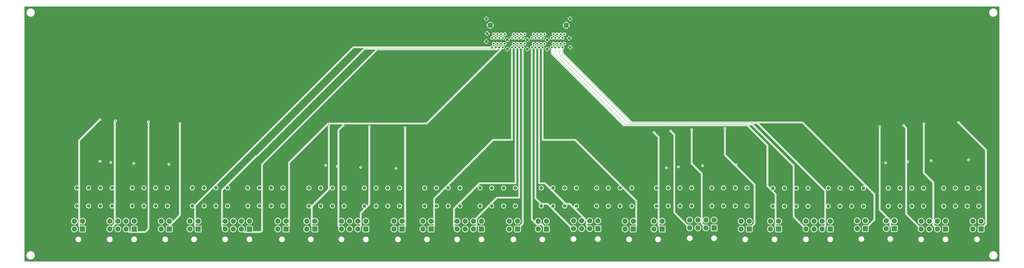
<source format=gbr>
G04 #@! TF.GenerationSoftware,KiCad,Pcbnew,(5.99.0-9973-gfb99c55869)*
G04 #@! TF.CreationDate,2021-09-10T21:28:04-07:00*
G04 #@! TF.ProjectId,2E1,3245312e-6b69-4636-9164-5f7063625858,rev?*
G04 #@! TF.SameCoordinates,Original*
G04 #@! TF.FileFunction,Copper,L4,Inr*
G04 #@! TF.FilePolarity,Positive*
%FSLAX46Y46*%
G04 Gerber Fmt 4.6, Leading zero omitted, Abs format (unit mm)*
G04 Created by KiCad (PCBNEW (5.99.0-9973-gfb99c55869)) date 2021-09-10 21:28:04*
%MOMM*%
%LPD*%
G01*
G04 APERTURE LIST*
G04 Aperture macros list*
%AMRoundRect*
0 Rectangle with rounded corners*
0 $1 Rounding radius*
0 $2 $3 $4 $5 $6 $7 $8 $9 X,Y pos of 4 corners*
0 Add a 4 corners polygon primitive as box body*
4,1,4,$2,$3,$4,$5,$6,$7,$8,$9,$2,$3,0*
0 Add four circle primitives for the rounded corners*
1,1,$1+$1,$2,$3*
1,1,$1+$1,$4,$5*
1,1,$1+$1,$6,$7*
1,1,$1+$1,$8,$9*
0 Add four rect primitives between the rounded corners*
20,1,$1+$1,$2,$3,$4,$5,0*
20,1,$1+$1,$4,$5,$6,$7,0*
20,1,$1+$1,$6,$7,$8,$9,0*
20,1,$1+$1,$8,$9,$2,$3,0*%
G04 Aperture macros list end*
G04 #@! TA.AperFunction,ComponentPad*
%ADD10RoundRect,0.250002X1.599998X1.599998X-1.599998X1.599998X-1.599998X-1.599998X1.599998X-1.599998X0*%
G04 #@! TD*
G04 #@! TA.AperFunction,ComponentPad*
%ADD11C,3.700000*%
G04 #@! TD*
G04 #@! TA.AperFunction,ComponentPad*
%ADD12C,2.489200*%
G04 #@! TD*
G04 #@! TA.AperFunction,ComponentPad*
%ADD13C,1.473200*%
G04 #@! TD*
G04 #@! TA.AperFunction,ComponentPad*
%ADD14C,3.759200*%
G04 #@! TD*
G04 #@! TA.AperFunction,ComponentPad*
%ADD15C,2.082800*%
G04 #@! TD*
G04 #@! TA.AperFunction,ViaPad*
%ADD16C,0.800000*%
G04 #@! TD*
G04 #@! TA.AperFunction,Conductor*
%ADD17C,0.203200*%
G04 #@! TD*
G04 APERTURE END LIST*
D10*
G04 #@! TO.N,Net-(J1-Pad41)*
G04 #@! TO.C,J5_1*
X362514000Y-307129000D03*
D11*
G04 #@! TO.N,Net-(J5_1-Pad2)*
X356814000Y-307129000D03*
G04 #@! TO.N,Net-(J1-Pad42)*
X362514000Y-301629000D03*
G04 #@! TO.N,Net-(J5_1-Pad4)*
X356814000Y-301629000D03*
G04 #@! TD*
D10*
G04 #@! TO.N,Net-(J1-Pad50)*
G04 #@! TO.C,J2_3*
X178674000Y-307129000D03*
D11*
G04 #@! TO.N,Net-(J2_3-Pad2)*
X172974000Y-307129000D03*
G04 #@! TO.N,Net-(J1-Pad49)*
X178674000Y-301629000D03*
G04 #@! TO.N,Net-(J2_3-Pad4)*
X172974000Y-301629000D03*
G04 #@! TD*
D10*
G04 #@! TO.N,Net-(J1-Pad8)*
G04 #@! TO.C,J9_1*
X687944000Y-306875000D03*
D11*
G04 #@! TO.N,Net-(J9_1-Pad2)*
X682244000Y-306875000D03*
G04 #@! TO.N,Net-(J1-Pad7)*
X687944000Y-301375000D03*
G04 #@! TO.N,Net-(J9_1-Pad4)*
X682244000Y-301375000D03*
G04 #@! TD*
D12*
G04 #@! TO.N,Net-(J6_2-Pad7)*
G04 #@! TO.C,J6_0_1*
X464700874Y-290949888D03*
G04 #@! TO.N,Net-(J6_2-Pad3)*
X464700874Y-278249888D03*
G04 #@! TO.N,Net-(J1-Pad28)*
X456445874Y-290949888D03*
G04 #@! TO.N,Net-(J1-Pad27)*
X456445874Y-278249888D03*
G04 #@! TO.N,Net-(J1-Pad26)*
X448190874Y-290949888D03*
G04 #@! TO.N,Net-(J1-Pad25)*
X448190874Y-278249888D03*
G04 #@! TO.N,Net-(J6_1-Pad4)*
X439935874Y-290949888D03*
G04 #@! TO.N,Net-(J6_1-Pad2)*
X439935874Y-278249888D03*
G04 #@! TD*
G04 #@! TO.N,Net-(J8_2-Pad7)*
G04 #@! TO.C,J8_0_1*
X627370856Y-291089842D03*
G04 #@! TO.N,Net-(J8_2-Pad3)*
X627370856Y-278389842D03*
G04 #@! TO.N,Net-(J1-Pad12)*
X619115856Y-291089842D03*
G04 #@! TO.N,Net-(J1-Pad11)*
X619115856Y-278389842D03*
G04 #@! TO.N,Net-(J1-Pad10)*
X610860856Y-291089842D03*
G04 #@! TO.N,Net-(J1-Pad9)*
X610860856Y-278389842D03*
G04 #@! TO.N,Net-(J8_1-Pad4)*
X602605856Y-291089842D03*
G04 #@! TO.N,Net-(J8_1-Pad2)*
X602605856Y-278389842D03*
G04 #@! TD*
D10*
G04 #@! TO.N,Net-(J1-Pad63)*
G04 #@! TO.C,J3_3*
X260660000Y-307086000D03*
D11*
G04 #@! TO.N,Net-(J3_3-Pad2)*
X254960000Y-307086000D03*
G04 #@! TO.N,Net-(J1-Pad64)*
X260660000Y-301586000D03*
G04 #@! TO.N,Net-(J3_3-Pad4)*
X254960000Y-301586000D03*
G04 #@! TD*
D12*
G04 #@! TO.N,Net-(J1-Pad17)*
G04 #@! TO.C,J7_0_2*
X584499974Y-290910010D03*
G04 #@! TO.N,Net-(J1-Pad18)*
X584499974Y-278210010D03*
G04 #@! TO.N,Net-(J7_3-Pad4)*
X576244974Y-290910010D03*
G04 #@! TO.N,Net-(J7_3-Pad2)*
X576244974Y-278210010D03*
G04 #@! TO.N,Net-(J7_2-Pad5)*
X567989974Y-290910010D03*
G04 #@! TO.N,Net-(J7_2-Pad1)*
X567989974Y-278210010D03*
G04 #@! TO.N,Net-(J1-Pad19)*
X559734974Y-290910010D03*
G04 #@! TO.N,Net-(J1-Pad20)*
X559734974Y-278210010D03*
G04 #@! TD*
D10*
G04 #@! TO.N,Net-(J1-Pad57)*
G04 #@! TO.C,J3_1*
X198938000Y-307086000D03*
D11*
G04 #@! TO.N,Net-(J3_1-Pad2)*
X193238000Y-307086000D03*
G04 #@! TO.N,Net-(J1-Pad58)*
X198938000Y-301586000D03*
G04 #@! TO.N,Net-(J3_1-Pad4)*
X193238000Y-301586000D03*
G04 #@! TD*
D10*
G04 #@! TO.N,Net-(J1-Pad34)*
G04 #@! TO.C,J4_3*
X342138000Y-307086000D03*
D11*
G04 #@! TO.N,Net-(J4_3-Pad2)*
X336438000Y-307086000D03*
G04 #@! TO.N,Net-(J1-Pad33)*
X342138000Y-301586000D03*
G04 #@! TO.N,Net-(J4_3-Pad4)*
X336438000Y-301586000D03*
G04 #@! TD*
D10*
G04 #@! TO.N,Net-(J1-Pad2)*
G04 #@! TO.C,J9_3*
X748848000Y-307086000D03*
D11*
G04 #@! TO.N,Net-(J9_3-Pad2)*
X743148000Y-307086000D03*
G04 #@! TO.N,Net-(J1-Pad1)*
X748848000Y-301586000D03*
G04 #@! TO.N,Net-(J9_3-Pad4)*
X743148000Y-301586000D03*
G04 #@! TD*
D12*
G04 #@! TO.N,Net-(J1-Pad16)*
G04 #@! TO.C,J8_0_2*
X666260796Y-291089842D03*
G04 #@! TO.N,Net-(J1-Pad15)*
X666260796Y-278389842D03*
G04 #@! TO.N,Net-(J8_3-Pad4)*
X658005796Y-291089842D03*
G04 #@! TO.N,Net-(J8_3-Pad2)*
X658005796Y-278389842D03*
G04 #@! TO.N,Net-(J8_2-Pad5)*
X649750796Y-291089842D03*
G04 #@! TO.N,Net-(J8_2-Pad1)*
X649750796Y-278389842D03*
G04 #@! TO.N,Net-(J1-Pad14)*
X641495796Y-291089842D03*
G04 #@! TO.N,Net-(J1-Pad13)*
X641495796Y-278389842D03*
G04 #@! TD*
G04 #@! TO.N,Net-(J1-Pad1)*
G04 #@! TO.C,J9_0_2*
X747370870Y-291059870D03*
G04 #@! TO.N,Net-(J1-Pad2)*
X747370870Y-278359870D03*
G04 #@! TO.N,Net-(J9_3-Pad4)*
X739115870Y-291059870D03*
G04 #@! TO.N,Net-(J9_3-Pad2)*
X739115870Y-278359870D03*
G04 #@! TO.N,Net-(J9_2-Pad5)*
X730860870Y-291059870D03*
G04 #@! TO.N,Net-(J9_2-Pad1)*
X730860870Y-278359870D03*
G04 #@! TO.N,Net-(J1-Pad3)*
X722605870Y-291059870D03*
G04 #@! TO.N,Net-(J1-Pad4)*
X722605870Y-278359870D03*
G04 #@! TD*
D10*
G04 #@! TO.N,Net-(J1-Pad56)*
G04 #@! TO.C,J2_1*
X117714000Y-307129000D03*
D11*
G04 #@! TO.N,Net-(J2_1-Pad2)*
X112014000Y-307129000D03*
G04 #@! TO.N,Net-(J1-Pad55)*
X117714000Y-301629000D03*
G04 #@! TO.N,Net-(J2_1-Pad4)*
X112014000Y-301629000D03*
G04 #@! TD*
D13*
G04 #@! TO.N,Net-(J1-Pad1)*
G04 #@! TO.C,J1*
X456184000Y-170180000D03*
G04 #@! TO.N,Net-(J1-Pad2)*
X454914000Y-172720000D03*
G04 #@! TO.N,Net-(J1-Pad3)*
X453644000Y-170180000D03*
G04 #@! TO.N,Net-(J1-Pad4)*
X452374000Y-172720000D03*
G04 #@! TO.N,Net-(J1-Pad5)*
X451104000Y-170180000D03*
G04 #@! TO.N,Net-(J1-Pad6)*
X449834000Y-172720000D03*
G04 #@! TO.N,Net-(J1-Pad7)*
X448564000Y-170180000D03*
G04 #@! TO.N,Net-(J1-Pad8)*
X447294000Y-172720000D03*
G04 #@! TO.N,Net-(J1-Pad9)*
X447294000Y-179324000D03*
G04 #@! TO.N,Net-(J1-Pad10)*
X448564000Y-176784000D03*
G04 #@! TO.N,Net-(J1-Pad11)*
X449834000Y-179324000D03*
G04 #@! TO.N,Net-(J1-Pad12)*
X451104000Y-176784000D03*
G04 #@! TO.N,Net-(J1-Pad13)*
X452374000Y-179324000D03*
G04 #@! TO.N,Net-(J1-Pad14)*
X453644000Y-176784000D03*
G04 #@! TO.N,Net-(J1-Pad15)*
X454914000Y-179324000D03*
G04 #@! TO.N,Net-(J1-Pad16)*
X456184000Y-176784000D03*
G04 #@! TO.N,Net-(J1-Pad17)*
X442214000Y-170180000D03*
G04 #@! TO.N,Net-(J1-Pad18)*
X440944000Y-172720000D03*
G04 #@! TO.N,Net-(J1-Pad19)*
X439674000Y-170180000D03*
G04 #@! TO.N,Net-(J1-Pad20)*
X438404000Y-172720000D03*
G04 #@! TO.N,Net-(J1-Pad21)*
X437134000Y-170180000D03*
G04 #@! TO.N,Net-(J1-Pad22)*
X435864000Y-172720000D03*
G04 #@! TO.N,Net-(J1-Pad23)*
X434594000Y-170180000D03*
G04 #@! TO.N,Net-(J1-Pad24)*
X433324000Y-172720000D03*
G04 #@! TO.N,Net-(J1-Pad25)*
X433324000Y-179324000D03*
G04 #@! TO.N,Net-(J1-Pad26)*
X434594000Y-176784000D03*
G04 #@! TO.N,Net-(J1-Pad27)*
X435864000Y-179324000D03*
G04 #@! TO.N,Net-(J1-Pad28)*
X437134000Y-176784000D03*
G04 #@! TO.N,Net-(J1-Pad29)*
X438404000Y-179324000D03*
G04 #@! TO.N,Net-(J1-Pad30)*
X439674000Y-176784000D03*
G04 #@! TO.N,Net-(J1-Pad31)*
X440944000Y-179324000D03*
G04 #@! TO.N,Net-(J1-Pad32)*
X442214000Y-176784000D03*
G04 #@! TO.N,Net-(J1-Pad33)*
X428244000Y-170180000D03*
G04 #@! TO.N,Net-(J1-Pad34)*
X426974000Y-172720000D03*
G04 #@! TO.N,Net-(J1-Pad35)*
X425704000Y-170180000D03*
G04 #@! TO.N,Net-(J1-Pad36)*
X424434000Y-172720000D03*
G04 #@! TO.N,Net-(J1-Pad37)*
X423164000Y-170180000D03*
G04 #@! TO.N,Net-(J1-Pad38)*
X421894000Y-172720000D03*
G04 #@! TO.N,Net-(J1-Pad39)*
X420624000Y-170180000D03*
G04 #@! TO.N,Net-(J1-Pad40)*
X419354000Y-172720000D03*
G04 #@! TO.N,Net-(J1-Pad41)*
X419354000Y-179324000D03*
G04 #@! TO.N,Net-(J1-Pad42)*
X420624000Y-176784000D03*
G04 #@! TO.N,Net-(J1-Pad43)*
X421894000Y-179324000D03*
G04 #@! TO.N,Net-(J1-Pad44)*
X423164000Y-176784000D03*
G04 #@! TO.N,Net-(J1-Pad45)*
X424434000Y-179324000D03*
G04 #@! TO.N,Net-(J1-Pad46)*
X425704000Y-176784000D03*
G04 #@! TO.N,Net-(J1-Pad47)*
X426974000Y-179324000D03*
G04 #@! TO.N,Net-(J1-Pad48)*
X428244000Y-176784000D03*
G04 #@! TO.N,Net-(J1-Pad49)*
X414274000Y-170180000D03*
G04 #@! TO.N,Net-(J1-Pad50)*
X413004000Y-172720000D03*
G04 #@! TO.N,Net-(J1-Pad51)*
X411734000Y-170180000D03*
G04 #@! TO.N,Net-(J1-Pad52)*
X410464000Y-172720000D03*
G04 #@! TO.N,Net-(J1-Pad53)*
X409194000Y-170180000D03*
G04 #@! TO.N,Net-(J1-Pad54)*
X407924000Y-172720000D03*
G04 #@! TO.N,Net-(J1-Pad55)*
X406654000Y-170180000D03*
G04 #@! TO.N,Net-(J1-Pad56)*
X405384000Y-172720000D03*
G04 #@! TO.N,Net-(J1-Pad57)*
X405384000Y-179324000D03*
G04 #@! TO.N,Net-(J1-Pad58)*
X406654000Y-176784000D03*
G04 #@! TO.N,Net-(J1-Pad59)*
X407924000Y-179324000D03*
G04 #@! TO.N,Net-(J1-Pad60)*
X409194000Y-176784000D03*
G04 #@! TO.N,Net-(J1-Pad61)*
X410464000Y-179324000D03*
G04 #@! TO.N,Net-(J1-Pad62)*
X411734000Y-176784000D03*
G04 #@! TO.N,Net-(J1-Pad63)*
X413004000Y-179324000D03*
G04 #@! TO.N,Net-(J1-Pad64)*
X414274000Y-176784000D03*
D14*
G04 #@! TO.N,GND*
X457454000Y-163830000D03*
X404114000Y-163830000D03*
D15*
X460248000Y-179324000D03*
X444119000Y-180594000D03*
X430149000Y-180594000D03*
X416179000Y-180594000D03*
X401320000Y-175260000D03*
X459613000Y-172974000D03*
X444119000Y-173990000D03*
X430149000Y-173990000D03*
X416179000Y-173990000D03*
X401955000Y-169672000D03*
X460248000Y-159258000D03*
X401320000Y-159258000D03*
G04 #@! TD*
D10*
G04 #@! TO.N,Net-(J7_2-Pad1)*
G04 #@! TO.C,J7_2*
X561340000Y-306324000D03*
D11*
G04 #@! TO.N,Net-(J1-Pad20)*
X555640000Y-306324000D03*
G04 #@! TO.N,Net-(J7_2-Pad3)*
X549940000Y-306324000D03*
G04 #@! TO.N,Net-(J1-Pad22)*
X544240000Y-306324000D03*
G04 #@! TO.N,Net-(J7_2-Pad5)*
X561340000Y-300824000D03*
G04 #@! TO.N,Net-(J1-Pad19)*
X555640000Y-300824000D03*
G04 #@! TO.N,Net-(J7_2-Pad7)*
X549940000Y-300824000D03*
G04 #@! TO.N,Net-(J1-Pad21)*
X544240000Y-300824000D03*
G04 #@! TD*
D10*
G04 #@! TO.N,Net-(J1-Pad47)*
G04 #@! TO.C,J5_3*
X423220000Y-307129000D03*
D11*
G04 #@! TO.N,Net-(J5_3-Pad2)*
X417520000Y-307129000D03*
G04 #@! TO.N,Net-(J1-Pad48)*
X423220000Y-301629000D03*
G04 #@! TO.N,Net-(J5_3-Pad4)*
X417520000Y-301629000D03*
G04 #@! TD*
D12*
G04 #@! TO.N,Net-(J5_2-Pad7)*
G04 #@! TO.C,J5_0_1*
X382860042Y-290930076D03*
G04 #@! TO.N,Net-(J5_2-Pad3)*
X382860042Y-278230076D03*
G04 #@! TO.N,Net-(J1-Pad44)*
X374605042Y-290930076D03*
G04 #@! TO.N,Net-(J1-Pad43)*
X374605042Y-278230076D03*
G04 #@! TO.N,Net-(J1-Pad42)*
X366350042Y-290930076D03*
G04 #@! TO.N,Net-(J1-Pad41)*
X366350042Y-278230076D03*
G04 #@! TO.N,Net-(J5_1-Pad4)*
X358095042Y-290930076D03*
G04 #@! TO.N,Net-(J5_1-Pad2)*
X358095042Y-278230076D03*
G04 #@! TD*
D10*
G04 #@! TO.N,Net-(J1-Pad25)*
G04 #@! TO.C,J6_1*
X443540000Y-307129000D03*
D11*
G04 #@! TO.N,Net-(J6_1-Pad2)*
X437840000Y-307129000D03*
G04 #@! TO.N,Net-(J1-Pad26)*
X443540000Y-301629000D03*
G04 #@! TO.N,Net-(J6_1-Pad4)*
X437840000Y-301629000D03*
G04 #@! TD*
D12*
G04 #@! TO.N,Net-(J1-Pad33)*
G04 #@! TO.C,J4_0_2*
X340400640Y-290969700D03*
G04 #@! TO.N,Net-(J1-Pad34)*
X340400640Y-278269700D03*
G04 #@! TO.N,Net-(J4_3-Pad4)*
X332145640Y-290969700D03*
G04 #@! TO.N,Net-(J4_3-Pad2)*
X332145640Y-278269700D03*
G04 #@! TO.N,Net-(J4_2-Pad5)*
X323890640Y-290969700D03*
G04 #@! TO.N,Net-(J4_2-Pad1)*
X323890640Y-278269700D03*
G04 #@! TO.N,Net-(J1-Pad35)*
X315635640Y-290969700D03*
G04 #@! TO.N,Net-(J1-Pad36)*
X315635640Y-278269700D03*
G04 #@! TD*
G04 #@! TO.N,Net-(J4_2-Pad7)*
G04 #@! TO.C,J4_0_1*
X301510700Y-290969700D03*
G04 #@! TO.N,Net-(J4_2-Pad3)*
X301510700Y-278269700D03*
G04 #@! TO.N,Net-(J1-Pad37)*
X293255700Y-290969700D03*
G04 #@! TO.N,Net-(J1-Pad38)*
X293255700Y-278269700D03*
G04 #@! TO.N,Net-(J1-Pad39)*
X285000700Y-290969700D03*
G04 #@! TO.N,Net-(J1-Pad40)*
X285000700Y-278269700D03*
G04 #@! TO.N,Net-(J4_1-Pad4)*
X276745700Y-290969700D03*
G04 #@! TO.N,Net-(J4_1-Pad2)*
X276745700Y-278269700D03*
G04 #@! TD*
D10*
G04 #@! TO.N,Net-(J1-Pad9)*
G04 #@! TO.C,J8_1*
X606664000Y-307129000D03*
D11*
G04 #@! TO.N,Net-(J8_1-Pad2)*
X600964000Y-307129000D03*
G04 #@! TO.N,Net-(J1-Pad10)*
X606664000Y-301629000D03*
G04 #@! TO.N,Net-(J8_1-Pad4)*
X600964000Y-301629000D03*
G04 #@! TD*
D12*
G04 #@! TO.N,Net-(J3_2-Pad7)*
G04 #@! TO.C,J3_0_1*
X219650742Y-290869878D03*
G04 #@! TO.N,Net-(J3_2-Pad3)*
X219650742Y-278169878D03*
G04 #@! TO.N,Net-(J1-Pad60)*
X211395742Y-290869878D03*
G04 #@! TO.N,Net-(J1-Pad59)*
X211395742Y-278169878D03*
G04 #@! TO.N,Net-(J1-Pad58)*
X203140742Y-290869878D03*
G04 #@! TO.N,Net-(J1-Pad57)*
X203140742Y-278169878D03*
G04 #@! TO.N,Net-(J3_1-Pad4)*
X194885742Y-290869878D03*
G04 #@! TO.N,Net-(J3_1-Pad2)*
X194885742Y-278169878D03*
G04 #@! TD*
D10*
G04 #@! TO.N,Net-(J3_2-Pad1)*
G04 #@! TO.C,J3_2*
X235006000Y-307086000D03*
D11*
G04 #@! TO.N,Net-(J1-Pad61)*
X229306000Y-307086000D03*
G04 #@! TO.N,Net-(J3_2-Pad3)*
X223606000Y-307086000D03*
G04 #@! TO.N,Net-(J1-Pad59)*
X217906000Y-307086000D03*
G04 #@! TO.N,Net-(J3_2-Pad5)*
X235006000Y-301586000D03*
G04 #@! TO.N,Net-(J1-Pad62)*
X229306000Y-301586000D03*
G04 #@! TO.N,Net-(J3_2-Pad7)*
X223606000Y-301586000D03*
G04 #@! TO.N,Net-(J1-Pad60)*
X217906000Y-301586000D03*
G04 #@! TD*
D10*
G04 #@! TO.N,Net-(J4_2-Pad1)*
G04 #@! TO.C,J4_2*
X316738000Y-307086000D03*
D11*
G04 #@! TO.N,Net-(J1-Pad36)*
X311038000Y-307086000D03*
G04 #@! TO.N,Net-(J4_2-Pad3)*
X305338000Y-307086000D03*
G04 #@! TO.N,Net-(J1-Pad38)*
X299638000Y-307086000D03*
G04 #@! TO.N,Net-(J4_2-Pad5)*
X316738000Y-301586000D03*
G04 #@! TO.N,Net-(J1-Pad35)*
X311038000Y-301586000D03*
G04 #@! TO.N,Net-(J4_2-Pad7)*
X305338000Y-301586000D03*
G04 #@! TO.N,Net-(J1-Pad37)*
X299638000Y-301586000D03*
G04 #@! TD*
D12*
G04 #@! TO.N,Net-(J1-Pad32)*
G04 #@! TO.C,J6_0_2*
X503590814Y-290949888D03*
G04 #@! TO.N,Net-(J1-Pad31)*
X503590814Y-278249888D03*
G04 #@! TO.N,Net-(J6_3-Pad4)*
X495335814Y-290949888D03*
G04 #@! TO.N,Net-(J6_3-Pad2)*
X495335814Y-278249888D03*
G04 #@! TO.N,Net-(J6_2-Pad5)*
X487080814Y-290949888D03*
G04 #@! TO.N,Net-(J6_2-Pad1)*
X487080814Y-278249888D03*
G04 #@! TO.N,Net-(J1-Pad30)*
X478825814Y-290949888D03*
G04 #@! TO.N,Net-(J1-Pad29)*
X478825814Y-278249888D03*
G04 #@! TD*
D10*
G04 #@! TO.N,Net-(J1-Pad31)*
G04 #@! TO.C,J6_3*
X504500000Y-307129000D03*
D11*
G04 #@! TO.N,Net-(J6_3-Pad2)*
X498800000Y-307129000D03*
G04 #@! TO.N,Net-(J1-Pad32)*
X504500000Y-301629000D03*
G04 #@! TO.N,Net-(J6_3-Pad4)*
X498800000Y-301629000D03*
G04 #@! TD*
D12*
G04 #@! TO.N,Net-(J9_2-Pad7)*
G04 #@! TO.C,J9_0_1*
X708480676Y-291059870D03*
G04 #@! TO.N,Net-(J9_2-Pad3)*
X708480676Y-278359870D03*
G04 #@! TO.N,Net-(J1-Pad5)*
X700225676Y-291059870D03*
G04 #@! TO.N,Net-(J1-Pad6)*
X700225676Y-278359870D03*
G04 #@! TO.N,Net-(J1-Pad7)*
X691970676Y-291059870D03*
G04 #@! TO.N,Net-(J1-Pad8)*
X691970676Y-278359870D03*
G04 #@! TO.N,Net-(J9_1-Pad4)*
X683715676Y-291059870D03*
G04 #@! TO.N,Net-(J9_1-Pad2)*
X683715676Y-278359870D03*
G04 #@! TD*
D10*
G04 #@! TO.N,Net-(J1-Pad18)*
G04 #@! TO.C,J7_3*
X586034000Y-307129000D03*
D11*
G04 #@! TO.N,Net-(J7_3-Pad2)*
X580334000Y-307129000D03*
G04 #@! TO.N,Net-(J1-Pad17)*
X586034000Y-301629000D03*
G04 #@! TO.N,Net-(J7_3-Pad4)*
X580334000Y-301629000D03*
G04 #@! TD*
D12*
G04 #@! TO.N,Net-(J7_2-Pad7)*
G04 #@! TO.C,J7_0_1*
X545610034Y-290910010D03*
G04 #@! TO.N,Net-(J7_2-Pad3)*
X545610034Y-278210010D03*
G04 #@! TO.N,Net-(J1-Pad21)*
X537355034Y-290910010D03*
G04 #@! TO.N,Net-(J1-Pad22)*
X537355034Y-278210010D03*
G04 #@! TO.N,Net-(J1-Pad23)*
X529100034Y-290910010D03*
G04 #@! TO.N,Net-(J1-Pad24)*
X529100034Y-278210010D03*
G04 #@! TO.N,Net-(J7_1-Pad4)*
X520845034Y-290910010D03*
G04 #@! TO.N,Net-(J7_1-Pad2)*
X520845034Y-278210010D03*
G04 #@! TD*
G04 #@! TO.N,Net-(J2_2-Pad7)*
G04 #@! TO.C,J2_0_1*
X138489995Y-290880038D03*
G04 #@! TO.N,Net-(J2_2-Pad3)*
X138489995Y-278180038D03*
G04 #@! TO.N,Net-(J1-Pad53)*
X130234995Y-290880038D03*
G04 #@! TO.N,Net-(J1-Pad54)*
X130234995Y-278180038D03*
G04 #@! TO.N,Net-(J1-Pad55)*
X121979995Y-290880038D03*
G04 #@! TO.N,Net-(J1-Pad56)*
X121979995Y-278180038D03*
G04 #@! TO.N,Net-(J2_1-Pad4)*
X113724995Y-290880038D03*
G04 #@! TO.N,Net-(J2_1-Pad2)*
X113724995Y-278180038D03*
G04 #@! TD*
D10*
G04 #@! TO.N,Net-(J1-Pad15)*
G04 #@! TO.C,J8_3*
X667624000Y-306875000D03*
D11*
G04 #@! TO.N,Net-(J8_3-Pad2)*
X661924000Y-306875000D03*
G04 #@! TO.N,Net-(J1-Pad16)*
X667624000Y-301375000D03*
G04 #@! TO.N,Net-(J8_3-Pad4)*
X661924000Y-301375000D03*
G04 #@! TD*
D12*
G04 #@! TO.N,Net-(J1-Pad49)*
G04 #@! TO.C,J2_0_2*
X177380000Y-290880000D03*
G04 #@! TO.N,Net-(J1-Pad50)*
X177380000Y-278180000D03*
G04 #@! TO.N,Net-(J2_3-Pad4)*
X169125000Y-290880000D03*
G04 #@! TO.N,Net-(J2_3-Pad2)*
X169125000Y-278180000D03*
G04 #@! TO.N,Net-(J2_2-Pad5)*
X160870000Y-290880000D03*
G04 #@! TO.N,Net-(J2_2-Pad1)*
X160870000Y-278180000D03*
G04 #@! TO.N,Net-(J1-Pad51)*
X152615000Y-290880000D03*
G04 #@! TO.N,Net-(J1-Pad52)*
X152615000Y-278180000D03*
G04 #@! TD*
G04 #@! TO.N,Net-(J1-Pad48)*
G04 #@! TO.C,J5_0_2*
X421749982Y-290930076D03*
G04 #@! TO.N,Net-(J1-Pad47)*
X421749982Y-278230076D03*
G04 #@! TO.N,Net-(J5_3-Pad4)*
X413494982Y-290930076D03*
G04 #@! TO.N,Net-(J5_3-Pad2)*
X413494982Y-278230076D03*
G04 #@! TO.N,Net-(J5_2-Pad5)*
X405239982Y-290930076D03*
G04 #@! TO.N,Net-(J5_2-Pad1)*
X405239982Y-278230076D03*
G04 #@! TO.N,Net-(J1-Pad46)*
X396984982Y-290930076D03*
G04 #@! TO.N,Net-(J1-Pad45)*
X396984982Y-278230076D03*
G04 #@! TD*
D10*
G04 #@! TO.N,Net-(J6_2-Pad1)*
G04 #@! TO.C,J6_2*
X479725000Y-306875000D03*
D11*
G04 #@! TO.N,Net-(J1-Pad29)*
X474025000Y-306875000D03*
G04 #@! TO.N,Net-(J6_2-Pad3)*
X468325000Y-306875000D03*
G04 #@! TO.N,Net-(J1-Pad27)*
X462625000Y-306875000D03*
G04 #@! TO.N,Net-(J6_2-Pad5)*
X479725000Y-301375000D03*
G04 #@! TO.N,Net-(J1-Pad30)*
X474025000Y-301375000D03*
G04 #@! TO.N,Net-(J6_2-Pad7)*
X468325000Y-301375000D03*
G04 #@! TO.N,Net-(J1-Pad28)*
X462625000Y-301375000D03*
G04 #@! TD*
D10*
G04 #@! TO.N,Net-(J8_2-Pad1)*
G04 #@! TO.C,J8_2*
X642930000Y-307086000D03*
D11*
G04 #@! TO.N,Net-(J1-Pad13)*
X637230000Y-307086000D03*
G04 #@! TO.N,Net-(J8_2-Pad3)*
X631530000Y-307086000D03*
G04 #@! TO.N,Net-(J1-Pad11)*
X625830000Y-307086000D03*
G04 #@! TO.N,Net-(J8_2-Pad5)*
X642930000Y-301586000D03*
G04 #@! TO.N,Net-(J1-Pad14)*
X637230000Y-301586000D03*
G04 #@! TO.N,Net-(J8_2-Pad7)*
X631530000Y-301586000D03*
G04 #@! TO.N,Net-(J1-Pad12)*
X625830000Y-301586000D03*
G04 #@! TD*
D10*
G04 #@! TO.N,Net-(J2_2-Pad1)*
G04 #@! TO.C,J2_2*
X153980000Y-307086000D03*
D11*
G04 #@! TO.N,Net-(J1-Pad52)*
X148280000Y-307086000D03*
G04 #@! TO.N,Net-(J2_2-Pad3)*
X142580000Y-307086000D03*
G04 #@! TO.N,Net-(J1-Pad54)*
X136880000Y-307086000D03*
G04 #@! TO.N,Net-(J2_2-Pad5)*
X153980000Y-301586000D03*
G04 #@! TO.N,Net-(J1-Pad51)*
X148280000Y-301586000D03*
G04 #@! TO.N,Net-(J2_2-Pad7)*
X142580000Y-301586000D03*
G04 #@! TO.N,Net-(J1-Pad53)*
X136880000Y-301586000D03*
G04 #@! TD*
D10*
G04 #@! TO.N,Net-(J1-Pad24)*
G04 #@! TO.C,J7_1*
X524820000Y-307129000D03*
D11*
G04 #@! TO.N,Net-(J7_1-Pad2)*
X519120000Y-307129000D03*
G04 #@! TO.N,Net-(J1-Pad23)*
X524820000Y-301629000D03*
G04 #@! TO.N,Net-(J7_1-Pad4)*
X519120000Y-301629000D03*
G04 #@! TD*
D10*
G04 #@! TO.N,Net-(J9_2-Pad1)*
G04 #@! TO.C,J9_2*
X723875000Y-307129000D03*
D11*
G04 #@! TO.N,Net-(J1-Pad4)*
X718175000Y-307129000D03*
G04 #@! TO.N,Net-(J9_2-Pad3)*
X712475000Y-307129000D03*
G04 #@! TO.N,Net-(J1-Pad6)*
X706775000Y-307129000D03*
G04 #@! TO.N,Net-(J9_2-Pad5)*
X723875000Y-301629000D03*
G04 #@! TO.N,Net-(J1-Pad3)*
X718175000Y-301629000D03*
G04 #@! TO.N,Net-(J9_2-Pad7)*
X712475000Y-301629000D03*
G04 #@! TO.N,Net-(J1-Pad5)*
X706775000Y-301629000D03*
G04 #@! TD*
D10*
G04 #@! TO.N,Net-(J5_2-Pad1)*
G04 #@! TO.C,J5_2*
X397937000Y-307129000D03*
D11*
G04 #@! TO.N,Net-(J1-Pad45)*
X392237000Y-307129000D03*
G04 #@! TO.N,Net-(J5_2-Pad3)*
X386537000Y-307129000D03*
G04 #@! TO.N,Net-(J1-Pad43)*
X380837000Y-307129000D03*
G04 #@! TO.N,Net-(J5_2-Pad5)*
X397937000Y-301629000D03*
G04 #@! TO.N,Net-(J1-Pad46)*
X392237000Y-301629000D03*
G04 #@! TO.N,Net-(J5_2-Pad7)*
X386537000Y-301629000D03*
G04 #@! TO.N,Net-(J1-Pad44)*
X380837000Y-301629000D03*
G04 #@! TD*
D10*
G04 #@! TO.N,Net-(J1-Pad40)*
G04 #@! TO.C,J4_1*
X280924000Y-307086000D03*
D11*
G04 #@! TO.N,Net-(J4_1-Pad2)*
X275224000Y-307086000D03*
G04 #@! TO.N,Net-(J1-Pad39)*
X280924000Y-301586000D03*
G04 #@! TO.N,Net-(J4_1-Pad4)*
X275224000Y-301586000D03*
G04 #@! TD*
D12*
G04 #@! TO.N,Net-(J1-Pad64)*
G04 #@! TO.C,J3_0_2*
X258540758Y-290869878D03*
G04 #@! TO.N,Net-(J1-Pad63)*
X258540758Y-278169878D03*
G04 #@! TO.N,Net-(J3_3-Pad4)*
X250285758Y-290869878D03*
G04 #@! TO.N,Net-(J3_3-Pad2)*
X250285758Y-278169878D03*
G04 #@! TO.N,Net-(J3_2-Pad5)*
X242030758Y-290869878D03*
G04 #@! TO.N,Net-(J3_2-Pad1)*
X242030758Y-278169878D03*
G04 #@! TO.N,Net-(J1-Pad62)*
X233775758Y-290869878D03*
G04 #@! TO.N,Net-(J1-Pad61)*
X233775758Y-278169878D03*
G04 #@! TD*
D16*
G04 #@! TO.N,Net-(J1-Pad8)*
X677672000Y-235204000D03*
G04 #@! TO.N,Net-(J1-Pad7)*
X681736000Y-260604000D03*
G04 #@! TO.N,Net-(J1-Pad6)*
X694436000Y-234188000D03*
G04 #@! TO.N,Net-(J1-Pad5)*
X697287189Y-259899189D03*
G04 #@! TO.N,Net-(J1-Pad4)*
X708660000Y-233172000D03*
G04 #@! TO.N,Net-(J1-Pad3)*
X713740000Y-259080000D03*
G04 #@! TO.N,Net-(J1-Pad2)*
X733044000Y-232156000D03*
G04 #@! TO.N,Net-(J1-Pad1)*
X740156000Y-258572000D03*
G04 #@! TO.N,Net-(J1-Pad17)*
X576891189Y-261931189D03*
G04 #@! TO.N,Net-(J1-Pad18)*
X568960000Y-236220000D03*
G04 #@! TO.N,Net-(J1-Pad19)*
X553212000Y-262636000D03*
G04 #@! TO.N,Net-(J1-Pad20)*
X545592000Y-237236000D03*
G04 #@! TO.N,Net-(J1-Pad21)*
X536251189Y-263455189D03*
G04 #@! TO.N,Net-(J1-Pad22)*
X530860000Y-238252000D03*
G04 #@! TO.N,Net-(J1-Pad23)*
X527812000Y-264160000D03*
G04 #@! TO.N,Net-(J1-Pad24)*
X519176000Y-239268000D03*
G04 #@! TO.N,Net-(J1-Pad35)*
X313050000Y-263770000D03*
G04 #@! TO.N,Net-(J1-Pad36)*
X319150000Y-235090000D03*
G04 #@! TO.N,Net-(J1-Pad37)*
X296620000Y-263070000D03*
G04 #@! TO.N,Net-(J1-Pad38)*
X300685000Y-234405000D03*
G04 #@! TO.N,Net-(J1-Pad33)*
X337830000Y-264470000D03*
G04 #@! TO.N,Net-(J1-Pad34)*
X344260000Y-235850000D03*
G04 #@! TO.N,Net-(J1-Pad39)*
X288414811Y-262365189D03*
G04 #@! TO.N,Net-(J1-Pad40)*
X290750000Y-233670000D03*
G04 #@! TO.N,Net-(J1-Pad49)*
X178399622Y-261660378D03*
G04 #@! TO.N,Net-(J1-Pad50)*
X186134811Y-232965189D03*
G04 #@! TO.N,Net-(J1-Pad51)*
X153810000Y-261000000D03*
G04 #@! TO.N,Net-(J1-Pad52)*
X164084000Y-231648000D03*
G04 #@! TO.N,Net-(J1-Pad53)*
X137600000Y-260210000D03*
G04 #@! TO.N,Net-(J1-Pad54)*
X140912811Y-230943189D03*
G04 #@! TO.N,Net-(J1-Pad55)*
X129970000Y-259470000D03*
G04 #@! TO.N,Net-(J1-Pad56)*
X129933622Y-230238378D03*
G04 #@! TD*
D17*
G04 #@! TO.N,Net-(J1-Pad15)*
X454914000Y-183642000D02*
X503428000Y-232156000D01*
X503428000Y-232156000D02*
X623426000Y-232156000D01*
X623426000Y-232156000D02*
X673930000Y-282660000D01*
X454914000Y-179324000D02*
X454914000Y-183642000D01*
X673930000Y-282660000D02*
X673930000Y-300569000D01*
X673930000Y-300569000D02*
X667624000Y-306875000D01*
G04 #@! TO.N,Net-(J1-Pad13)*
X452374000Y-183642000D02*
X501396000Y-232664000D01*
X501396000Y-232664000D02*
X591820000Y-232664000D01*
X452374000Y-179324000D02*
X452374000Y-183642000D01*
X639384811Y-280228811D02*
X639384811Y-304931189D01*
X639384811Y-304931189D02*
X637230000Y-307086000D01*
X591820000Y-232664000D02*
X639384811Y-280228811D01*
G04 #@! TO.N,Net-(J1-Pad11)*
X617220000Y-262636000D02*
X617220000Y-298476000D01*
X449834000Y-184150000D02*
X499364000Y-233680000D01*
X499364000Y-233680000D02*
X588264000Y-233680000D01*
X588264000Y-233680000D02*
X617220000Y-262636000D01*
X449834000Y-179324000D02*
X449834000Y-184150000D01*
X617220000Y-298476000D02*
X625830000Y-307086000D01*
G04 #@! TO.N,Net-(J1-Pad9)*
X604509189Y-282586368D02*
X604509189Y-305909189D01*
X447294000Y-183642000D02*
X497840000Y-234188000D01*
X598809189Y-248289189D02*
X598809189Y-276886368D01*
X447294000Y-179324000D02*
X447294000Y-183642000D01*
X605729000Y-307129000D02*
X606664000Y-307129000D01*
X604509189Y-305909189D02*
X605729000Y-307129000D01*
X497840000Y-234188000D02*
X584708000Y-234188000D01*
X584708000Y-234188000D02*
X598809189Y-248289189D01*
X598809189Y-276886368D02*
X604509189Y-282586368D01*
G04 #@! TO.N,Net-(J1-Pad8)*
X677672000Y-235204000D02*
X677672000Y-293613879D01*
X685120000Y-305060000D02*
X686935000Y-306875000D01*
X686935000Y-306875000D02*
X687944000Y-306875000D01*
X677672000Y-293613879D02*
X685120000Y-301061879D01*
X685120000Y-301061879D02*
X685120000Y-305060000D01*
G04 #@! TO.N,Net-(J1-Pad6)*
X696254661Y-296608661D02*
X706775000Y-307129000D01*
X694436000Y-234188000D02*
X696254661Y-236006661D01*
X696254661Y-236006661D02*
X696254661Y-296608661D01*
G04 #@! TO.N,Net-(J1-Pad4)*
X715300000Y-274356000D02*
X715300000Y-304254000D01*
X708660000Y-233172000D02*
X708660000Y-267716000D01*
X715300000Y-304254000D02*
X718175000Y-307129000D01*
X708660000Y-267716000D02*
X715300000Y-274356000D01*
G04 #@! TO.N,Net-(J1-Pad2)*
X752290000Y-303644000D02*
X748848000Y-307086000D01*
X733044000Y-232156000D02*
X752290000Y-251402000D01*
X752290000Y-251402000D02*
X752290000Y-303644000D01*
G04 #@! TO.N,Net-(J1-Pad18)*
X589788000Y-275871121D02*
X589788000Y-303375000D01*
X586443000Y-307129000D02*
X586034000Y-307129000D01*
X589788000Y-303375000D02*
X586034000Y-307129000D01*
X568960000Y-236220000D02*
X568960000Y-255043121D01*
X568960000Y-255043121D02*
X589788000Y-275871121D01*
G04 #@! TO.N,Net-(J1-Pad20)*
X552704000Y-268224000D02*
X552704000Y-303388000D01*
X545592000Y-261112000D02*
X552704000Y-268224000D01*
X552704000Y-303388000D02*
X555640000Y-306324000D01*
X545592000Y-237236000D02*
X545592000Y-261112000D01*
G04 #@! TO.N,Net-(J1-Pad22)*
X530860000Y-238252000D02*
X533384661Y-240776661D01*
X533384661Y-295468661D02*
X544240000Y-306324000D01*
X533384661Y-240776661D02*
X533384661Y-295468661D01*
G04 #@! TO.N,Net-(J1-Pad24)*
X522394411Y-242486411D02*
X522394411Y-304703411D01*
X519176000Y-239268000D02*
X522394411Y-242486411D01*
X522394411Y-304703411D02*
X524820000Y-307129000D01*
X519176000Y-239268000D02*
X519162000Y-239268000D01*
X519162000Y-239268000D02*
X519160000Y-239270000D01*
G04 #@! TO.N,Net-(J1-Pad25)*
X433324000Y-179324000D02*
X433324000Y-300302121D01*
X436805690Y-303783811D02*
X440194811Y-303783811D01*
X440194811Y-303783811D02*
X443540000Y-307129000D01*
X433324000Y-300302121D02*
X436805690Y-303783811D01*
G04 #@! TO.N,Net-(J1-Pad27)*
X461822821Y-306875000D02*
X462625000Y-306875000D01*
X439780389Y-289400389D02*
X444348210Y-289400389D01*
X435864000Y-179324000D02*
X435864000Y-285484000D01*
X435864000Y-285484000D02*
X439780389Y-289400389D01*
X444348210Y-289400389D02*
X461822821Y-306875000D01*
G04 #@! TO.N,Net-(J1-Pad29)*
X457048210Y-289400389D02*
X459940389Y-289400389D01*
X471870189Y-304720189D02*
X474025000Y-306875000D01*
X459940389Y-289400389D02*
X471870189Y-301330189D01*
X471870189Y-301330189D02*
X471870189Y-304720189D01*
X438404000Y-274926679D02*
X442574500Y-274926679D01*
X442574500Y-274926679D02*
X457048210Y-289400389D01*
X438404000Y-179324000D02*
X438404000Y-274926679D01*
G04 #@! TO.N,Net-(J1-Pad31)*
X506654811Y-304974189D02*
X504500000Y-307129000D01*
X440944000Y-179324000D02*
X440944000Y-244446679D01*
X463825758Y-244446679D02*
X506654811Y-287275732D01*
X440944000Y-244446679D02*
X463825758Y-244446679D01*
X506654811Y-287275732D02*
X506654811Y-304974189D01*
G04 #@! TO.N,Net-(J1-Pad36)*
X313192811Y-295705868D02*
X313192811Y-304931189D01*
X319150000Y-235090000D02*
X319150000Y-289748679D01*
X313192811Y-304931189D02*
X311038000Y-307086000D01*
X319150000Y-289748679D02*
X313192811Y-295705868D01*
G04 #@! TO.N,Net-(J1-Pad38)*
X300685000Y-234405000D02*
X297483189Y-237606811D01*
X297483189Y-304931189D02*
X299638000Y-307086000D01*
X297483189Y-237606811D02*
X297483189Y-304931189D01*
G04 #@! TO.N,Net-(J1-Pad43)*
X378682189Y-304974189D02*
X380837000Y-307129000D01*
X421894000Y-274955129D02*
X396541742Y-274955129D01*
X396541742Y-274955129D02*
X378682189Y-292814682D01*
X378682189Y-292814682D02*
X378682189Y-304974189D01*
X421894000Y-179324000D02*
X421894000Y-274955129D01*
G04 #@! TO.N,Net-(J1-Pad45)*
X394391811Y-299485060D02*
X394391811Y-304974189D01*
X408761742Y-285115129D02*
X394391811Y-299485060D01*
X394391811Y-304974189D02*
X392237000Y-307129000D01*
X424434000Y-285115129D02*
X408761742Y-285115129D01*
X424434000Y-179324000D02*
X424434000Y-285115129D01*
G04 #@! TO.N,Net-(J1-Pad59)*
X406882589Y-180365411D02*
X315745460Y-180365411D01*
X240357185Y-255753686D02*
X239773735Y-255753686D01*
X215751189Y-304931189D02*
X217906000Y-307086000D01*
X315745460Y-180365411D02*
X240357185Y-255753686D01*
X407924000Y-179324000D02*
X406882589Y-180365411D01*
X239773735Y-255753686D02*
X215751189Y-279776232D01*
X215751189Y-279776232D02*
X215751189Y-304931189D01*
G04 #@! TO.N,Net-(J1-Pad61)*
X242822316Y-309240820D02*
X231460820Y-309240820D01*
X324688169Y-180771831D02*
X243840000Y-261620000D01*
X409016169Y-180771831D02*
X324688169Y-180771831D01*
X243840000Y-308223136D02*
X242822316Y-309240820D01*
X231460820Y-309240820D02*
X229306000Y-307086000D01*
X410464000Y-179324000D02*
X409016169Y-180771831D01*
X243840000Y-261620000D02*
X243840000Y-308223136D01*
G04 #@! TO.N,Net-(J1-Pad34)*
X344292811Y-304931189D02*
X342138000Y-307086000D01*
X344260000Y-235850000D02*
X344292811Y-235882811D01*
X344292811Y-235882811D02*
X344292811Y-304931189D01*
G04 #@! TO.N,Net-(J1-Pad40)*
X278769189Y-291239490D02*
X278769189Y-304931189D01*
X290750000Y-279258679D02*
X278769189Y-291239490D01*
X290750000Y-233670000D02*
X290750000Y-279258679D01*
X278769189Y-304931189D02*
X280924000Y-307086000D01*
G04 #@! TO.N,Net-(J1-Pad41)*
X406066742Y-244475129D02*
X364668811Y-285873060D01*
X419354000Y-244475129D02*
X406066742Y-244475129D01*
X364668811Y-304974189D02*
X362514000Y-307129000D01*
X364668811Y-285873060D02*
X364668811Y-304974189D01*
X419354000Y-179324000D02*
X419354000Y-244475129D01*
G04 #@! TO.N,Net-(J1-Pad47)*
X426974000Y-179324000D02*
X426974000Y-303375000D01*
X426974000Y-303375000D02*
X423220000Y-307129000D01*
G04 #@! TO.N,Net-(J1-Pad50)*
X178674000Y-304818121D02*
X178674000Y-307129000D01*
X186134811Y-297357310D02*
X178674000Y-304818121D01*
X186134811Y-232965189D02*
X186134811Y-297357310D01*
G04 #@! TO.N,Net-(J1-Pad52)*
X164084000Y-231648000D02*
X164084000Y-306953136D01*
X164084000Y-306953136D02*
X161796316Y-309240820D01*
X161796316Y-309240820D02*
X150434820Y-309240820D01*
X150434820Y-309240820D02*
X148280000Y-307086000D01*
G04 #@! TO.N,Net-(J1-Pad54)*
X140425189Y-303540811D02*
X136880000Y-307086000D01*
X140425189Y-231430811D02*
X140425189Y-303540811D01*
X140912811Y-230943189D02*
X140425189Y-231430811D01*
G04 #@! TO.N,Net-(J1-Pad56)*
X115343129Y-244828871D02*
X115343129Y-304758129D01*
X129933622Y-230238378D02*
X115343129Y-244828871D01*
X115343129Y-304758129D02*
X117714000Y-307129000D01*
G04 #@! TO.N,Net-(J1-Pad57)*
X196783189Y-304931189D02*
X198938000Y-307086000D01*
X196783189Y-290489232D02*
X196783189Y-304931189D01*
X405384000Y-179324000D02*
X307948421Y-179324000D01*
X307948421Y-179324000D02*
X196783189Y-290489232D01*
G04 #@! TO.N,Net-(J1-Pad63)*
X262814811Y-260425189D02*
X262814811Y-304931189D01*
X290274811Y-232965189D02*
X262814811Y-260425189D01*
X413004000Y-179324000D02*
X359362811Y-232965189D01*
X359362811Y-232965189D02*
X290274811Y-232965189D01*
X260660000Y-305760000D02*
X260660000Y-307086000D01*
X262814811Y-304931189D02*
X260660000Y-307086000D01*
G04 #@! TD*
G04 #@! TA.AperFunction,Conductor*
G04 #@! TO.N,GND*
G36*
X761728121Y-150648002D02*
G01*
X761774614Y-150701658D01*
X761786000Y-150754000D01*
X761786000Y-329826000D01*
X761765998Y-329894121D01*
X761712342Y-329940614D01*
X761660000Y-329952000D01*
X77128000Y-329952000D01*
X77059879Y-329931998D01*
X77013386Y-329878342D01*
X77002000Y-329826000D01*
X77002000Y-325756549D01*
X78396067Y-325756549D01*
X78429530Y-326091805D01*
X78501305Y-326420994D01*
X78502478Y-326424421D01*
X78502480Y-326424427D01*
X78609265Y-326736320D01*
X78610440Y-326739751D01*
X78611999Y-326743019D01*
X78612002Y-326743027D01*
X78650775Y-326824315D01*
X78755489Y-327043852D01*
X78934529Y-327329266D01*
X78936801Y-327332102D01*
X78936806Y-327332109D01*
X79126589Y-327568997D01*
X79145187Y-327592211D01*
X79384671Y-327829200D01*
X79649807Y-328037093D01*
X79937080Y-328213135D01*
X79940365Y-328214660D01*
X79940369Y-328214662D01*
X80030982Y-328256723D01*
X80242683Y-328354991D01*
X80562566Y-328460782D01*
X80566121Y-328461518D01*
X80566124Y-328461519D01*
X80888938Y-328528370D01*
X80888941Y-328528370D01*
X80892488Y-328529105D01*
X81019963Y-328540482D01*
X81185440Y-328555251D01*
X81185446Y-328555251D01*
X81188233Y-328555500D01*
X81406714Y-328555500D01*
X81408533Y-328555395D01*
X81408537Y-328555395D01*
X81652744Y-328541314D01*
X81652749Y-328541313D01*
X81656364Y-328541105D01*
X81725122Y-328529105D01*
X81984696Y-328483803D01*
X81984703Y-328483801D01*
X81988269Y-328483179D01*
X81991744Y-328482150D01*
X81991751Y-328482148D01*
X82174386Y-328428049D01*
X82311317Y-328387488D01*
X82621225Y-328255300D01*
X82624365Y-328253509D01*
X82624371Y-328253506D01*
X82910746Y-328090160D01*
X82913886Y-328088369D01*
X82981111Y-328038988D01*
X83182504Y-327891050D01*
X83182507Y-327891048D01*
X83185421Y-327888907D01*
X83249674Y-327829200D01*
X83429571Y-327662029D01*
X83429573Y-327662027D01*
X83432231Y-327659557D01*
X83651045Y-327403359D01*
X83838962Y-327123710D01*
X83993491Y-326824315D01*
X84112584Y-326509143D01*
X84194664Y-326182371D01*
X84238641Y-325848332D01*
X84240083Y-325756549D01*
X754544067Y-325756549D01*
X754577530Y-326091805D01*
X754649305Y-326420994D01*
X754650478Y-326424421D01*
X754650480Y-326424427D01*
X754757265Y-326736320D01*
X754758440Y-326739751D01*
X754759999Y-326743019D01*
X754760002Y-326743027D01*
X754798775Y-326824315D01*
X754903489Y-327043852D01*
X755082529Y-327329266D01*
X755084801Y-327332102D01*
X755084806Y-327332109D01*
X755274589Y-327568997D01*
X755293187Y-327592211D01*
X755532671Y-327829200D01*
X755797807Y-328037093D01*
X756085080Y-328213135D01*
X756088365Y-328214660D01*
X756088369Y-328214662D01*
X756178982Y-328256723D01*
X756390683Y-328354991D01*
X756710566Y-328460782D01*
X756714121Y-328461518D01*
X756714124Y-328461519D01*
X757036938Y-328528370D01*
X757036941Y-328528370D01*
X757040488Y-328529105D01*
X757167963Y-328540482D01*
X757333440Y-328555251D01*
X757333446Y-328555251D01*
X757336233Y-328555500D01*
X757554714Y-328555500D01*
X757556533Y-328555395D01*
X757556537Y-328555395D01*
X757800744Y-328541314D01*
X757800749Y-328541313D01*
X757804364Y-328541105D01*
X757873122Y-328529105D01*
X758132696Y-328483803D01*
X758132703Y-328483801D01*
X758136269Y-328483179D01*
X758139744Y-328482150D01*
X758139751Y-328482148D01*
X758322386Y-328428049D01*
X758459317Y-328387488D01*
X758769225Y-328255300D01*
X758772365Y-328253509D01*
X758772371Y-328253506D01*
X759058746Y-328090160D01*
X759061886Y-328088369D01*
X759129111Y-328038988D01*
X759330504Y-327891050D01*
X759330507Y-327891048D01*
X759333421Y-327888907D01*
X759397674Y-327829200D01*
X759577571Y-327662029D01*
X759577573Y-327662027D01*
X759580231Y-327659557D01*
X759799045Y-327403359D01*
X759986962Y-327123710D01*
X760141491Y-326824315D01*
X760260584Y-326509143D01*
X760342664Y-326182371D01*
X760386641Y-325848332D01*
X760391933Y-325511451D01*
X760358470Y-325176195D01*
X760286695Y-324847006D01*
X760257721Y-324762378D01*
X760178735Y-324531680D01*
X760178733Y-324531675D01*
X760177560Y-324528249D01*
X760176001Y-324524981D01*
X760175998Y-324524973D01*
X760102074Y-324369990D01*
X760032511Y-324224148D01*
X759853471Y-323938734D01*
X759851199Y-323935898D01*
X759851194Y-323935891D01*
X759645085Y-323678625D01*
X759642813Y-323675789D01*
X759403329Y-323438800D01*
X759138193Y-323230907D01*
X758850920Y-323054865D01*
X758847635Y-323053340D01*
X758847631Y-323053338D01*
X758548600Y-322914533D01*
X758548601Y-322914533D01*
X758545317Y-322913009D01*
X758225434Y-322807218D01*
X758221879Y-322806482D01*
X758221876Y-322806481D01*
X757899062Y-322739630D01*
X757899059Y-322739630D01*
X757895512Y-322738895D01*
X757745701Y-322725525D01*
X757602560Y-322712749D01*
X757602554Y-322712749D01*
X757599767Y-322712500D01*
X757381286Y-322712500D01*
X757379467Y-322712605D01*
X757379463Y-322712605D01*
X757135256Y-322726686D01*
X757135251Y-322726687D01*
X757131636Y-322726895D01*
X757128067Y-322727518D01*
X757128066Y-322727518D01*
X756803304Y-322784197D01*
X756803297Y-322784199D01*
X756799731Y-322784821D01*
X756796256Y-322785850D01*
X756796249Y-322785852D01*
X756613614Y-322839951D01*
X756476683Y-322880512D01*
X756166775Y-323012700D01*
X756163635Y-323014491D01*
X756163629Y-323014494D01*
X756089531Y-323056759D01*
X755874114Y-323179631D01*
X755871202Y-323181770D01*
X755871199Y-323181772D01*
X755605496Y-323376950D01*
X755602579Y-323379093D01*
X755599926Y-323381559D01*
X755599924Y-323381560D01*
X755535581Y-323441351D01*
X755355769Y-323608443D01*
X755136955Y-323864641D01*
X754949038Y-324144290D01*
X754794509Y-324443685D01*
X754675416Y-324758857D01*
X754593336Y-325085629D01*
X754549359Y-325419668D01*
X754544067Y-325756549D01*
X84240083Y-325756549D01*
X84243933Y-325511451D01*
X84210470Y-325176195D01*
X84138695Y-324847006D01*
X84109721Y-324762378D01*
X84030735Y-324531680D01*
X84030733Y-324531675D01*
X84029560Y-324528249D01*
X84028001Y-324524981D01*
X84027998Y-324524973D01*
X83954074Y-324369990D01*
X83884511Y-324224148D01*
X83705471Y-323938734D01*
X83703199Y-323935898D01*
X83703194Y-323935891D01*
X83497085Y-323678625D01*
X83494813Y-323675789D01*
X83255329Y-323438800D01*
X82990193Y-323230907D01*
X82702920Y-323054865D01*
X82699635Y-323053340D01*
X82699631Y-323053338D01*
X82400600Y-322914533D01*
X82400601Y-322914533D01*
X82397317Y-322913009D01*
X82077434Y-322807218D01*
X82073879Y-322806482D01*
X82073876Y-322806481D01*
X81751062Y-322739630D01*
X81751059Y-322739630D01*
X81747512Y-322738895D01*
X81597701Y-322725525D01*
X81454560Y-322712749D01*
X81454554Y-322712749D01*
X81451767Y-322712500D01*
X81233286Y-322712500D01*
X81231467Y-322712605D01*
X81231463Y-322712605D01*
X80987256Y-322726686D01*
X80987251Y-322726687D01*
X80983636Y-322726895D01*
X80980067Y-322727518D01*
X80980066Y-322727518D01*
X80655304Y-322784197D01*
X80655297Y-322784199D01*
X80651731Y-322784821D01*
X80648256Y-322785850D01*
X80648249Y-322785852D01*
X80465614Y-322839951D01*
X80328683Y-322880512D01*
X80018775Y-323012700D01*
X80015635Y-323014491D01*
X80015629Y-323014494D01*
X79941531Y-323056759D01*
X79726114Y-323179631D01*
X79723202Y-323181770D01*
X79723199Y-323181772D01*
X79457496Y-323376950D01*
X79454579Y-323379093D01*
X79451926Y-323381559D01*
X79451924Y-323381560D01*
X79387581Y-323441351D01*
X79207769Y-323608443D01*
X78988955Y-323864641D01*
X78801038Y-324144290D01*
X78646509Y-324443685D01*
X78527416Y-324758857D01*
X78445336Y-325085629D01*
X78401359Y-325419668D01*
X78396067Y-325756549D01*
X77002000Y-325756549D01*
X77002000Y-314288545D01*
X112855405Y-314288545D01*
X112855405Y-314569455D01*
X112894500Y-314847630D01*
X112971929Y-315117658D01*
X113086185Y-315374281D01*
X113235044Y-315612506D01*
X113237868Y-315615872D01*
X113237872Y-315615877D01*
X113291890Y-315680253D01*
X113415609Y-315827695D01*
X113624366Y-316015660D01*
X113628012Y-316018119D01*
X113853605Y-316170284D01*
X113853611Y-316170287D01*
X113857250Y-316172742D01*
X113988008Y-316236517D01*
X114105772Y-316293955D01*
X114105777Y-316293957D01*
X114109730Y-316295885D01*
X114376890Y-316382690D01*
X114464397Y-316398120D01*
X114649203Y-316430707D01*
X114649208Y-316430707D01*
X114653532Y-316431470D01*
X114657922Y-316431623D01*
X114657929Y-316431624D01*
X114929876Y-316441120D01*
X114929882Y-316441120D01*
X114934270Y-316441273D01*
X114938636Y-316440814D01*
X114938639Y-316440814D01*
X115209268Y-316412370D01*
X115209273Y-316412369D01*
X115213641Y-316411910D01*
X115486206Y-316343952D01*
X115592635Y-316300952D01*
X115742570Y-316240375D01*
X115742576Y-316240372D01*
X115746660Y-316238722D01*
X115750475Y-316236520D01*
X115750480Y-316236517D01*
X115865198Y-316170284D01*
X115989935Y-316098267D01*
X116044972Y-316055267D01*
X116207826Y-315928032D01*
X116207830Y-315928028D01*
X116211294Y-315925322D01*
X116215788Y-315920669D01*
X116403372Y-315726420D01*
X116403374Y-315726417D01*
X116406430Y-315723253D01*
X116409019Y-315719690D01*
X116568956Y-315499556D01*
X116568958Y-315499552D01*
X116571545Y-315495992D01*
X116573611Y-315492106D01*
X116573615Y-315492100D01*
X116701353Y-315251860D01*
X116701356Y-315251854D01*
X116703424Y-315247964D01*
X116707015Y-315238100D01*
X116797996Y-314988129D01*
X116797997Y-314988125D01*
X116799500Y-314983996D01*
X116857905Y-314709225D01*
X116860612Y-314670520D01*
X116877193Y-314433390D01*
X116877500Y-314429000D01*
X116864672Y-314245545D01*
X134871405Y-314245545D01*
X134871405Y-314526455D01*
X134910500Y-314804630D01*
X134987929Y-315074658D01*
X134989715Y-315078670D01*
X134989716Y-315078672D01*
X135009900Y-315124005D01*
X135102185Y-315331281D01*
X135251044Y-315569506D01*
X135253868Y-315572872D01*
X135253872Y-315572877D01*
X135336478Y-315671322D01*
X135431609Y-315784695D01*
X135640366Y-315972660D01*
X135699749Y-316012714D01*
X135869605Y-316127284D01*
X135869611Y-316127287D01*
X135873250Y-316129742D01*
X135990265Y-316186814D01*
X136121772Y-316250955D01*
X136121777Y-316250957D01*
X136125730Y-316252885D01*
X136392890Y-316339690D01*
X136518224Y-316361790D01*
X136665203Y-316387707D01*
X136665208Y-316387707D01*
X136669532Y-316388470D01*
X136673922Y-316388623D01*
X136673929Y-316388624D01*
X136945876Y-316398120D01*
X136945882Y-316398120D01*
X136950270Y-316398273D01*
X136954636Y-316397814D01*
X136954639Y-316397814D01*
X137225268Y-316369370D01*
X137225273Y-316369369D01*
X137229641Y-316368910D01*
X137502206Y-316300952D01*
X137617808Y-316254246D01*
X137758570Y-316197375D01*
X137758576Y-316197372D01*
X137762660Y-316195722D01*
X137766475Y-316193520D01*
X137766480Y-316193517D01*
X137881198Y-316127284D01*
X138005935Y-316055267D01*
X138176304Y-315922160D01*
X138223826Y-315885032D01*
X138223830Y-315885028D01*
X138227294Y-315882322D01*
X138264044Y-315844267D01*
X138419372Y-315683420D01*
X138419374Y-315683417D01*
X138422430Y-315680253D01*
X138431216Y-315668160D01*
X138584956Y-315456556D01*
X138584958Y-315456552D01*
X138587545Y-315452992D01*
X138589611Y-315449106D01*
X138589615Y-315449100D01*
X138717353Y-315208860D01*
X138717356Y-315208854D01*
X138719424Y-315204964D01*
X138751706Y-315116271D01*
X138813996Y-314945129D01*
X138813997Y-314945125D01*
X138815500Y-314940996D01*
X138873905Y-314666225D01*
X138878982Y-314593630D01*
X138893193Y-314390390D01*
X138893500Y-314386000D01*
X138888567Y-314315455D01*
X138883679Y-314245545D01*
X151971405Y-314245545D01*
X151971405Y-314526455D01*
X152010500Y-314804630D01*
X152087929Y-315074658D01*
X152089715Y-315078670D01*
X152089716Y-315078672D01*
X152109900Y-315124005D01*
X152202185Y-315331281D01*
X152351044Y-315569506D01*
X152353868Y-315572872D01*
X152353872Y-315572877D01*
X152436478Y-315671322D01*
X152531609Y-315784695D01*
X152740366Y-315972660D01*
X152799749Y-316012714D01*
X152969605Y-316127284D01*
X152969611Y-316127287D01*
X152973250Y-316129742D01*
X153090265Y-316186814D01*
X153221772Y-316250955D01*
X153221777Y-316250957D01*
X153225730Y-316252885D01*
X153492890Y-316339690D01*
X153618224Y-316361790D01*
X153765203Y-316387707D01*
X153765208Y-316387707D01*
X153769532Y-316388470D01*
X153773922Y-316388623D01*
X153773929Y-316388624D01*
X154045876Y-316398120D01*
X154045882Y-316398120D01*
X154050270Y-316398273D01*
X154054636Y-316397814D01*
X154054639Y-316397814D01*
X154325268Y-316369370D01*
X154325273Y-316369369D01*
X154329641Y-316368910D01*
X154602206Y-316300952D01*
X154717808Y-316254246D01*
X154858570Y-316197375D01*
X154858576Y-316197372D01*
X154862660Y-316195722D01*
X154866475Y-316193520D01*
X154866480Y-316193517D01*
X154981198Y-316127284D01*
X155105935Y-316055267D01*
X155276304Y-315922160D01*
X155323826Y-315885032D01*
X155323830Y-315885028D01*
X155327294Y-315882322D01*
X155364044Y-315844267D01*
X155519372Y-315683420D01*
X155519374Y-315683417D01*
X155522430Y-315680253D01*
X155531216Y-315668160D01*
X155684956Y-315456556D01*
X155684958Y-315456552D01*
X155687545Y-315452992D01*
X155689611Y-315449106D01*
X155689615Y-315449100D01*
X155817353Y-315208860D01*
X155817356Y-315208854D01*
X155819424Y-315204964D01*
X155851706Y-315116271D01*
X155913996Y-314945129D01*
X155913997Y-314945125D01*
X155915500Y-314940996D01*
X155973905Y-314666225D01*
X155978982Y-314593630D01*
X155993193Y-314390390D01*
X155993500Y-314386000D01*
X155988567Y-314315455D01*
X155986685Y-314288545D01*
X173815405Y-314288545D01*
X173815405Y-314569455D01*
X173854500Y-314847630D01*
X173931929Y-315117658D01*
X174046185Y-315374281D01*
X174195044Y-315612506D01*
X174197868Y-315615872D01*
X174197872Y-315615877D01*
X174251890Y-315680253D01*
X174375609Y-315827695D01*
X174584366Y-316015660D01*
X174588012Y-316018119D01*
X174813605Y-316170284D01*
X174813611Y-316170287D01*
X174817250Y-316172742D01*
X174948008Y-316236517D01*
X175065772Y-316293955D01*
X175065777Y-316293957D01*
X175069730Y-316295885D01*
X175336890Y-316382690D01*
X175424397Y-316398120D01*
X175609203Y-316430707D01*
X175609208Y-316430707D01*
X175613532Y-316431470D01*
X175617922Y-316431623D01*
X175617929Y-316431624D01*
X175889876Y-316441120D01*
X175889882Y-316441120D01*
X175894270Y-316441273D01*
X175898636Y-316440814D01*
X175898639Y-316440814D01*
X176169268Y-316412370D01*
X176169273Y-316412369D01*
X176173641Y-316411910D01*
X176446206Y-316343952D01*
X176552635Y-316300952D01*
X176702570Y-316240375D01*
X176702576Y-316240372D01*
X176706660Y-316238722D01*
X176710475Y-316236520D01*
X176710480Y-316236517D01*
X176825198Y-316170284D01*
X176949935Y-316098267D01*
X177004972Y-316055267D01*
X177167826Y-315928032D01*
X177167830Y-315928028D01*
X177171294Y-315925322D01*
X177175788Y-315920669D01*
X177363372Y-315726420D01*
X177363374Y-315726417D01*
X177366430Y-315723253D01*
X177369019Y-315719690D01*
X177528956Y-315499556D01*
X177528958Y-315499552D01*
X177531545Y-315495992D01*
X177533611Y-315492106D01*
X177533615Y-315492100D01*
X177661353Y-315251860D01*
X177661356Y-315251854D01*
X177663424Y-315247964D01*
X177667015Y-315238100D01*
X177757996Y-314988129D01*
X177757997Y-314988125D01*
X177759500Y-314983996D01*
X177817905Y-314709225D01*
X177820612Y-314670520D01*
X177837193Y-314433390D01*
X177837500Y-314429000D01*
X177824672Y-314245545D01*
X194079405Y-314245545D01*
X194079405Y-314526455D01*
X194118500Y-314804630D01*
X194195929Y-315074658D01*
X194197715Y-315078670D01*
X194197716Y-315078672D01*
X194217900Y-315124005D01*
X194310185Y-315331281D01*
X194459044Y-315569506D01*
X194461868Y-315572872D01*
X194461872Y-315572877D01*
X194544478Y-315671322D01*
X194639609Y-315784695D01*
X194848366Y-315972660D01*
X194907749Y-316012714D01*
X195077605Y-316127284D01*
X195077611Y-316127287D01*
X195081250Y-316129742D01*
X195198265Y-316186814D01*
X195329772Y-316250955D01*
X195329777Y-316250957D01*
X195333730Y-316252885D01*
X195600890Y-316339690D01*
X195726224Y-316361790D01*
X195873203Y-316387707D01*
X195873208Y-316387707D01*
X195877532Y-316388470D01*
X195881922Y-316388623D01*
X195881929Y-316388624D01*
X196153876Y-316398120D01*
X196153882Y-316398120D01*
X196158270Y-316398273D01*
X196162636Y-316397814D01*
X196162639Y-316397814D01*
X196433268Y-316369370D01*
X196433273Y-316369369D01*
X196437641Y-316368910D01*
X196710206Y-316300952D01*
X196825808Y-316254246D01*
X196966570Y-316197375D01*
X196966576Y-316197372D01*
X196970660Y-316195722D01*
X196974475Y-316193520D01*
X196974480Y-316193517D01*
X197089198Y-316127284D01*
X197213935Y-316055267D01*
X197384304Y-315922160D01*
X197431826Y-315885032D01*
X197431830Y-315885028D01*
X197435294Y-315882322D01*
X197472044Y-315844267D01*
X197627372Y-315683420D01*
X197627374Y-315683417D01*
X197630430Y-315680253D01*
X197639216Y-315668160D01*
X197792956Y-315456556D01*
X197792958Y-315456552D01*
X197795545Y-315452992D01*
X197797611Y-315449106D01*
X197797615Y-315449100D01*
X197925353Y-315208860D01*
X197925356Y-315208854D01*
X197927424Y-315204964D01*
X197959706Y-315116271D01*
X198021996Y-314945129D01*
X198021997Y-314945125D01*
X198023500Y-314940996D01*
X198081905Y-314666225D01*
X198086982Y-314593630D01*
X198101193Y-314390390D01*
X198101500Y-314386000D01*
X198096567Y-314315455D01*
X198091679Y-314245545D01*
X215897405Y-314245545D01*
X215897405Y-314526455D01*
X215936500Y-314804630D01*
X216013929Y-315074658D01*
X216015715Y-315078670D01*
X216015716Y-315078672D01*
X216035900Y-315124005D01*
X216128185Y-315331281D01*
X216277044Y-315569506D01*
X216279868Y-315572872D01*
X216279872Y-315572877D01*
X216362478Y-315671322D01*
X216457609Y-315784695D01*
X216666366Y-315972660D01*
X216725749Y-316012714D01*
X216895605Y-316127284D01*
X216895611Y-316127287D01*
X216899250Y-316129742D01*
X217016265Y-316186814D01*
X217147772Y-316250955D01*
X217147777Y-316250957D01*
X217151730Y-316252885D01*
X217418890Y-316339690D01*
X217544224Y-316361790D01*
X217691203Y-316387707D01*
X217691208Y-316387707D01*
X217695532Y-316388470D01*
X217699922Y-316388623D01*
X217699929Y-316388624D01*
X217971876Y-316398120D01*
X217971882Y-316398120D01*
X217976270Y-316398273D01*
X217980636Y-316397814D01*
X217980639Y-316397814D01*
X218251268Y-316369370D01*
X218251273Y-316369369D01*
X218255641Y-316368910D01*
X218528206Y-316300952D01*
X218643808Y-316254246D01*
X218784570Y-316197375D01*
X218784576Y-316197372D01*
X218788660Y-316195722D01*
X218792475Y-316193520D01*
X218792480Y-316193517D01*
X218907198Y-316127284D01*
X219031935Y-316055267D01*
X219202304Y-315922160D01*
X219249826Y-315885032D01*
X219249830Y-315885028D01*
X219253294Y-315882322D01*
X219290044Y-315844267D01*
X219445372Y-315683420D01*
X219445374Y-315683417D01*
X219448430Y-315680253D01*
X219457216Y-315668160D01*
X219610956Y-315456556D01*
X219610958Y-315456552D01*
X219613545Y-315452992D01*
X219615611Y-315449106D01*
X219615615Y-315449100D01*
X219743353Y-315208860D01*
X219743356Y-315208854D01*
X219745424Y-315204964D01*
X219777706Y-315116271D01*
X219839996Y-314945129D01*
X219839997Y-314945125D01*
X219841500Y-314940996D01*
X219899905Y-314666225D01*
X219904982Y-314593630D01*
X219919193Y-314390390D01*
X219919500Y-314386000D01*
X219914567Y-314315455D01*
X219909679Y-314245545D01*
X232997405Y-314245545D01*
X232997405Y-314526455D01*
X233036500Y-314804630D01*
X233113929Y-315074658D01*
X233115715Y-315078670D01*
X233115716Y-315078672D01*
X233135900Y-315124005D01*
X233228185Y-315331281D01*
X233377044Y-315569506D01*
X233379868Y-315572872D01*
X233379872Y-315572877D01*
X233462478Y-315671322D01*
X233557609Y-315784695D01*
X233766366Y-315972660D01*
X233825749Y-316012714D01*
X233995605Y-316127284D01*
X233995611Y-316127287D01*
X233999250Y-316129742D01*
X234116265Y-316186814D01*
X234247772Y-316250955D01*
X234247777Y-316250957D01*
X234251730Y-316252885D01*
X234518890Y-316339690D01*
X234644224Y-316361790D01*
X234791203Y-316387707D01*
X234791208Y-316387707D01*
X234795532Y-316388470D01*
X234799922Y-316388623D01*
X234799929Y-316388624D01*
X235071876Y-316398120D01*
X235071882Y-316398120D01*
X235076270Y-316398273D01*
X235080636Y-316397814D01*
X235080639Y-316397814D01*
X235351268Y-316369370D01*
X235351273Y-316369369D01*
X235355641Y-316368910D01*
X235628206Y-316300952D01*
X235743808Y-316254246D01*
X235884570Y-316197375D01*
X235884576Y-316197372D01*
X235888660Y-316195722D01*
X235892475Y-316193520D01*
X235892480Y-316193517D01*
X236007198Y-316127284D01*
X236131935Y-316055267D01*
X236302304Y-315922160D01*
X236349826Y-315885032D01*
X236349830Y-315885028D01*
X236353294Y-315882322D01*
X236390044Y-315844267D01*
X236545372Y-315683420D01*
X236545374Y-315683417D01*
X236548430Y-315680253D01*
X236557216Y-315668160D01*
X236710956Y-315456556D01*
X236710958Y-315456552D01*
X236713545Y-315452992D01*
X236715611Y-315449106D01*
X236715615Y-315449100D01*
X236843353Y-315208860D01*
X236843356Y-315208854D01*
X236845424Y-315204964D01*
X236877706Y-315116271D01*
X236939996Y-314945129D01*
X236939997Y-314945125D01*
X236941500Y-314940996D01*
X236999905Y-314666225D01*
X237004982Y-314593630D01*
X237019193Y-314390390D01*
X237019500Y-314386000D01*
X237014567Y-314315455D01*
X237009679Y-314245545D01*
X255801405Y-314245545D01*
X255801405Y-314526455D01*
X255840500Y-314804630D01*
X255917929Y-315074658D01*
X255919715Y-315078670D01*
X255919716Y-315078672D01*
X255939900Y-315124005D01*
X256032185Y-315331281D01*
X256181044Y-315569506D01*
X256183868Y-315572872D01*
X256183872Y-315572877D01*
X256266478Y-315671322D01*
X256361609Y-315784695D01*
X256570366Y-315972660D01*
X256629749Y-316012714D01*
X256799605Y-316127284D01*
X256799611Y-316127287D01*
X256803250Y-316129742D01*
X256920265Y-316186814D01*
X257051772Y-316250955D01*
X257051777Y-316250957D01*
X257055730Y-316252885D01*
X257322890Y-316339690D01*
X257448224Y-316361790D01*
X257595203Y-316387707D01*
X257595208Y-316387707D01*
X257599532Y-316388470D01*
X257603922Y-316388623D01*
X257603929Y-316388624D01*
X257875876Y-316398120D01*
X257875882Y-316398120D01*
X257880270Y-316398273D01*
X257884636Y-316397814D01*
X257884639Y-316397814D01*
X258155268Y-316369370D01*
X258155273Y-316369369D01*
X258159641Y-316368910D01*
X258432206Y-316300952D01*
X258547808Y-316254246D01*
X258688570Y-316197375D01*
X258688576Y-316197372D01*
X258692660Y-316195722D01*
X258696475Y-316193520D01*
X258696480Y-316193517D01*
X258811198Y-316127284D01*
X258935935Y-316055267D01*
X259106304Y-315922160D01*
X259153826Y-315885032D01*
X259153830Y-315885028D01*
X259157294Y-315882322D01*
X259194044Y-315844267D01*
X259349372Y-315683420D01*
X259349374Y-315683417D01*
X259352430Y-315680253D01*
X259361216Y-315668160D01*
X259514956Y-315456556D01*
X259514958Y-315456552D01*
X259517545Y-315452992D01*
X259519611Y-315449106D01*
X259519615Y-315449100D01*
X259647353Y-315208860D01*
X259647356Y-315208854D01*
X259649424Y-315204964D01*
X259681706Y-315116271D01*
X259743996Y-314945129D01*
X259743997Y-314945125D01*
X259745500Y-314940996D01*
X259803905Y-314666225D01*
X259808982Y-314593630D01*
X259823193Y-314390390D01*
X259823500Y-314386000D01*
X259818567Y-314315455D01*
X259813679Y-314245545D01*
X276065405Y-314245545D01*
X276065405Y-314526455D01*
X276104500Y-314804630D01*
X276181929Y-315074658D01*
X276183715Y-315078670D01*
X276183716Y-315078672D01*
X276203900Y-315124005D01*
X276296185Y-315331281D01*
X276445044Y-315569506D01*
X276447868Y-315572872D01*
X276447872Y-315572877D01*
X276530478Y-315671322D01*
X276625609Y-315784695D01*
X276834366Y-315972660D01*
X276893749Y-316012714D01*
X277063605Y-316127284D01*
X277063611Y-316127287D01*
X277067250Y-316129742D01*
X277184265Y-316186814D01*
X277315772Y-316250955D01*
X277315777Y-316250957D01*
X277319730Y-316252885D01*
X277586890Y-316339690D01*
X277712224Y-316361790D01*
X277859203Y-316387707D01*
X277859208Y-316387707D01*
X277863532Y-316388470D01*
X277867922Y-316388623D01*
X277867929Y-316388624D01*
X278139876Y-316398120D01*
X278139882Y-316398120D01*
X278144270Y-316398273D01*
X278148636Y-316397814D01*
X278148639Y-316397814D01*
X278419268Y-316369370D01*
X278419273Y-316369369D01*
X278423641Y-316368910D01*
X278696206Y-316300952D01*
X278811808Y-316254246D01*
X278952570Y-316197375D01*
X278952576Y-316197372D01*
X278956660Y-316195722D01*
X278960475Y-316193520D01*
X278960480Y-316193517D01*
X279075198Y-316127284D01*
X279199935Y-316055267D01*
X279370304Y-315922160D01*
X279417826Y-315885032D01*
X279417830Y-315885028D01*
X279421294Y-315882322D01*
X279458044Y-315844267D01*
X279613372Y-315683420D01*
X279613374Y-315683417D01*
X279616430Y-315680253D01*
X279625216Y-315668160D01*
X279778956Y-315456556D01*
X279778958Y-315456552D01*
X279781545Y-315452992D01*
X279783611Y-315449106D01*
X279783615Y-315449100D01*
X279911353Y-315208860D01*
X279911356Y-315208854D01*
X279913424Y-315204964D01*
X279945706Y-315116271D01*
X280007996Y-314945129D01*
X280007997Y-314945125D01*
X280009500Y-314940996D01*
X280067905Y-314666225D01*
X280072982Y-314593630D01*
X280087193Y-314390390D01*
X280087500Y-314386000D01*
X280082567Y-314315455D01*
X280077679Y-314245545D01*
X297629405Y-314245545D01*
X297629405Y-314526455D01*
X297668500Y-314804630D01*
X297745929Y-315074658D01*
X297747715Y-315078670D01*
X297747716Y-315078672D01*
X297767900Y-315124005D01*
X297860185Y-315331281D01*
X298009044Y-315569506D01*
X298011868Y-315572872D01*
X298011872Y-315572877D01*
X298094478Y-315671322D01*
X298189609Y-315784695D01*
X298398366Y-315972660D01*
X298457749Y-316012714D01*
X298627605Y-316127284D01*
X298627611Y-316127287D01*
X298631250Y-316129742D01*
X298748265Y-316186814D01*
X298879772Y-316250955D01*
X298879777Y-316250957D01*
X298883730Y-316252885D01*
X299150890Y-316339690D01*
X299276224Y-316361790D01*
X299423203Y-316387707D01*
X299423208Y-316387707D01*
X299427532Y-316388470D01*
X299431922Y-316388623D01*
X299431929Y-316388624D01*
X299703876Y-316398120D01*
X299703882Y-316398120D01*
X299708270Y-316398273D01*
X299712636Y-316397814D01*
X299712639Y-316397814D01*
X299983268Y-316369370D01*
X299983273Y-316369369D01*
X299987641Y-316368910D01*
X300260206Y-316300952D01*
X300375808Y-316254246D01*
X300516570Y-316197375D01*
X300516576Y-316197372D01*
X300520660Y-316195722D01*
X300524475Y-316193520D01*
X300524480Y-316193517D01*
X300639198Y-316127284D01*
X300763935Y-316055267D01*
X300934304Y-315922160D01*
X300981826Y-315885032D01*
X300981830Y-315885028D01*
X300985294Y-315882322D01*
X301022044Y-315844267D01*
X301177372Y-315683420D01*
X301177374Y-315683417D01*
X301180430Y-315680253D01*
X301189216Y-315668160D01*
X301342956Y-315456556D01*
X301342958Y-315456552D01*
X301345545Y-315452992D01*
X301347611Y-315449106D01*
X301347615Y-315449100D01*
X301475353Y-315208860D01*
X301475356Y-315208854D01*
X301477424Y-315204964D01*
X301509706Y-315116271D01*
X301571996Y-314945129D01*
X301571997Y-314945125D01*
X301573500Y-314940996D01*
X301631905Y-314666225D01*
X301636982Y-314593630D01*
X301651193Y-314390390D01*
X301651500Y-314386000D01*
X301646567Y-314315455D01*
X301641679Y-314245545D01*
X314729405Y-314245545D01*
X314729405Y-314526455D01*
X314768500Y-314804630D01*
X314845929Y-315074658D01*
X314847715Y-315078670D01*
X314847716Y-315078672D01*
X314867900Y-315124005D01*
X314960185Y-315331281D01*
X315109044Y-315569506D01*
X315111868Y-315572872D01*
X315111872Y-315572877D01*
X315194478Y-315671322D01*
X315289609Y-315784695D01*
X315498366Y-315972660D01*
X315557749Y-316012714D01*
X315727605Y-316127284D01*
X315727611Y-316127287D01*
X315731250Y-316129742D01*
X315848265Y-316186814D01*
X315979772Y-316250955D01*
X315979777Y-316250957D01*
X315983730Y-316252885D01*
X316250890Y-316339690D01*
X316376224Y-316361790D01*
X316523203Y-316387707D01*
X316523208Y-316387707D01*
X316527532Y-316388470D01*
X316531922Y-316388623D01*
X316531929Y-316388624D01*
X316803876Y-316398120D01*
X316803882Y-316398120D01*
X316808270Y-316398273D01*
X316812636Y-316397814D01*
X316812639Y-316397814D01*
X317083268Y-316369370D01*
X317083273Y-316369369D01*
X317087641Y-316368910D01*
X317360206Y-316300952D01*
X317475808Y-316254246D01*
X317616570Y-316197375D01*
X317616576Y-316197372D01*
X317620660Y-316195722D01*
X317624475Y-316193520D01*
X317624480Y-316193517D01*
X317739198Y-316127284D01*
X317863935Y-316055267D01*
X318034304Y-315922160D01*
X318081826Y-315885032D01*
X318081830Y-315885028D01*
X318085294Y-315882322D01*
X318122044Y-315844267D01*
X318277372Y-315683420D01*
X318277374Y-315683417D01*
X318280430Y-315680253D01*
X318289216Y-315668160D01*
X318442956Y-315456556D01*
X318442958Y-315456552D01*
X318445545Y-315452992D01*
X318447611Y-315449106D01*
X318447615Y-315449100D01*
X318575353Y-315208860D01*
X318575356Y-315208854D01*
X318577424Y-315204964D01*
X318609706Y-315116271D01*
X318671996Y-314945129D01*
X318671997Y-314945125D01*
X318673500Y-314940996D01*
X318731905Y-314666225D01*
X318736982Y-314593630D01*
X318751193Y-314390390D01*
X318751500Y-314386000D01*
X318746567Y-314315455D01*
X318741679Y-314245545D01*
X337279405Y-314245545D01*
X337279405Y-314526455D01*
X337318500Y-314804630D01*
X337395929Y-315074658D01*
X337397715Y-315078670D01*
X337397716Y-315078672D01*
X337417900Y-315124005D01*
X337510185Y-315331281D01*
X337659044Y-315569506D01*
X337661868Y-315572872D01*
X337661872Y-315572877D01*
X337744478Y-315671322D01*
X337839609Y-315784695D01*
X338048366Y-315972660D01*
X338107749Y-316012714D01*
X338277605Y-316127284D01*
X338277611Y-316127287D01*
X338281250Y-316129742D01*
X338398265Y-316186814D01*
X338529772Y-316250955D01*
X338529777Y-316250957D01*
X338533730Y-316252885D01*
X338800890Y-316339690D01*
X338926224Y-316361790D01*
X339073203Y-316387707D01*
X339073208Y-316387707D01*
X339077532Y-316388470D01*
X339081922Y-316388623D01*
X339081929Y-316388624D01*
X339353876Y-316398120D01*
X339353882Y-316398120D01*
X339358270Y-316398273D01*
X339362636Y-316397814D01*
X339362639Y-316397814D01*
X339633268Y-316369370D01*
X339633273Y-316369369D01*
X339637641Y-316368910D01*
X339910206Y-316300952D01*
X340025808Y-316254246D01*
X340166570Y-316197375D01*
X340166576Y-316197372D01*
X340170660Y-316195722D01*
X340174475Y-316193520D01*
X340174480Y-316193517D01*
X340289198Y-316127284D01*
X340413935Y-316055267D01*
X340584304Y-315922160D01*
X340631826Y-315885032D01*
X340631830Y-315885028D01*
X340635294Y-315882322D01*
X340672044Y-315844267D01*
X340827372Y-315683420D01*
X340827374Y-315683417D01*
X340830430Y-315680253D01*
X340839216Y-315668160D01*
X340992956Y-315456556D01*
X340992958Y-315456552D01*
X340995545Y-315452992D01*
X340997611Y-315449106D01*
X340997615Y-315449100D01*
X341125353Y-315208860D01*
X341125356Y-315208854D01*
X341127424Y-315204964D01*
X341159706Y-315116271D01*
X341221996Y-314945129D01*
X341221997Y-314945125D01*
X341223500Y-314940996D01*
X341281905Y-314666225D01*
X341286982Y-314593630D01*
X341301193Y-314390390D01*
X341301500Y-314386000D01*
X341296567Y-314315455D01*
X341294685Y-314288545D01*
X357655405Y-314288545D01*
X357655405Y-314569455D01*
X357694500Y-314847630D01*
X357771929Y-315117658D01*
X357886185Y-315374281D01*
X358035044Y-315612506D01*
X358037868Y-315615872D01*
X358037872Y-315615877D01*
X358091890Y-315680253D01*
X358215609Y-315827695D01*
X358424366Y-316015660D01*
X358428012Y-316018119D01*
X358653605Y-316170284D01*
X358653611Y-316170287D01*
X358657250Y-316172742D01*
X358788008Y-316236517D01*
X358905772Y-316293955D01*
X358905777Y-316293957D01*
X358909730Y-316295885D01*
X359176890Y-316382690D01*
X359264397Y-316398120D01*
X359449203Y-316430707D01*
X359449208Y-316430707D01*
X359453532Y-316431470D01*
X359457922Y-316431623D01*
X359457929Y-316431624D01*
X359729876Y-316441120D01*
X359729882Y-316441120D01*
X359734270Y-316441273D01*
X359738636Y-316440814D01*
X359738639Y-316440814D01*
X360009268Y-316412370D01*
X360009273Y-316412369D01*
X360013641Y-316411910D01*
X360286206Y-316343952D01*
X360392635Y-316300952D01*
X360542570Y-316240375D01*
X360542576Y-316240372D01*
X360546660Y-316238722D01*
X360550475Y-316236520D01*
X360550480Y-316236517D01*
X360665198Y-316170284D01*
X360789935Y-316098267D01*
X360844972Y-316055267D01*
X361007826Y-315928032D01*
X361007830Y-315928028D01*
X361011294Y-315925322D01*
X361015788Y-315920669D01*
X361203372Y-315726420D01*
X361203374Y-315726417D01*
X361206430Y-315723253D01*
X361209019Y-315719690D01*
X361368956Y-315499556D01*
X361368958Y-315499552D01*
X361371545Y-315495992D01*
X361373611Y-315492106D01*
X361373615Y-315492100D01*
X361501353Y-315251860D01*
X361501356Y-315251854D01*
X361503424Y-315247964D01*
X361507015Y-315238100D01*
X361597996Y-314988129D01*
X361597997Y-314988125D01*
X361599500Y-314983996D01*
X361657905Y-314709225D01*
X361660612Y-314670520D01*
X361677193Y-314433390D01*
X361677500Y-314429000D01*
X361667679Y-314288545D01*
X378828405Y-314288545D01*
X378828405Y-314569455D01*
X378867500Y-314847630D01*
X378944929Y-315117658D01*
X379059185Y-315374281D01*
X379208044Y-315612506D01*
X379210868Y-315615872D01*
X379210872Y-315615877D01*
X379264890Y-315680253D01*
X379388609Y-315827695D01*
X379597366Y-316015660D01*
X379601012Y-316018119D01*
X379826605Y-316170284D01*
X379826611Y-316170287D01*
X379830250Y-316172742D01*
X379961008Y-316236517D01*
X380078772Y-316293955D01*
X380078777Y-316293957D01*
X380082730Y-316295885D01*
X380349890Y-316382690D01*
X380437397Y-316398120D01*
X380622203Y-316430707D01*
X380622208Y-316430707D01*
X380626532Y-316431470D01*
X380630922Y-316431623D01*
X380630929Y-316431624D01*
X380902876Y-316441120D01*
X380902882Y-316441120D01*
X380907270Y-316441273D01*
X380911636Y-316440814D01*
X380911639Y-316440814D01*
X381182268Y-316412370D01*
X381182273Y-316412369D01*
X381186641Y-316411910D01*
X381459206Y-316343952D01*
X381565635Y-316300952D01*
X381715570Y-316240375D01*
X381715576Y-316240372D01*
X381719660Y-316238722D01*
X381723475Y-316236520D01*
X381723480Y-316236517D01*
X381838198Y-316170284D01*
X381962935Y-316098267D01*
X382017972Y-316055267D01*
X382180826Y-315928032D01*
X382180830Y-315928028D01*
X382184294Y-315925322D01*
X382188788Y-315920669D01*
X382376372Y-315726420D01*
X382376374Y-315726417D01*
X382379430Y-315723253D01*
X382382019Y-315719690D01*
X382541956Y-315499556D01*
X382541958Y-315499552D01*
X382544545Y-315495992D01*
X382546611Y-315492106D01*
X382546615Y-315492100D01*
X382674353Y-315251860D01*
X382674356Y-315251854D01*
X382676424Y-315247964D01*
X382680015Y-315238100D01*
X382770996Y-314988129D01*
X382770997Y-314988125D01*
X382772500Y-314983996D01*
X382830905Y-314709225D01*
X382833612Y-314670520D01*
X382850193Y-314433390D01*
X382850500Y-314429000D01*
X382840679Y-314288545D01*
X395928405Y-314288545D01*
X395928405Y-314569455D01*
X395967500Y-314847630D01*
X396044929Y-315117658D01*
X396159185Y-315374281D01*
X396308044Y-315612506D01*
X396310868Y-315615872D01*
X396310872Y-315615877D01*
X396364890Y-315680253D01*
X396488609Y-315827695D01*
X396697366Y-316015660D01*
X396701012Y-316018119D01*
X396926605Y-316170284D01*
X396926611Y-316170287D01*
X396930250Y-316172742D01*
X397061008Y-316236517D01*
X397178772Y-316293955D01*
X397178777Y-316293957D01*
X397182730Y-316295885D01*
X397449890Y-316382690D01*
X397537397Y-316398120D01*
X397722203Y-316430707D01*
X397722208Y-316430707D01*
X397726532Y-316431470D01*
X397730922Y-316431623D01*
X397730929Y-316431624D01*
X398002876Y-316441120D01*
X398002882Y-316441120D01*
X398007270Y-316441273D01*
X398011636Y-316440814D01*
X398011639Y-316440814D01*
X398282268Y-316412370D01*
X398282273Y-316412369D01*
X398286641Y-316411910D01*
X398559206Y-316343952D01*
X398665635Y-316300952D01*
X398815570Y-316240375D01*
X398815576Y-316240372D01*
X398819660Y-316238722D01*
X398823475Y-316236520D01*
X398823480Y-316236517D01*
X398938198Y-316170284D01*
X399062935Y-316098267D01*
X399117972Y-316055267D01*
X399280826Y-315928032D01*
X399280830Y-315928028D01*
X399284294Y-315925322D01*
X399288788Y-315920669D01*
X399476372Y-315726420D01*
X399476374Y-315726417D01*
X399479430Y-315723253D01*
X399482019Y-315719690D01*
X399641956Y-315499556D01*
X399641958Y-315499552D01*
X399644545Y-315495992D01*
X399646611Y-315492106D01*
X399646615Y-315492100D01*
X399774353Y-315251860D01*
X399774356Y-315251854D01*
X399776424Y-315247964D01*
X399780015Y-315238100D01*
X399870996Y-314988129D01*
X399870997Y-314988125D01*
X399872500Y-314983996D01*
X399930905Y-314709225D01*
X399933612Y-314670520D01*
X399950193Y-314433390D01*
X399950500Y-314429000D01*
X399940679Y-314288545D01*
X418361405Y-314288545D01*
X418361405Y-314569455D01*
X418400500Y-314847630D01*
X418477929Y-315117658D01*
X418592185Y-315374281D01*
X418741044Y-315612506D01*
X418743868Y-315615872D01*
X418743872Y-315615877D01*
X418797890Y-315680253D01*
X418921609Y-315827695D01*
X419130366Y-316015660D01*
X419134012Y-316018119D01*
X419359605Y-316170284D01*
X419359611Y-316170287D01*
X419363250Y-316172742D01*
X419494008Y-316236517D01*
X419611772Y-316293955D01*
X419611777Y-316293957D01*
X419615730Y-316295885D01*
X419882890Y-316382690D01*
X419970397Y-316398120D01*
X420155203Y-316430707D01*
X420155208Y-316430707D01*
X420159532Y-316431470D01*
X420163922Y-316431623D01*
X420163929Y-316431624D01*
X420435876Y-316441120D01*
X420435882Y-316441120D01*
X420440270Y-316441273D01*
X420444636Y-316440814D01*
X420444639Y-316440814D01*
X420715268Y-316412370D01*
X420715273Y-316412369D01*
X420719641Y-316411910D01*
X420992206Y-316343952D01*
X421098635Y-316300952D01*
X421248570Y-316240375D01*
X421248576Y-316240372D01*
X421252660Y-316238722D01*
X421256475Y-316236520D01*
X421256480Y-316236517D01*
X421371198Y-316170284D01*
X421495935Y-316098267D01*
X421550972Y-316055267D01*
X421713826Y-315928032D01*
X421713830Y-315928028D01*
X421717294Y-315925322D01*
X421721788Y-315920669D01*
X421909372Y-315726420D01*
X421909374Y-315726417D01*
X421912430Y-315723253D01*
X421915019Y-315719690D01*
X422074956Y-315499556D01*
X422074958Y-315499552D01*
X422077545Y-315495992D01*
X422079611Y-315492106D01*
X422079615Y-315492100D01*
X422207353Y-315251860D01*
X422207356Y-315251854D01*
X422209424Y-315247964D01*
X422213015Y-315238100D01*
X422303996Y-314988129D01*
X422303997Y-314988125D01*
X422305500Y-314983996D01*
X422363905Y-314709225D01*
X422366612Y-314670520D01*
X422383193Y-314433390D01*
X422383500Y-314429000D01*
X422373679Y-314288545D01*
X438681405Y-314288545D01*
X438681405Y-314569455D01*
X438720500Y-314847630D01*
X438797929Y-315117658D01*
X438912185Y-315374281D01*
X439061044Y-315612506D01*
X439063868Y-315615872D01*
X439063872Y-315615877D01*
X439117890Y-315680253D01*
X439241609Y-315827695D01*
X439450366Y-316015660D01*
X439454012Y-316018119D01*
X439679605Y-316170284D01*
X439679611Y-316170287D01*
X439683250Y-316172742D01*
X439814008Y-316236517D01*
X439931772Y-316293955D01*
X439931777Y-316293957D01*
X439935730Y-316295885D01*
X440202890Y-316382690D01*
X440290397Y-316398120D01*
X440475203Y-316430707D01*
X440475208Y-316430707D01*
X440479532Y-316431470D01*
X440483922Y-316431623D01*
X440483929Y-316431624D01*
X440755876Y-316441120D01*
X440755882Y-316441120D01*
X440760270Y-316441273D01*
X440764636Y-316440814D01*
X440764639Y-316440814D01*
X441035268Y-316412370D01*
X441035273Y-316412369D01*
X441039641Y-316411910D01*
X441312206Y-316343952D01*
X441418635Y-316300952D01*
X441568570Y-316240375D01*
X441568576Y-316240372D01*
X441572660Y-316238722D01*
X441576475Y-316236520D01*
X441576480Y-316236517D01*
X441691198Y-316170284D01*
X441815935Y-316098267D01*
X441870972Y-316055267D01*
X442033826Y-315928032D01*
X442033830Y-315928028D01*
X442037294Y-315925322D01*
X442041788Y-315920669D01*
X442229372Y-315726420D01*
X442229374Y-315726417D01*
X442232430Y-315723253D01*
X442235019Y-315719690D01*
X442394956Y-315499556D01*
X442394958Y-315499552D01*
X442397545Y-315495992D01*
X442399611Y-315492106D01*
X442399615Y-315492100D01*
X442527353Y-315251860D01*
X442527356Y-315251854D01*
X442529424Y-315247964D01*
X442533015Y-315238100D01*
X442623996Y-314988129D01*
X442623997Y-314988125D01*
X442625500Y-314983996D01*
X442683905Y-314709225D01*
X442686612Y-314670520D01*
X442703193Y-314433390D01*
X442703500Y-314429000D01*
X442690672Y-314245545D01*
X442684212Y-314153160D01*
X442684211Y-314153155D01*
X442683905Y-314148775D01*
X442659624Y-314034545D01*
X460616405Y-314034545D01*
X460616405Y-314315455D01*
X460655500Y-314593630D01*
X460732929Y-314863658D01*
X460847185Y-315120281D01*
X460996044Y-315358506D01*
X460998868Y-315361872D01*
X460998872Y-315361877D01*
X461060545Y-315435375D01*
X461176609Y-315573695D01*
X461385366Y-315761660D01*
X461457788Y-315810509D01*
X461614605Y-315916284D01*
X461614611Y-315916287D01*
X461618250Y-315918742D01*
X461722758Y-315969714D01*
X461866772Y-316039955D01*
X461866777Y-316039957D01*
X461870730Y-316041885D01*
X462137890Y-316128690D01*
X462263224Y-316150790D01*
X462410203Y-316176707D01*
X462410208Y-316176707D01*
X462414532Y-316177470D01*
X462418922Y-316177623D01*
X462418929Y-316177624D01*
X462690876Y-316187120D01*
X462690882Y-316187120D01*
X462695270Y-316187273D01*
X462699636Y-316186814D01*
X462699639Y-316186814D01*
X462970268Y-316158370D01*
X462970273Y-316158369D01*
X462974641Y-316157910D01*
X463205041Y-316100465D01*
X463242935Y-316091017D01*
X463242937Y-316091016D01*
X463247206Y-316089952D01*
X463362808Y-316043246D01*
X463503570Y-315986375D01*
X463503576Y-315986372D01*
X463507660Y-315984722D01*
X463511475Y-315982520D01*
X463511480Y-315982517D01*
X463680328Y-315885032D01*
X463750935Y-315844267D01*
X463827184Y-315784695D01*
X463968826Y-315674032D01*
X463968830Y-315674028D01*
X463972294Y-315671322D01*
X464006141Y-315636273D01*
X464164372Y-315472420D01*
X464164374Y-315472417D01*
X464167430Y-315469253D01*
X464176655Y-315456556D01*
X464329956Y-315245556D01*
X464329958Y-315245552D01*
X464332545Y-315241992D01*
X464334611Y-315238106D01*
X464334615Y-315238100D01*
X464462353Y-314997860D01*
X464462356Y-314997854D01*
X464464424Y-314993964D01*
X464482199Y-314945129D01*
X464558996Y-314734129D01*
X464558997Y-314734125D01*
X464560500Y-314729996D01*
X464618905Y-314455225D01*
X464619763Y-314442964D01*
X464638193Y-314179390D01*
X464638500Y-314175000D01*
X464633359Y-314101480D01*
X464628679Y-314034545D01*
X477716405Y-314034545D01*
X477716405Y-314315455D01*
X477755500Y-314593630D01*
X477832929Y-314863658D01*
X477947185Y-315120281D01*
X478096044Y-315358506D01*
X478098868Y-315361872D01*
X478098872Y-315361877D01*
X478160545Y-315435375D01*
X478276609Y-315573695D01*
X478485366Y-315761660D01*
X478557788Y-315810509D01*
X478714605Y-315916284D01*
X478714611Y-315916287D01*
X478718250Y-315918742D01*
X478822758Y-315969714D01*
X478966772Y-316039955D01*
X478966777Y-316039957D01*
X478970730Y-316041885D01*
X479237890Y-316128690D01*
X479363224Y-316150790D01*
X479510203Y-316176707D01*
X479510208Y-316176707D01*
X479514532Y-316177470D01*
X479518922Y-316177623D01*
X479518929Y-316177624D01*
X479790876Y-316187120D01*
X479790882Y-316187120D01*
X479795270Y-316187273D01*
X479799636Y-316186814D01*
X479799639Y-316186814D01*
X480070268Y-316158370D01*
X480070273Y-316158369D01*
X480074641Y-316157910D01*
X480305041Y-316100465D01*
X480342935Y-316091017D01*
X480342937Y-316091016D01*
X480347206Y-316089952D01*
X480462808Y-316043246D01*
X480603570Y-315986375D01*
X480603576Y-315986372D01*
X480607660Y-315984722D01*
X480611475Y-315982520D01*
X480611480Y-315982517D01*
X480780328Y-315885032D01*
X480850935Y-315844267D01*
X480927184Y-315784695D01*
X481068826Y-315674032D01*
X481068830Y-315674028D01*
X481072294Y-315671322D01*
X481106141Y-315636273D01*
X481264372Y-315472420D01*
X481264374Y-315472417D01*
X481267430Y-315469253D01*
X481276655Y-315456556D01*
X481429956Y-315245556D01*
X481429958Y-315245552D01*
X481432545Y-315241992D01*
X481434611Y-315238106D01*
X481434615Y-315238100D01*
X481562353Y-314997860D01*
X481562356Y-314997854D01*
X481564424Y-314993964D01*
X481582199Y-314945129D01*
X481658996Y-314734129D01*
X481658997Y-314734125D01*
X481660500Y-314729996D01*
X481718905Y-314455225D01*
X481719763Y-314442964D01*
X481730561Y-314288545D01*
X499641405Y-314288545D01*
X499641405Y-314569455D01*
X499680500Y-314847630D01*
X499757929Y-315117658D01*
X499872185Y-315374281D01*
X500021044Y-315612506D01*
X500023868Y-315615872D01*
X500023872Y-315615877D01*
X500077890Y-315680253D01*
X500201609Y-315827695D01*
X500410366Y-316015660D01*
X500414012Y-316018119D01*
X500639605Y-316170284D01*
X500639611Y-316170287D01*
X500643250Y-316172742D01*
X500774008Y-316236517D01*
X500891772Y-316293955D01*
X500891777Y-316293957D01*
X500895730Y-316295885D01*
X501162890Y-316382690D01*
X501250397Y-316398120D01*
X501435203Y-316430707D01*
X501435208Y-316430707D01*
X501439532Y-316431470D01*
X501443922Y-316431623D01*
X501443929Y-316431624D01*
X501715876Y-316441120D01*
X501715882Y-316441120D01*
X501720270Y-316441273D01*
X501724636Y-316440814D01*
X501724639Y-316440814D01*
X501995268Y-316412370D01*
X501995273Y-316412369D01*
X501999641Y-316411910D01*
X502272206Y-316343952D01*
X502378635Y-316300952D01*
X502528570Y-316240375D01*
X502528576Y-316240372D01*
X502532660Y-316238722D01*
X502536475Y-316236520D01*
X502536480Y-316236517D01*
X502651198Y-316170284D01*
X502775935Y-316098267D01*
X502830972Y-316055267D01*
X502993826Y-315928032D01*
X502993830Y-315928028D01*
X502997294Y-315925322D01*
X503001788Y-315920669D01*
X503189372Y-315726420D01*
X503189374Y-315726417D01*
X503192430Y-315723253D01*
X503195019Y-315719690D01*
X503354956Y-315499556D01*
X503354958Y-315499552D01*
X503357545Y-315495992D01*
X503359611Y-315492106D01*
X503359615Y-315492100D01*
X503487353Y-315251860D01*
X503487356Y-315251854D01*
X503489424Y-315247964D01*
X503493015Y-315238100D01*
X503583996Y-314988129D01*
X503583997Y-314988125D01*
X503585500Y-314983996D01*
X503643905Y-314709225D01*
X503646612Y-314670520D01*
X503663193Y-314433390D01*
X503663500Y-314429000D01*
X503653679Y-314288545D01*
X519961405Y-314288545D01*
X519961405Y-314569455D01*
X520000500Y-314847630D01*
X520077929Y-315117658D01*
X520192185Y-315374281D01*
X520341044Y-315612506D01*
X520343868Y-315615872D01*
X520343872Y-315615877D01*
X520397890Y-315680253D01*
X520521609Y-315827695D01*
X520730366Y-316015660D01*
X520734012Y-316018119D01*
X520959605Y-316170284D01*
X520959611Y-316170287D01*
X520963250Y-316172742D01*
X521094008Y-316236517D01*
X521211772Y-316293955D01*
X521211777Y-316293957D01*
X521215730Y-316295885D01*
X521482890Y-316382690D01*
X521570397Y-316398120D01*
X521755203Y-316430707D01*
X521755208Y-316430707D01*
X521759532Y-316431470D01*
X521763922Y-316431623D01*
X521763929Y-316431624D01*
X522035876Y-316441120D01*
X522035882Y-316441120D01*
X522040270Y-316441273D01*
X522044636Y-316440814D01*
X522044639Y-316440814D01*
X522315268Y-316412370D01*
X522315273Y-316412369D01*
X522319641Y-316411910D01*
X522592206Y-316343952D01*
X522698635Y-316300952D01*
X522848570Y-316240375D01*
X522848576Y-316240372D01*
X522852660Y-316238722D01*
X522856475Y-316236520D01*
X522856480Y-316236517D01*
X522971198Y-316170284D01*
X523095935Y-316098267D01*
X523150972Y-316055267D01*
X523313826Y-315928032D01*
X523313830Y-315928028D01*
X523317294Y-315925322D01*
X523321788Y-315920669D01*
X523509372Y-315726420D01*
X523509374Y-315726417D01*
X523512430Y-315723253D01*
X523515019Y-315719690D01*
X523674956Y-315499556D01*
X523674958Y-315499552D01*
X523677545Y-315495992D01*
X523679611Y-315492106D01*
X523679615Y-315492100D01*
X523807353Y-315251860D01*
X523807356Y-315251854D01*
X523809424Y-315247964D01*
X523813015Y-315238100D01*
X523903996Y-314988129D01*
X523903997Y-314988125D01*
X523905500Y-314983996D01*
X523963905Y-314709225D01*
X523966612Y-314670520D01*
X523983193Y-314433390D01*
X523983500Y-314429000D01*
X523970672Y-314245545D01*
X523964212Y-314153160D01*
X523964211Y-314153155D01*
X523963905Y-314148775D01*
X523905500Y-313874004D01*
X523891413Y-313835300D01*
X523810933Y-313614181D01*
X523810931Y-313614177D01*
X523809424Y-313610036D01*
X523807356Y-313606146D01*
X523807353Y-313606140D01*
X523742168Y-313483545D01*
X542231405Y-313483545D01*
X542231405Y-313764455D01*
X542270500Y-314042630D01*
X542347929Y-314312658D01*
X542462185Y-314569281D01*
X542611044Y-314807506D01*
X542613868Y-314810872D01*
X542613872Y-314810877D01*
X542641059Y-314843277D01*
X542791609Y-315022695D01*
X543000366Y-315210660D01*
X543004012Y-315213119D01*
X543229605Y-315365284D01*
X543229611Y-315365287D01*
X543233250Y-315367742D01*
X543364008Y-315431517D01*
X543481772Y-315488955D01*
X543481777Y-315488957D01*
X543485730Y-315490885D01*
X543752890Y-315577690D01*
X543878224Y-315599790D01*
X544025203Y-315625707D01*
X544025208Y-315625707D01*
X544029532Y-315626470D01*
X544033922Y-315626623D01*
X544033929Y-315626624D01*
X544305876Y-315636120D01*
X544305882Y-315636120D01*
X544310270Y-315636273D01*
X544314636Y-315635814D01*
X544314639Y-315635814D01*
X544585268Y-315607370D01*
X544585273Y-315607369D01*
X544589641Y-315606910D01*
X544862206Y-315538952D01*
X544978169Y-315492100D01*
X545118570Y-315435375D01*
X545118576Y-315435372D01*
X545122660Y-315433722D01*
X545126475Y-315431520D01*
X545126480Y-315431517D01*
X545259402Y-315354774D01*
X545365935Y-315293267D01*
X545391822Y-315273042D01*
X545583826Y-315123032D01*
X545583830Y-315123028D01*
X545587294Y-315120322D01*
X545631392Y-315074658D01*
X545779372Y-314921420D01*
X545779374Y-314921417D01*
X545782430Y-314918253D01*
X545785019Y-314914690D01*
X545944956Y-314694556D01*
X545944958Y-314694552D01*
X545947545Y-314690992D01*
X545949611Y-314687106D01*
X545949615Y-314687100D01*
X546077353Y-314446860D01*
X546077356Y-314446854D01*
X546079424Y-314442964D01*
X546084507Y-314429000D01*
X546173996Y-314183129D01*
X546173997Y-314183125D01*
X546175500Y-314178996D01*
X546233905Y-313904225D01*
X546234260Y-313899160D01*
X546253193Y-313628390D01*
X546253500Y-313624000D01*
X546243679Y-313483545D01*
X559331405Y-313483545D01*
X559331405Y-313764455D01*
X559370500Y-314042630D01*
X559447929Y-314312658D01*
X559562185Y-314569281D01*
X559711044Y-314807506D01*
X559713868Y-314810872D01*
X559713872Y-314810877D01*
X559741059Y-314843277D01*
X559891609Y-315022695D01*
X560100366Y-315210660D01*
X560104012Y-315213119D01*
X560329605Y-315365284D01*
X560329611Y-315365287D01*
X560333250Y-315367742D01*
X560464008Y-315431517D01*
X560581772Y-315488955D01*
X560581777Y-315488957D01*
X560585730Y-315490885D01*
X560852890Y-315577690D01*
X560978224Y-315599790D01*
X561125203Y-315625707D01*
X561125208Y-315625707D01*
X561129532Y-315626470D01*
X561133922Y-315626623D01*
X561133929Y-315626624D01*
X561405876Y-315636120D01*
X561405882Y-315636120D01*
X561410270Y-315636273D01*
X561414636Y-315635814D01*
X561414639Y-315635814D01*
X561685268Y-315607370D01*
X561685273Y-315607369D01*
X561689641Y-315606910D01*
X561962206Y-315538952D01*
X562078169Y-315492100D01*
X562218570Y-315435375D01*
X562218576Y-315435372D01*
X562222660Y-315433722D01*
X562226475Y-315431520D01*
X562226480Y-315431517D01*
X562359402Y-315354774D01*
X562465935Y-315293267D01*
X562491822Y-315273042D01*
X562683826Y-315123032D01*
X562683830Y-315123028D01*
X562687294Y-315120322D01*
X562731392Y-315074658D01*
X562879372Y-314921420D01*
X562879374Y-314921417D01*
X562882430Y-314918253D01*
X562885019Y-314914690D01*
X563044956Y-314694556D01*
X563044958Y-314694552D01*
X563047545Y-314690992D01*
X563049611Y-314687106D01*
X563049615Y-314687100D01*
X563177353Y-314446860D01*
X563177356Y-314446854D01*
X563179424Y-314442964D01*
X563184507Y-314429000D01*
X563235628Y-314288545D01*
X581175405Y-314288545D01*
X581175405Y-314569455D01*
X581214500Y-314847630D01*
X581291929Y-315117658D01*
X581406185Y-315374281D01*
X581555044Y-315612506D01*
X581557868Y-315615872D01*
X581557872Y-315615877D01*
X581611890Y-315680253D01*
X581735609Y-315827695D01*
X581944366Y-316015660D01*
X581948012Y-316018119D01*
X582173605Y-316170284D01*
X582173611Y-316170287D01*
X582177250Y-316172742D01*
X582308008Y-316236517D01*
X582425772Y-316293955D01*
X582425777Y-316293957D01*
X582429730Y-316295885D01*
X582696890Y-316382690D01*
X582784397Y-316398120D01*
X582969203Y-316430707D01*
X582969208Y-316430707D01*
X582973532Y-316431470D01*
X582977922Y-316431623D01*
X582977929Y-316431624D01*
X583249876Y-316441120D01*
X583249882Y-316441120D01*
X583254270Y-316441273D01*
X583258636Y-316440814D01*
X583258639Y-316440814D01*
X583529268Y-316412370D01*
X583529273Y-316412369D01*
X583533641Y-316411910D01*
X583806206Y-316343952D01*
X583912635Y-316300952D01*
X584062570Y-316240375D01*
X584062576Y-316240372D01*
X584066660Y-316238722D01*
X584070475Y-316236520D01*
X584070480Y-316236517D01*
X584185198Y-316170284D01*
X584309935Y-316098267D01*
X584364972Y-316055267D01*
X584527826Y-315928032D01*
X584527830Y-315928028D01*
X584531294Y-315925322D01*
X584535788Y-315920669D01*
X584723372Y-315726420D01*
X584723374Y-315726417D01*
X584726430Y-315723253D01*
X584729019Y-315719690D01*
X584888956Y-315499556D01*
X584888958Y-315499552D01*
X584891545Y-315495992D01*
X584893611Y-315492106D01*
X584893615Y-315492100D01*
X585021353Y-315251860D01*
X585021356Y-315251854D01*
X585023424Y-315247964D01*
X585027015Y-315238100D01*
X585117996Y-314988129D01*
X585117997Y-314988125D01*
X585119500Y-314983996D01*
X585177905Y-314709225D01*
X585180612Y-314670520D01*
X585197193Y-314433390D01*
X585197500Y-314429000D01*
X585187679Y-314288545D01*
X601805405Y-314288545D01*
X601805405Y-314569455D01*
X601844500Y-314847630D01*
X601921929Y-315117658D01*
X602036185Y-315374281D01*
X602185044Y-315612506D01*
X602187868Y-315615872D01*
X602187872Y-315615877D01*
X602241890Y-315680253D01*
X602365609Y-315827695D01*
X602574366Y-316015660D01*
X602578012Y-316018119D01*
X602803605Y-316170284D01*
X602803611Y-316170287D01*
X602807250Y-316172742D01*
X602938008Y-316236517D01*
X603055772Y-316293955D01*
X603055777Y-316293957D01*
X603059730Y-316295885D01*
X603326890Y-316382690D01*
X603414397Y-316398120D01*
X603599203Y-316430707D01*
X603599208Y-316430707D01*
X603603532Y-316431470D01*
X603607922Y-316431623D01*
X603607929Y-316431624D01*
X603879876Y-316441120D01*
X603879882Y-316441120D01*
X603884270Y-316441273D01*
X603888636Y-316440814D01*
X603888639Y-316440814D01*
X604159268Y-316412370D01*
X604159273Y-316412369D01*
X604163641Y-316411910D01*
X604436206Y-316343952D01*
X604542635Y-316300952D01*
X604692570Y-316240375D01*
X604692576Y-316240372D01*
X604696660Y-316238722D01*
X604700475Y-316236520D01*
X604700480Y-316236517D01*
X604815198Y-316170284D01*
X604939935Y-316098267D01*
X604994972Y-316055267D01*
X605157826Y-315928032D01*
X605157830Y-315928028D01*
X605161294Y-315925322D01*
X605165788Y-315920669D01*
X605353372Y-315726420D01*
X605353374Y-315726417D01*
X605356430Y-315723253D01*
X605359019Y-315719690D01*
X605518956Y-315499556D01*
X605518958Y-315499552D01*
X605521545Y-315495992D01*
X605523611Y-315492106D01*
X605523615Y-315492100D01*
X605651353Y-315251860D01*
X605651356Y-315251854D01*
X605653424Y-315247964D01*
X605657015Y-315238100D01*
X605747996Y-314988129D01*
X605747997Y-314988125D01*
X605749500Y-314983996D01*
X605807905Y-314709225D01*
X605810612Y-314670520D01*
X605827193Y-314433390D01*
X605827500Y-314429000D01*
X605814672Y-314245545D01*
X623821405Y-314245545D01*
X623821405Y-314526455D01*
X623860500Y-314804630D01*
X623937929Y-315074658D01*
X623939715Y-315078670D01*
X623939716Y-315078672D01*
X623959900Y-315124005D01*
X624052185Y-315331281D01*
X624201044Y-315569506D01*
X624203868Y-315572872D01*
X624203872Y-315572877D01*
X624286478Y-315671322D01*
X624381609Y-315784695D01*
X624590366Y-315972660D01*
X624649749Y-316012714D01*
X624819605Y-316127284D01*
X624819611Y-316127287D01*
X624823250Y-316129742D01*
X624940265Y-316186814D01*
X625071772Y-316250955D01*
X625071777Y-316250957D01*
X625075730Y-316252885D01*
X625342890Y-316339690D01*
X625468224Y-316361790D01*
X625615203Y-316387707D01*
X625615208Y-316387707D01*
X625619532Y-316388470D01*
X625623922Y-316388623D01*
X625623929Y-316388624D01*
X625895876Y-316398120D01*
X625895882Y-316398120D01*
X625900270Y-316398273D01*
X625904636Y-316397814D01*
X625904639Y-316397814D01*
X626175268Y-316369370D01*
X626175273Y-316369369D01*
X626179641Y-316368910D01*
X626452206Y-316300952D01*
X626567808Y-316254246D01*
X626708570Y-316197375D01*
X626708576Y-316197372D01*
X626712660Y-316195722D01*
X626716475Y-316193520D01*
X626716480Y-316193517D01*
X626831198Y-316127284D01*
X626955935Y-316055267D01*
X627126304Y-315922160D01*
X627173826Y-315885032D01*
X627173830Y-315885028D01*
X627177294Y-315882322D01*
X627214044Y-315844267D01*
X627369372Y-315683420D01*
X627369374Y-315683417D01*
X627372430Y-315680253D01*
X627381216Y-315668160D01*
X627534956Y-315456556D01*
X627534958Y-315456552D01*
X627537545Y-315452992D01*
X627539611Y-315449106D01*
X627539615Y-315449100D01*
X627667353Y-315208860D01*
X627667356Y-315208854D01*
X627669424Y-315204964D01*
X627701706Y-315116271D01*
X627763996Y-314945129D01*
X627763997Y-314945125D01*
X627765500Y-314940996D01*
X627823905Y-314666225D01*
X627828982Y-314593630D01*
X627843193Y-314390390D01*
X627843500Y-314386000D01*
X627838567Y-314315455D01*
X627833679Y-314245545D01*
X640921405Y-314245545D01*
X640921405Y-314526455D01*
X640960500Y-314804630D01*
X641037929Y-315074658D01*
X641039715Y-315078670D01*
X641039716Y-315078672D01*
X641059900Y-315124005D01*
X641152185Y-315331281D01*
X641301044Y-315569506D01*
X641303868Y-315572872D01*
X641303872Y-315572877D01*
X641386478Y-315671322D01*
X641481609Y-315784695D01*
X641690366Y-315972660D01*
X641749749Y-316012714D01*
X641919605Y-316127284D01*
X641919611Y-316127287D01*
X641923250Y-316129742D01*
X642040265Y-316186814D01*
X642171772Y-316250955D01*
X642171777Y-316250957D01*
X642175730Y-316252885D01*
X642442890Y-316339690D01*
X642568224Y-316361790D01*
X642715203Y-316387707D01*
X642715208Y-316387707D01*
X642719532Y-316388470D01*
X642723922Y-316388623D01*
X642723929Y-316388624D01*
X642995876Y-316398120D01*
X642995882Y-316398120D01*
X643000270Y-316398273D01*
X643004636Y-316397814D01*
X643004639Y-316397814D01*
X643275268Y-316369370D01*
X643275273Y-316369369D01*
X643279641Y-316368910D01*
X643552206Y-316300952D01*
X643667808Y-316254246D01*
X643808570Y-316197375D01*
X643808576Y-316197372D01*
X643812660Y-316195722D01*
X643816475Y-316193520D01*
X643816480Y-316193517D01*
X643931198Y-316127284D01*
X644055935Y-316055267D01*
X644226304Y-315922160D01*
X644273826Y-315885032D01*
X644273830Y-315885028D01*
X644277294Y-315882322D01*
X644314044Y-315844267D01*
X644469372Y-315683420D01*
X644469374Y-315683417D01*
X644472430Y-315680253D01*
X644481216Y-315668160D01*
X644634956Y-315456556D01*
X644634958Y-315456552D01*
X644637545Y-315452992D01*
X644639611Y-315449106D01*
X644639615Y-315449100D01*
X644767353Y-315208860D01*
X644767356Y-315208854D01*
X644769424Y-315204964D01*
X644801706Y-315116271D01*
X644863996Y-314945129D01*
X644863997Y-314945125D01*
X644865500Y-314940996D01*
X644923905Y-314666225D01*
X644928982Y-314593630D01*
X644943193Y-314390390D01*
X644943500Y-314386000D01*
X644938567Y-314315455D01*
X644924212Y-314110160D01*
X644924211Y-314110155D01*
X644923905Y-314105775D01*
X644908764Y-314034545D01*
X662765405Y-314034545D01*
X662765405Y-314315455D01*
X662804500Y-314593630D01*
X662881929Y-314863658D01*
X662996185Y-315120281D01*
X663145044Y-315358506D01*
X663147868Y-315361872D01*
X663147872Y-315361877D01*
X663209545Y-315435375D01*
X663325609Y-315573695D01*
X663534366Y-315761660D01*
X663606788Y-315810509D01*
X663763605Y-315916284D01*
X663763611Y-315916287D01*
X663767250Y-315918742D01*
X663871758Y-315969714D01*
X664015772Y-316039955D01*
X664015777Y-316039957D01*
X664019730Y-316041885D01*
X664286890Y-316128690D01*
X664412224Y-316150790D01*
X664559203Y-316176707D01*
X664559208Y-316176707D01*
X664563532Y-316177470D01*
X664567922Y-316177623D01*
X664567929Y-316177624D01*
X664839876Y-316187120D01*
X664839882Y-316187120D01*
X664844270Y-316187273D01*
X664848636Y-316186814D01*
X664848639Y-316186814D01*
X665119268Y-316158370D01*
X665119273Y-316158369D01*
X665123641Y-316157910D01*
X665354041Y-316100465D01*
X665391935Y-316091017D01*
X665391937Y-316091016D01*
X665396206Y-316089952D01*
X665511808Y-316043246D01*
X665652570Y-315986375D01*
X665652576Y-315986372D01*
X665656660Y-315984722D01*
X665660475Y-315982520D01*
X665660480Y-315982517D01*
X665829328Y-315885032D01*
X665899935Y-315844267D01*
X665976184Y-315784695D01*
X666117826Y-315674032D01*
X666117830Y-315674028D01*
X666121294Y-315671322D01*
X666155141Y-315636273D01*
X666313372Y-315472420D01*
X666313374Y-315472417D01*
X666316430Y-315469253D01*
X666325655Y-315456556D01*
X666478956Y-315245556D01*
X666478958Y-315245552D01*
X666481545Y-315241992D01*
X666483611Y-315238106D01*
X666483615Y-315238100D01*
X666611353Y-314997860D01*
X666611356Y-314997854D01*
X666613424Y-314993964D01*
X666631199Y-314945129D01*
X666707996Y-314734129D01*
X666707997Y-314734125D01*
X666709500Y-314729996D01*
X666767905Y-314455225D01*
X666768763Y-314442964D01*
X666787193Y-314179390D01*
X666787500Y-314175000D01*
X666782359Y-314101480D01*
X666777679Y-314034545D01*
X683085405Y-314034545D01*
X683085405Y-314315455D01*
X683124500Y-314593630D01*
X683201929Y-314863658D01*
X683316185Y-315120281D01*
X683465044Y-315358506D01*
X683467868Y-315361872D01*
X683467872Y-315361877D01*
X683529545Y-315435375D01*
X683645609Y-315573695D01*
X683854366Y-315761660D01*
X683926788Y-315810509D01*
X684083605Y-315916284D01*
X684083611Y-315916287D01*
X684087250Y-315918742D01*
X684191758Y-315969714D01*
X684335772Y-316039955D01*
X684335777Y-316039957D01*
X684339730Y-316041885D01*
X684606890Y-316128690D01*
X684732224Y-316150790D01*
X684879203Y-316176707D01*
X684879208Y-316176707D01*
X684883532Y-316177470D01*
X684887922Y-316177623D01*
X684887929Y-316177624D01*
X685159876Y-316187120D01*
X685159882Y-316187120D01*
X685164270Y-316187273D01*
X685168636Y-316186814D01*
X685168639Y-316186814D01*
X685439268Y-316158370D01*
X685439273Y-316158369D01*
X685443641Y-316157910D01*
X685674041Y-316100465D01*
X685711935Y-316091017D01*
X685711937Y-316091016D01*
X685716206Y-316089952D01*
X685831808Y-316043246D01*
X685972570Y-315986375D01*
X685972576Y-315986372D01*
X685976660Y-315984722D01*
X685980475Y-315982520D01*
X685980480Y-315982517D01*
X686149328Y-315885032D01*
X686219935Y-315844267D01*
X686296184Y-315784695D01*
X686437826Y-315674032D01*
X686437830Y-315674028D01*
X686441294Y-315671322D01*
X686475141Y-315636273D01*
X686633372Y-315472420D01*
X686633374Y-315472417D01*
X686636430Y-315469253D01*
X686645655Y-315456556D01*
X686798956Y-315245556D01*
X686798958Y-315245552D01*
X686801545Y-315241992D01*
X686803611Y-315238106D01*
X686803615Y-315238100D01*
X686931353Y-314997860D01*
X686931356Y-314997854D01*
X686933424Y-314993964D01*
X686951199Y-314945129D01*
X687027996Y-314734129D01*
X687027997Y-314734125D01*
X687029500Y-314729996D01*
X687087905Y-314455225D01*
X687088763Y-314442964D01*
X687099561Y-314288545D01*
X704766405Y-314288545D01*
X704766405Y-314569455D01*
X704805500Y-314847630D01*
X704882929Y-315117658D01*
X704997185Y-315374281D01*
X705146044Y-315612506D01*
X705148868Y-315615872D01*
X705148872Y-315615877D01*
X705202890Y-315680253D01*
X705326609Y-315827695D01*
X705535366Y-316015660D01*
X705539012Y-316018119D01*
X705764605Y-316170284D01*
X705764611Y-316170287D01*
X705768250Y-316172742D01*
X705899008Y-316236517D01*
X706016772Y-316293955D01*
X706016777Y-316293957D01*
X706020730Y-316295885D01*
X706287890Y-316382690D01*
X706375397Y-316398120D01*
X706560203Y-316430707D01*
X706560208Y-316430707D01*
X706564532Y-316431470D01*
X706568922Y-316431623D01*
X706568929Y-316431624D01*
X706840876Y-316441120D01*
X706840882Y-316441120D01*
X706845270Y-316441273D01*
X706849636Y-316440814D01*
X706849639Y-316440814D01*
X707120268Y-316412370D01*
X707120273Y-316412369D01*
X707124641Y-316411910D01*
X707397206Y-316343952D01*
X707503635Y-316300952D01*
X707653570Y-316240375D01*
X707653576Y-316240372D01*
X707657660Y-316238722D01*
X707661475Y-316236520D01*
X707661480Y-316236517D01*
X707776198Y-316170284D01*
X707900935Y-316098267D01*
X707955972Y-316055267D01*
X708118826Y-315928032D01*
X708118830Y-315928028D01*
X708122294Y-315925322D01*
X708126788Y-315920669D01*
X708314372Y-315726420D01*
X708314374Y-315726417D01*
X708317430Y-315723253D01*
X708320019Y-315719690D01*
X708479956Y-315499556D01*
X708479958Y-315499552D01*
X708482545Y-315495992D01*
X708484611Y-315492106D01*
X708484615Y-315492100D01*
X708612353Y-315251860D01*
X708612356Y-315251854D01*
X708614424Y-315247964D01*
X708618015Y-315238100D01*
X708708996Y-314988129D01*
X708708997Y-314988125D01*
X708710500Y-314983996D01*
X708768905Y-314709225D01*
X708771612Y-314670520D01*
X708788193Y-314433390D01*
X708788500Y-314429000D01*
X708778679Y-314288545D01*
X721866405Y-314288545D01*
X721866405Y-314569455D01*
X721905500Y-314847630D01*
X721982929Y-315117658D01*
X722097185Y-315374281D01*
X722246044Y-315612506D01*
X722248868Y-315615872D01*
X722248872Y-315615877D01*
X722302890Y-315680253D01*
X722426609Y-315827695D01*
X722635366Y-316015660D01*
X722639012Y-316018119D01*
X722864605Y-316170284D01*
X722864611Y-316170287D01*
X722868250Y-316172742D01*
X722999008Y-316236517D01*
X723116772Y-316293955D01*
X723116777Y-316293957D01*
X723120730Y-316295885D01*
X723387890Y-316382690D01*
X723475397Y-316398120D01*
X723660203Y-316430707D01*
X723660208Y-316430707D01*
X723664532Y-316431470D01*
X723668922Y-316431623D01*
X723668929Y-316431624D01*
X723940876Y-316441120D01*
X723940882Y-316441120D01*
X723945270Y-316441273D01*
X723949636Y-316440814D01*
X723949639Y-316440814D01*
X724220268Y-316412370D01*
X724220273Y-316412369D01*
X724224641Y-316411910D01*
X724497206Y-316343952D01*
X724603635Y-316300952D01*
X724753570Y-316240375D01*
X724753576Y-316240372D01*
X724757660Y-316238722D01*
X724761475Y-316236520D01*
X724761480Y-316236517D01*
X724876198Y-316170284D01*
X725000935Y-316098267D01*
X725055972Y-316055267D01*
X725218826Y-315928032D01*
X725218830Y-315928028D01*
X725222294Y-315925322D01*
X725226788Y-315920669D01*
X725414372Y-315726420D01*
X725414374Y-315726417D01*
X725417430Y-315723253D01*
X725420019Y-315719690D01*
X725579956Y-315499556D01*
X725579958Y-315499552D01*
X725582545Y-315495992D01*
X725584611Y-315492106D01*
X725584615Y-315492100D01*
X725712353Y-315251860D01*
X725712356Y-315251854D01*
X725714424Y-315247964D01*
X725718015Y-315238100D01*
X725808996Y-314988129D01*
X725808997Y-314988125D01*
X725810500Y-314983996D01*
X725868905Y-314709225D01*
X725871612Y-314670520D01*
X725888193Y-314433390D01*
X725888500Y-314429000D01*
X725875672Y-314245545D01*
X743989405Y-314245545D01*
X743989405Y-314526455D01*
X744028500Y-314804630D01*
X744105929Y-315074658D01*
X744107715Y-315078670D01*
X744107716Y-315078672D01*
X744127900Y-315124005D01*
X744220185Y-315331281D01*
X744369044Y-315569506D01*
X744371868Y-315572872D01*
X744371872Y-315572877D01*
X744454478Y-315671322D01*
X744549609Y-315784695D01*
X744758366Y-315972660D01*
X744817749Y-316012714D01*
X744987605Y-316127284D01*
X744987611Y-316127287D01*
X744991250Y-316129742D01*
X745108265Y-316186814D01*
X745239772Y-316250955D01*
X745239777Y-316250957D01*
X745243730Y-316252885D01*
X745510890Y-316339690D01*
X745636224Y-316361790D01*
X745783203Y-316387707D01*
X745783208Y-316387707D01*
X745787532Y-316388470D01*
X745791922Y-316388623D01*
X745791929Y-316388624D01*
X746063876Y-316398120D01*
X746063882Y-316398120D01*
X746068270Y-316398273D01*
X746072636Y-316397814D01*
X746072639Y-316397814D01*
X746343268Y-316369370D01*
X746343273Y-316369369D01*
X746347641Y-316368910D01*
X746620206Y-316300952D01*
X746735808Y-316254246D01*
X746876570Y-316197375D01*
X746876576Y-316197372D01*
X746880660Y-316195722D01*
X746884475Y-316193520D01*
X746884480Y-316193517D01*
X746999198Y-316127284D01*
X747123935Y-316055267D01*
X747294304Y-315922160D01*
X747341826Y-315885032D01*
X747341830Y-315885028D01*
X747345294Y-315882322D01*
X747382044Y-315844267D01*
X747537372Y-315683420D01*
X747537374Y-315683417D01*
X747540430Y-315680253D01*
X747549216Y-315668160D01*
X747702956Y-315456556D01*
X747702958Y-315456552D01*
X747705545Y-315452992D01*
X747707611Y-315449106D01*
X747707615Y-315449100D01*
X747835353Y-315208860D01*
X747835356Y-315208854D01*
X747837424Y-315204964D01*
X747869706Y-315116271D01*
X747931996Y-314945129D01*
X747931997Y-314945125D01*
X747933500Y-314940996D01*
X747991905Y-314666225D01*
X747996982Y-314593630D01*
X748011193Y-314390390D01*
X748011500Y-314386000D01*
X748006567Y-314315455D01*
X747992212Y-314110160D01*
X747992211Y-314110155D01*
X747991905Y-314105775D01*
X747933500Y-313831004D01*
X747931996Y-313826871D01*
X747838933Y-313571181D01*
X747838931Y-313571177D01*
X747837424Y-313567036D01*
X747835356Y-313563146D01*
X747835353Y-313563140D01*
X747707615Y-313322900D01*
X747707611Y-313322894D01*
X747705545Y-313319008D01*
X747654846Y-313249226D01*
X747543019Y-313095310D01*
X747543017Y-313095307D01*
X747540430Y-313091747D01*
X747522616Y-313073300D01*
X747348348Y-312892840D01*
X747348344Y-312892837D01*
X747345294Y-312889678D01*
X747341830Y-312886972D01*
X747341826Y-312886968D01*
X747127401Y-312719441D01*
X747127402Y-312719441D01*
X747123935Y-312716733D01*
X746991603Y-312640331D01*
X746884480Y-312578483D01*
X746884475Y-312578480D01*
X746880660Y-312576278D01*
X746876576Y-312574628D01*
X746876570Y-312574625D01*
X746634116Y-312476668D01*
X746620206Y-312471048D01*
X746347641Y-312403090D01*
X746343273Y-312402631D01*
X746343268Y-312402630D01*
X746072639Y-312374186D01*
X746072636Y-312374186D01*
X746068270Y-312373727D01*
X746063882Y-312373880D01*
X746063876Y-312373880D01*
X745791929Y-312383376D01*
X745791922Y-312383377D01*
X745787532Y-312383530D01*
X745783208Y-312384293D01*
X745783203Y-312384293D01*
X745670563Y-312404155D01*
X745510890Y-312432310D01*
X745243730Y-312519115D01*
X745239777Y-312521043D01*
X745239772Y-312521045D01*
X745158058Y-312560900D01*
X744991250Y-312642258D01*
X744987611Y-312644713D01*
X744987605Y-312644716D01*
X744880836Y-312716733D01*
X744758366Y-312799340D01*
X744549609Y-312987305D01*
X744484523Y-313064871D01*
X744371872Y-313199123D01*
X744371868Y-313199128D01*
X744369044Y-313202494D01*
X744220185Y-313440719D01*
X744105929Y-313697342D01*
X744028500Y-313967370D01*
X743989405Y-314245545D01*
X725875672Y-314245545D01*
X725869212Y-314153160D01*
X725869211Y-314153155D01*
X725868905Y-314148775D01*
X725810500Y-313874004D01*
X725796413Y-313835300D01*
X725715933Y-313614181D01*
X725715931Y-313614177D01*
X725714424Y-313610036D01*
X725712356Y-313606146D01*
X725712353Y-313606140D01*
X725584615Y-313365900D01*
X725584611Y-313365894D01*
X725582545Y-313362008D01*
X725575376Y-313352140D01*
X725420019Y-313138310D01*
X725420017Y-313138307D01*
X725417430Y-313134747D01*
X725395367Y-313111900D01*
X725225348Y-312935840D01*
X725225344Y-312935837D01*
X725222294Y-312932678D01*
X725218830Y-312929972D01*
X725218826Y-312929968D01*
X725004401Y-312762441D01*
X725004402Y-312762441D01*
X725000935Y-312759733D01*
X724867560Y-312682729D01*
X724761480Y-312621483D01*
X724761475Y-312621480D01*
X724757660Y-312619278D01*
X724753576Y-312617628D01*
X724753570Y-312617625D01*
X724509747Y-312519115D01*
X724497206Y-312514048D01*
X724463857Y-312505733D01*
X724228912Y-312447155D01*
X724228914Y-312447155D01*
X724224641Y-312446090D01*
X724220273Y-312445631D01*
X724220268Y-312445630D01*
X723949639Y-312417186D01*
X723949636Y-312417186D01*
X723945270Y-312416727D01*
X723940882Y-312416880D01*
X723940876Y-312416880D01*
X723668929Y-312426376D01*
X723668922Y-312426377D01*
X723664532Y-312426530D01*
X723660208Y-312427293D01*
X723660203Y-312427293D01*
X723547563Y-312447155D01*
X723387890Y-312475310D01*
X723120730Y-312562115D01*
X723116777Y-312564043D01*
X723116772Y-312564045D01*
X723006918Y-312617625D01*
X722868250Y-312685258D01*
X722864611Y-312687713D01*
X722864605Y-312687716D01*
X722733267Y-312776305D01*
X722635366Y-312842340D01*
X722426609Y-313030305D01*
X722358143Y-313111900D01*
X722248872Y-313242123D01*
X722248868Y-313242128D01*
X722246044Y-313245494D01*
X722097185Y-313483719D01*
X721982929Y-313740342D01*
X721905500Y-314010370D01*
X721866405Y-314288545D01*
X708778679Y-314288545D01*
X708775672Y-314245545D01*
X708769212Y-314153160D01*
X708769211Y-314153155D01*
X708768905Y-314148775D01*
X708710500Y-313874004D01*
X708696413Y-313835300D01*
X708615933Y-313614181D01*
X708615931Y-313614177D01*
X708614424Y-313610036D01*
X708612356Y-313606146D01*
X708612353Y-313606140D01*
X708484615Y-313365900D01*
X708484611Y-313365894D01*
X708482545Y-313362008D01*
X708475376Y-313352140D01*
X708320019Y-313138310D01*
X708320017Y-313138307D01*
X708317430Y-313134747D01*
X708295367Y-313111900D01*
X708125348Y-312935840D01*
X708125344Y-312935837D01*
X708122294Y-312932678D01*
X708118830Y-312929972D01*
X708118826Y-312929968D01*
X707904401Y-312762441D01*
X707904402Y-312762441D01*
X707900935Y-312759733D01*
X707767560Y-312682729D01*
X707661480Y-312621483D01*
X707661475Y-312621480D01*
X707657660Y-312619278D01*
X707653576Y-312617628D01*
X707653570Y-312617625D01*
X707409747Y-312519115D01*
X707397206Y-312514048D01*
X707363857Y-312505733D01*
X707128912Y-312447155D01*
X707128914Y-312447155D01*
X707124641Y-312446090D01*
X707120273Y-312445631D01*
X707120268Y-312445630D01*
X706849639Y-312417186D01*
X706849636Y-312417186D01*
X706845270Y-312416727D01*
X706840882Y-312416880D01*
X706840876Y-312416880D01*
X706568929Y-312426376D01*
X706568922Y-312426377D01*
X706564532Y-312426530D01*
X706560208Y-312427293D01*
X706560203Y-312427293D01*
X706447563Y-312447155D01*
X706287890Y-312475310D01*
X706020730Y-312562115D01*
X706016777Y-312564043D01*
X706016772Y-312564045D01*
X705906918Y-312617625D01*
X705768250Y-312685258D01*
X705764611Y-312687713D01*
X705764605Y-312687716D01*
X705633267Y-312776305D01*
X705535366Y-312842340D01*
X705326609Y-313030305D01*
X705258143Y-313111900D01*
X705148872Y-313242123D01*
X705148868Y-313242128D01*
X705146044Y-313245494D01*
X704997185Y-313483719D01*
X704882929Y-313740342D01*
X704805500Y-314010370D01*
X704766405Y-314288545D01*
X687099561Y-314288545D01*
X687107193Y-314179390D01*
X687107500Y-314175000D01*
X687102359Y-314101480D01*
X687088212Y-313899160D01*
X687088211Y-313899155D01*
X687087905Y-313894775D01*
X687029500Y-313620004D01*
X687011730Y-313571181D01*
X686934933Y-313360181D01*
X686934931Y-313360177D01*
X686933424Y-313356036D01*
X686931356Y-313352146D01*
X686931353Y-313352140D01*
X686803615Y-313111900D01*
X686803611Y-313111894D01*
X686801545Y-313108008D01*
X686792320Y-313095310D01*
X686639019Y-312884310D01*
X686639017Y-312884307D01*
X686636430Y-312880747D01*
X686596966Y-312839881D01*
X686444348Y-312681840D01*
X686444344Y-312681837D01*
X686441294Y-312678678D01*
X686437830Y-312675972D01*
X686437826Y-312675968D01*
X686223401Y-312508441D01*
X686223402Y-312508441D01*
X686219935Y-312505733D01*
X686084073Y-312427293D01*
X685980480Y-312367483D01*
X685980475Y-312367480D01*
X685976660Y-312365278D01*
X685972576Y-312363628D01*
X685972570Y-312363625D01*
X685720287Y-312261697D01*
X685716206Y-312260048D01*
X685443641Y-312192090D01*
X685439273Y-312191631D01*
X685439268Y-312191630D01*
X685168639Y-312163186D01*
X685168636Y-312163186D01*
X685164270Y-312162727D01*
X685159882Y-312162880D01*
X685159876Y-312162880D01*
X684887929Y-312172376D01*
X684887922Y-312172377D01*
X684883532Y-312172530D01*
X684879208Y-312173293D01*
X684879203Y-312173293D01*
X684766563Y-312193155D01*
X684606890Y-312221310D01*
X684339730Y-312308115D01*
X684335777Y-312310043D01*
X684335772Y-312310045D01*
X684225918Y-312363625D01*
X684087250Y-312431258D01*
X684083611Y-312433713D01*
X684083605Y-312433716D01*
X683962064Y-312515697D01*
X683854366Y-312588340D01*
X683645609Y-312776305D01*
X683590199Y-312842340D01*
X683467872Y-312988123D01*
X683467868Y-312988128D01*
X683465044Y-312991494D01*
X683316185Y-313229719D01*
X683201929Y-313486342D01*
X683124500Y-313756370D01*
X683085405Y-314034545D01*
X666777679Y-314034545D01*
X666768212Y-313899160D01*
X666768211Y-313899155D01*
X666767905Y-313894775D01*
X666709500Y-313620004D01*
X666691730Y-313571181D01*
X666614933Y-313360181D01*
X666614931Y-313360177D01*
X666613424Y-313356036D01*
X666611356Y-313352146D01*
X666611353Y-313352140D01*
X666483615Y-313111900D01*
X666483611Y-313111894D01*
X666481545Y-313108008D01*
X666472320Y-313095310D01*
X666319019Y-312884310D01*
X666319017Y-312884307D01*
X666316430Y-312880747D01*
X666276966Y-312839881D01*
X666124348Y-312681840D01*
X666124344Y-312681837D01*
X666121294Y-312678678D01*
X666117830Y-312675972D01*
X666117826Y-312675968D01*
X665903401Y-312508441D01*
X665903402Y-312508441D01*
X665899935Y-312505733D01*
X665764073Y-312427293D01*
X665660480Y-312367483D01*
X665660475Y-312367480D01*
X665656660Y-312365278D01*
X665652576Y-312363628D01*
X665652570Y-312363625D01*
X665400287Y-312261697D01*
X665396206Y-312260048D01*
X665123641Y-312192090D01*
X665119273Y-312191631D01*
X665119268Y-312191630D01*
X664848639Y-312163186D01*
X664848636Y-312163186D01*
X664844270Y-312162727D01*
X664839882Y-312162880D01*
X664839876Y-312162880D01*
X664567929Y-312172376D01*
X664567922Y-312172377D01*
X664563532Y-312172530D01*
X664559208Y-312173293D01*
X664559203Y-312173293D01*
X664446563Y-312193155D01*
X664286890Y-312221310D01*
X664019730Y-312308115D01*
X664015777Y-312310043D01*
X664015772Y-312310045D01*
X663905918Y-312363625D01*
X663767250Y-312431258D01*
X663763611Y-312433713D01*
X663763605Y-312433716D01*
X663642064Y-312515697D01*
X663534366Y-312588340D01*
X663325609Y-312776305D01*
X663270199Y-312842340D01*
X663147872Y-312988123D01*
X663147868Y-312988128D01*
X663145044Y-312991494D01*
X662996185Y-313229719D01*
X662881929Y-313486342D01*
X662804500Y-313756370D01*
X662765405Y-314034545D01*
X644908764Y-314034545D01*
X644865500Y-313831004D01*
X644863996Y-313826871D01*
X644770933Y-313571181D01*
X644770931Y-313571177D01*
X644769424Y-313567036D01*
X644767356Y-313563146D01*
X644767353Y-313563140D01*
X644639615Y-313322900D01*
X644639611Y-313322894D01*
X644637545Y-313319008D01*
X644586846Y-313249226D01*
X644475019Y-313095310D01*
X644475017Y-313095307D01*
X644472430Y-313091747D01*
X644454616Y-313073300D01*
X644280348Y-312892840D01*
X644280344Y-312892837D01*
X644277294Y-312889678D01*
X644273830Y-312886972D01*
X644273826Y-312886968D01*
X644059401Y-312719441D01*
X644059402Y-312719441D01*
X644055935Y-312716733D01*
X643923603Y-312640331D01*
X643816480Y-312578483D01*
X643816475Y-312578480D01*
X643812660Y-312576278D01*
X643808576Y-312574628D01*
X643808570Y-312574625D01*
X643566116Y-312476668D01*
X643552206Y-312471048D01*
X643279641Y-312403090D01*
X643275273Y-312402631D01*
X643275268Y-312402630D01*
X643004639Y-312374186D01*
X643004636Y-312374186D01*
X643000270Y-312373727D01*
X642995882Y-312373880D01*
X642995876Y-312373880D01*
X642723929Y-312383376D01*
X642723922Y-312383377D01*
X642719532Y-312383530D01*
X642715208Y-312384293D01*
X642715203Y-312384293D01*
X642602563Y-312404155D01*
X642442890Y-312432310D01*
X642175730Y-312519115D01*
X642171777Y-312521043D01*
X642171772Y-312521045D01*
X642090058Y-312560900D01*
X641923250Y-312642258D01*
X641919611Y-312644713D01*
X641919605Y-312644716D01*
X641812836Y-312716733D01*
X641690366Y-312799340D01*
X641481609Y-312987305D01*
X641416523Y-313064871D01*
X641303872Y-313199123D01*
X641303868Y-313199128D01*
X641301044Y-313202494D01*
X641152185Y-313440719D01*
X641037929Y-313697342D01*
X640960500Y-313967370D01*
X640921405Y-314245545D01*
X627833679Y-314245545D01*
X627824212Y-314110160D01*
X627824211Y-314110155D01*
X627823905Y-314105775D01*
X627765500Y-313831004D01*
X627763996Y-313826871D01*
X627670933Y-313571181D01*
X627670931Y-313571177D01*
X627669424Y-313567036D01*
X627667356Y-313563146D01*
X627667353Y-313563140D01*
X627539615Y-313322900D01*
X627539611Y-313322894D01*
X627537545Y-313319008D01*
X627486846Y-313249226D01*
X627375019Y-313095310D01*
X627375017Y-313095307D01*
X627372430Y-313091747D01*
X627354616Y-313073300D01*
X627180348Y-312892840D01*
X627180344Y-312892837D01*
X627177294Y-312889678D01*
X627173830Y-312886972D01*
X627173826Y-312886968D01*
X626959401Y-312719441D01*
X626959402Y-312719441D01*
X626955935Y-312716733D01*
X626823603Y-312640331D01*
X626716480Y-312578483D01*
X626716475Y-312578480D01*
X626712660Y-312576278D01*
X626708576Y-312574628D01*
X626708570Y-312574625D01*
X626466116Y-312476668D01*
X626452206Y-312471048D01*
X626179641Y-312403090D01*
X626175273Y-312402631D01*
X626175268Y-312402630D01*
X625904639Y-312374186D01*
X625904636Y-312374186D01*
X625900270Y-312373727D01*
X625895882Y-312373880D01*
X625895876Y-312373880D01*
X625623929Y-312383376D01*
X625623922Y-312383377D01*
X625619532Y-312383530D01*
X625615208Y-312384293D01*
X625615203Y-312384293D01*
X625502563Y-312404155D01*
X625342890Y-312432310D01*
X625075730Y-312519115D01*
X625071777Y-312521043D01*
X625071772Y-312521045D01*
X624990058Y-312560900D01*
X624823250Y-312642258D01*
X624819611Y-312644713D01*
X624819605Y-312644716D01*
X624712836Y-312716733D01*
X624590366Y-312799340D01*
X624381609Y-312987305D01*
X624316523Y-313064871D01*
X624203872Y-313199123D01*
X624203868Y-313199128D01*
X624201044Y-313202494D01*
X624052185Y-313440719D01*
X623937929Y-313697342D01*
X623860500Y-313967370D01*
X623821405Y-314245545D01*
X605814672Y-314245545D01*
X605808212Y-314153160D01*
X605808211Y-314153155D01*
X605807905Y-314148775D01*
X605749500Y-313874004D01*
X605735413Y-313835300D01*
X605654933Y-313614181D01*
X605654931Y-313614177D01*
X605653424Y-313610036D01*
X605651356Y-313606146D01*
X605651353Y-313606140D01*
X605523615Y-313365900D01*
X605523611Y-313365894D01*
X605521545Y-313362008D01*
X605514376Y-313352140D01*
X605359019Y-313138310D01*
X605359017Y-313138307D01*
X605356430Y-313134747D01*
X605334367Y-313111900D01*
X605164348Y-312935840D01*
X605164344Y-312935837D01*
X605161294Y-312932678D01*
X605157830Y-312929972D01*
X605157826Y-312929968D01*
X604943401Y-312762441D01*
X604943402Y-312762441D01*
X604939935Y-312759733D01*
X604806560Y-312682729D01*
X604700480Y-312621483D01*
X604700475Y-312621480D01*
X604696660Y-312619278D01*
X604692576Y-312617628D01*
X604692570Y-312617625D01*
X604448747Y-312519115D01*
X604436206Y-312514048D01*
X604402857Y-312505733D01*
X604167912Y-312447155D01*
X604167914Y-312447155D01*
X604163641Y-312446090D01*
X604159273Y-312445631D01*
X604159268Y-312445630D01*
X603888639Y-312417186D01*
X603888636Y-312417186D01*
X603884270Y-312416727D01*
X603879882Y-312416880D01*
X603879876Y-312416880D01*
X603607929Y-312426376D01*
X603607922Y-312426377D01*
X603603532Y-312426530D01*
X603599208Y-312427293D01*
X603599203Y-312427293D01*
X603486563Y-312447155D01*
X603326890Y-312475310D01*
X603059730Y-312562115D01*
X603055777Y-312564043D01*
X603055772Y-312564045D01*
X602945918Y-312617625D01*
X602807250Y-312685258D01*
X602803611Y-312687713D01*
X602803605Y-312687716D01*
X602672267Y-312776305D01*
X602574366Y-312842340D01*
X602365609Y-313030305D01*
X602297143Y-313111900D01*
X602187872Y-313242123D01*
X602187868Y-313242128D01*
X602185044Y-313245494D01*
X602036185Y-313483719D01*
X601921929Y-313740342D01*
X601844500Y-314010370D01*
X601805405Y-314288545D01*
X585187679Y-314288545D01*
X585184672Y-314245545D01*
X585178212Y-314153160D01*
X585178211Y-314153155D01*
X585177905Y-314148775D01*
X585119500Y-313874004D01*
X585105413Y-313835300D01*
X585024933Y-313614181D01*
X585024931Y-313614177D01*
X585023424Y-313610036D01*
X585021356Y-313606146D01*
X585021353Y-313606140D01*
X584893615Y-313365900D01*
X584893611Y-313365894D01*
X584891545Y-313362008D01*
X584884376Y-313352140D01*
X584729019Y-313138310D01*
X584729017Y-313138307D01*
X584726430Y-313134747D01*
X584704367Y-313111900D01*
X584534348Y-312935840D01*
X584534344Y-312935837D01*
X584531294Y-312932678D01*
X584527830Y-312929972D01*
X584527826Y-312929968D01*
X584313401Y-312762441D01*
X584313402Y-312762441D01*
X584309935Y-312759733D01*
X584176560Y-312682729D01*
X584070480Y-312621483D01*
X584070475Y-312621480D01*
X584066660Y-312619278D01*
X584062576Y-312617628D01*
X584062570Y-312617625D01*
X583818747Y-312519115D01*
X583806206Y-312514048D01*
X583772857Y-312505733D01*
X583537912Y-312447155D01*
X583537914Y-312447155D01*
X583533641Y-312446090D01*
X583529273Y-312445631D01*
X583529268Y-312445630D01*
X583258639Y-312417186D01*
X583258636Y-312417186D01*
X583254270Y-312416727D01*
X583249882Y-312416880D01*
X583249876Y-312416880D01*
X582977929Y-312426376D01*
X582977922Y-312426377D01*
X582973532Y-312426530D01*
X582969208Y-312427293D01*
X582969203Y-312427293D01*
X582856563Y-312447155D01*
X582696890Y-312475310D01*
X582429730Y-312562115D01*
X582425777Y-312564043D01*
X582425772Y-312564045D01*
X582315918Y-312617625D01*
X582177250Y-312685258D01*
X582173611Y-312687713D01*
X582173605Y-312687716D01*
X582042267Y-312776305D01*
X581944366Y-312842340D01*
X581735609Y-313030305D01*
X581667143Y-313111900D01*
X581557872Y-313242123D01*
X581557868Y-313242128D01*
X581555044Y-313245494D01*
X581406185Y-313483719D01*
X581291929Y-313740342D01*
X581214500Y-314010370D01*
X581175405Y-314288545D01*
X563235628Y-314288545D01*
X563273996Y-314183129D01*
X563273997Y-314183125D01*
X563275500Y-314178996D01*
X563333905Y-313904225D01*
X563334260Y-313899160D01*
X563353193Y-313628390D01*
X563353500Y-313624000D01*
X563343679Y-313483545D01*
X563334212Y-313348160D01*
X563334211Y-313348155D01*
X563333905Y-313343775D01*
X563275500Y-313069004D01*
X563247289Y-312991494D01*
X563180933Y-312809181D01*
X563180931Y-312809177D01*
X563179424Y-312805036D01*
X563177356Y-312801146D01*
X563177353Y-312801140D01*
X563049615Y-312560900D01*
X563049611Y-312560894D01*
X563047545Y-312557008D01*
X563021417Y-312521045D01*
X562885019Y-312333310D01*
X562885017Y-312333307D01*
X562882430Y-312329747D01*
X562863404Y-312310045D01*
X562690348Y-312130840D01*
X562690344Y-312130837D01*
X562687294Y-312127678D01*
X562683830Y-312124972D01*
X562683826Y-312124968D01*
X562469401Y-311957441D01*
X562469402Y-311957441D01*
X562465935Y-311954733D01*
X562333603Y-311878331D01*
X562226480Y-311816483D01*
X562226475Y-311816480D01*
X562222660Y-311814278D01*
X562218576Y-311812628D01*
X562218570Y-311812625D01*
X561966287Y-311710697D01*
X561962206Y-311709048D01*
X561689641Y-311641090D01*
X561685273Y-311640631D01*
X561685268Y-311640630D01*
X561414639Y-311612186D01*
X561414636Y-311612186D01*
X561410270Y-311611727D01*
X561405882Y-311611880D01*
X561405876Y-311611880D01*
X561133929Y-311621376D01*
X561133922Y-311621377D01*
X561129532Y-311621530D01*
X561125208Y-311622293D01*
X561125203Y-311622293D01*
X561012563Y-311642155D01*
X560852890Y-311670310D01*
X560585730Y-311757115D01*
X560581777Y-311759043D01*
X560581772Y-311759045D01*
X560471918Y-311812625D01*
X560333250Y-311880258D01*
X560329611Y-311882713D01*
X560329605Y-311882716D01*
X560222836Y-311954733D01*
X560100366Y-312037340D01*
X559891609Y-312225305D01*
X559823265Y-312306754D01*
X559713872Y-312437123D01*
X559713868Y-312437128D01*
X559711044Y-312440494D01*
X559562185Y-312678719D01*
X559505945Y-312805036D01*
X559469467Y-312886968D01*
X559447929Y-312935342D01*
X559370500Y-313205370D01*
X559331405Y-313483545D01*
X546243679Y-313483545D01*
X546234212Y-313348160D01*
X546234211Y-313348155D01*
X546233905Y-313343775D01*
X546175500Y-313069004D01*
X546147289Y-312991494D01*
X546080933Y-312809181D01*
X546080931Y-312809177D01*
X546079424Y-312805036D01*
X546077356Y-312801146D01*
X546077353Y-312801140D01*
X545949615Y-312560900D01*
X545949611Y-312560894D01*
X545947545Y-312557008D01*
X545921417Y-312521045D01*
X545785019Y-312333310D01*
X545785017Y-312333307D01*
X545782430Y-312329747D01*
X545763404Y-312310045D01*
X545590348Y-312130840D01*
X545590344Y-312130837D01*
X545587294Y-312127678D01*
X545583830Y-312124972D01*
X545583826Y-312124968D01*
X545369401Y-311957441D01*
X545369402Y-311957441D01*
X545365935Y-311954733D01*
X545233603Y-311878331D01*
X545126480Y-311816483D01*
X545126475Y-311816480D01*
X545122660Y-311814278D01*
X545118576Y-311812628D01*
X545118570Y-311812625D01*
X544866287Y-311710697D01*
X544862206Y-311709048D01*
X544589641Y-311641090D01*
X544585273Y-311640631D01*
X544585268Y-311640630D01*
X544314639Y-311612186D01*
X544314636Y-311612186D01*
X544310270Y-311611727D01*
X544305882Y-311611880D01*
X544305876Y-311611880D01*
X544033929Y-311621376D01*
X544033922Y-311621377D01*
X544029532Y-311621530D01*
X544025208Y-311622293D01*
X544025203Y-311622293D01*
X543912563Y-311642155D01*
X543752890Y-311670310D01*
X543485730Y-311757115D01*
X543481777Y-311759043D01*
X543481772Y-311759045D01*
X543371918Y-311812625D01*
X543233250Y-311880258D01*
X543229611Y-311882713D01*
X543229605Y-311882716D01*
X543122836Y-311954733D01*
X543000366Y-312037340D01*
X542791609Y-312225305D01*
X542723265Y-312306754D01*
X542613872Y-312437123D01*
X542613868Y-312437128D01*
X542611044Y-312440494D01*
X542462185Y-312678719D01*
X542405945Y-312805036D01*
X542369467Y-312886968D01*
X542347929Y-312935342D01*
X542270500Y-313205370D01*
X542231405Y-313483545D01*
X523742168Y-313483545D01*
X523679615Y-313365900D01*
X523679611Y-313365894D01*
X523677545Y-313362008D01*
X523670376Y-313352140D01*
X523515019Y-313138310D01*
X523515017Y-313138307D01*
X523512430Y-313134747D01*
X523490367Y-313111900D01*
X523320348Y-312935840D01*
X523320344Y-312935837D01*
X523317294Y-312932678D01*
X523313830Y-312929972D01*
X523313826Y-312929968D01*
X523099401Y-312762441D01*
X523099402Y-312762441D01*
X523095935Y-312759733D01*
X522962560Y-312682729D01*
X522856480Y-312621483D01*
X522856475Y-312621480D01*
X522852660Y-312619278D01*
X522848576Y-312617628D01*
X522848570Y-312617625D01*
X522604747Y-312519115D01*
X522592206Y-312514048D01*
X522558857Y-312505733D01*
X522323912Y-312447155D01*
X522323914Y-312447155D01*
X522319641Y-312446090D01*
X522315273Y-312445631D01*
X522315268Y-312445630D01*
X522044639Y-312417186D01*
X522044636Y-312417186D01*
X522040270Y-312416727D01*
X522035882Y-312416880D01*
X522035876Y-312416880D01*
X521763929Y-312426376D01*
X521763922Y-312426377D01*
X521759532Y-312426530D01*
X521755208Y-312427293D01*
X521755203Y-312427293D01*
X521642563Y-312447155D01*
X521482890Y-312475310D01*
X521215730Y-312562115D01*
X521211777Y-312564043D01*
X521211772Y-312564045D01*
X521101918Y-312617625D01*
X520963250Y-312685258D01*
X520959611Y-312687713D01*
X520959605Y-312687716D01*
X520828267Y-312776305D01*
X520730366Y-312842340D01*
X520521609Y-313030305D01*
X520453143Y-313111900D01*
X520343872Y-313242123D01*
X520343868Y-313242128D01*
X520341044Y-313245494D01*
X520192185Y-313483719D01*
X520077929Y-313740342D01*
X520000500Y-314010370D01*
X519961405Y-314288545D01*
X503653679Y-314288545D01*
X503650672Y-314245545D01*
X503644212Y-314153160D01*
X503644211Y-314153155D01*
X503643905Y-314148775D01*
X503585500Y-313874004D01*
X503571413Y-313835300D01*
X503490933Y-313614181D01*
X503490931Y-313614177D01*
X503489424Y-313610036D01*
X503487356Y-313606146D01*
X503487353Y-313606140D01*
X503359615Y-313365900D01*
X503359611Y-313365894D01*
X503357545Y-313362008D01*
X503350376Y-313352140D01*
X503195019Y-313138310D01*
X503195017Y-313138307D01*
X503192430Y-313134747D01*
X503170367Y-313111900D01*
X503000348Y-312935840D01*
X503000344Y-312935837D01*
X502997294Y-312932678D01*
X502993830Y-312929972D01*
X502993826Y-312929968D01*
X502779401Y-312762441D01*
X502779402Y-312762441D01*
X502775935Y-312759733D01*
X502642560Y-312682729D01*
X502536480Y-312621483D01*
X502536475Y-312621480D01*
X502532660Y-312619278D01*
X502528576Y-312617628D01*
X502528570Y-312617625D01*
X502284747Y-312519115D01*
X502272206Y-312514048D01*
X502238857Y-312505733D01*
X502003912Y-312447155D01*
X502003914Y-312447155D01*
X501999641Y-312446090D01*
X501995273Y-312445631D01*
X501995268Y-312445630D01*
X501724639Y-312417186D01*
X501724636Y-312417186D01*
X501720270Y-312416727D01*
X501715882Y-312416880D01*
X501715876Y-312416880D01*
X501443929Y-312426376D01*
X501443922Y-312426377D01*
X501439532Y-312426530D01*
X501435208Y-312427293D01*
X501435203Y-312427293D01*
X501322563Y-312447155D01*
X501162890Y-312475310D01*
X500895730Y-312562115D01*
X500891777Y-312564043D01*
X500891772Y-312564045D01*
X500781918Y-312617625D01*
X500643250Y-312685258D01*
X500639611Y-312687713D01*
X500639605Y-312687716D01*
X500508267Y-312776305D01*
X500410366Y-312842340D01*
X500201609Y-313030305D01*
X500133143Y-313111900D01*
X500023872Y-313242123D01*
X500023868Y-313242128D01*
X500021044Y-313245494D01*
X499872185Y-313483719D01*
X499757929Y-313740342D01*
X499680500Y-314010370D01*
X499641405Y-314288545D01*
X481730561Y-314288545D01*
X481738193Y-314179390D01*
X481738500Y-314175000D01*
X481733359Y-314101480D01*
X481719212Y-313899160D01*
X481719211Y-313899155D01*
X481718905Y-313894775D01*
X481660500Y-313620004D01*
X481642730Y-313571181D01*
X481565933Y-313360181D01*
X481565931Y-313360177D01*
X481564424Y-313356036D01*
X481562356Y-313352146D01*
X481562353Y-313352140D01*
X481434615Y-313111900D01*
X481434611Y-313111894D01*
X481432545Y-313108008D01*
X481423320Y-313095310D01*
X481270019Y-312884310D01*
X481270017Y-312884307D01*
X481267430Y-312880747D01*
X481227966Y-312839881D01*
X481075348Y-312681840D01*
X481075344Y-312681837D01*
X481072294Y-312678678D01*
X481068830Y-312675972D01*
X481068826Y-312675968D01*
X480854401Y-312508441D01*
X480854402Y-312508441D01*
X480850935Y-312505733D01*
X480715073Y-312427293D01*
X480611480Y-312367483D01*
X480611475Y-312367480D01*
X480607660Y-312365278D01*
X480603576Y-312363628D01*
X480603570Y-312363625D01*
X480351287Y-312261697D01*
X480347206Y-312260048D01*
X480074641Y-312192090D01*
X480070273Y-312191631D01*
X480070268Y-312191630D01*
X479799639Y-312163186D01*
X479799636Y-312163186D01*
X479795270Y-312162727D01*
X479790882Y-312162880D01*
X479790876Y-312162880D01*
X479518929Y-312172376D01*
X479518922Y-312172377D01*
X479514532Y-312172530D01*
X479510208Y-312173293D01*
X479510203Y-312173293D01*
X479397563Y-312193155D01*
X479237890Y-312221310D01*
X478970730Y-312308115D01*
X478966777Y-312310043D01*
X478966772Y-312310045D01*
X478856918Y-312363625D01*
X478718250Y-312431258D01*
X478714611Y-312433713D01*
X478714605Y-312433716D01*
X478593064Y-312515697D01*
X478485366Y-312588340D01*
X478276609Y-312776305D01*
X478221199Y-312842340D01*
X478098872Y-312988123D01*
X478098868Y-312988128D01*
X478096044Y-312991494D01*
X477947185Y-313229719D01*
X477832929Y-313486342D01*
X477755500Y-313756370D01*
X477716405Y-314034545D01*
X464628679Y-314034545D01*
X464619212Y-313899160D01*
X464619211Y-313899155D01*
X464618905Y-313894775D01*
X464560500Y-313620004D01*
X464542730Y-313571181D01*
X464465933Y-313360181D01*
X464465931Y-313360177D01*
X464464424Y-313356036D01*
X464462356Y-313352146D01*
X464462353Y-313352140D01*
X464334615Y-313111900D01*
X464334611Y-313111894D01*
X464332545Y-313108008D01*
X464323320Y-313095310D01*
X464170019Y-312884310D01*
X464170017Y-312884307D01*
X464167430Y-312880747D01*
X464127966Y-312839881D01*
X463975348Y-312681840D01*
X463975344Y-312681837D01*
X463972294Y-312678678D01*
X463968830Y-312675972D01*
X463968826Y-312675968D01*
X463754401Y-312508441D01*
X463754402Y-312508441D01*
X463750935Y-312505733D01*
X463615073Y-312427293D01*
X463511480Y-312367483D01*
X463511475Y-312367480D01*
X463507660Y-312365278D01*
X463503576Y-312363628D01*
X463503570Y-312363625D01*
X463251287Y-312261697D01*
X463247206Y-312260048D01*
X462974641Y-312192090D01*
X462970273Y-312191631D01*
X462970268Y-312191630D01*
X462699639Y-312163186D01*
X462699636Y-312163186D01*
X462695270Y-312162727D01*
X462690882Y-312162880D01*
X462690876Y-312162880D01*
X462418929Y-312172376D01*
X462418922Y-312172377D01*
X462414532Y-312172530D01*
X462410208Y-312173293D01*
X462410203Y-312173293D01*
X462297563Y-312193155D01*
X462137890Y-312221310D01*
X461870730Y-312308115D01*
X461866777Y-312310043D01*
X461866772Y-312310045D01*
X461756918Y-312363625D01*
X461618250Y-312431258D01*
X461614611Y-312433713D01*
X461614605Y-312433716D01*
X461493064Y-312515697D01*
X461385366Y-312588340D01*
X461176609Y-312776305D01*
X461121199Y-312842340D01*
X460998872Y-312988123D01*
X460998868Y-312988128D01*
X460996044Y-312991494D01*
X460847185Y-313229719D01*
X460732929Y-313486342D01*
X460655500Y-313756370D01*
X460616405Y-314034545D01*
X442659624Y-314034545D01*
X442625500Y-313874004D01*
X442611413Y-313835300D01*
X442530933Y-313614181D01*
X442530931Y-313614177D01*
X442529424Y-313610036D01*
X442527356Y-313606146D01*
X442527353Y-313606140D01*
X442399615Y-313365900D01*
X442399611Y-313365894D01*
X442397545Y-313362008D01*
X442390376Y-313352140D01*
X442235019Y-313138310D01*
X442235017Y-313138307D01*
X442232430Y-313134747D01*
X442210367Y-313111900D01*
X442040348Y-312935840D01*
X442040344Y-312935837D01*
X442037294Y-312932678D01*
X442033830Y-312929972D01*
X442033826Y-312929968D01*
X441819401Y-312762441D01*
X441819402Y-312762441D01*
X441815935Y-312759733D01*
X441682560Y-312682729D01*
X441576480Y-312621483D01*
X441576475Y-312621480D01*
X441572660Y-312619278D01*
X441568576Y-312617628D01*
X441568570Y-312617625D01*
X441324747Y-312519115D01*
X441312206Y-312514048D01*
X441278857Y-312505733D01*
X441043912Y-312447155D01*
X441043914Y-312447155D01*
X441039641Y-312446090D01*
X441035273Y-312445631D01*
X441035268Y-312445630D01*
X440764639Y-312417186D01*
X440764636Y-312417186D01*
X440760270Y-312416727D01*
X440755882Y-312416880D01*
X440755876Y-312416880D01*
X440483929Y-312426376D01*
X440483922Y-312426377D01*
X440479532Y-312426530D01*
X440475208Y-312427293D01*
X440475203Y-312427293D01*
X440362563Y-312447155D01*
X440202890Y-312475310D01*
X439935730Y-312562115D01*
X439931777Y-312564043D01*
X439931772Y-312564045D01*
X439821918Y-312617625D01*
X439683250Y-312685258D01*
X439679611Y-312687713D01*
X439679605Y-312687716D01*
X439548267Y-312776305D01*
X439450366Y-312842340D01*
X439241609Y-313030305D01*
X439173143Y-313111900D01*
X439063872Y-313242123D01*
X439063868Y-313242128D01*
X439061044Y-313245494D01*
X438912185Y-313483719D01*
X438797929Y-313740342D01*
X438720500Y-314010370D01*
X438681405Y-314288545D01*
X422373679Y-314288545D01*
X422370672Y-314245545D01*
X422364212Y-314153160D01*
X422364211Y-314153155D01*
X422363905Y-314148775D01*
X422305500Y-313874004D01*
X422291413Y-313835300D01*
X422210933Y-313614181D01*
X422210931Y-313614177D01*
X422209424Y-313610036D01*
X422207356Y-313606146D01*
X422207353Y-313606140D01*
X422079615Y-313365900D01*
X422079611Y-313365894D01*
X422077545Y-313362008D01*
X422070376Y-313352140D01*
X421915019Y-313138310D01*
X421915017Y-313138307D01*
X421912430Y-313134747D01*
X421890367Y-313111900D01*
X421720348Y-312935840D01*
X421720344Y-312935837D01*
X421717294Y-312932678D01*
X421713830Y-312929972D01*
X421713826Y-312929968D01*
X421499401Y-312762441D01*
X421499402Y-312762441D01*
X421495935Y-312759733D01*
X421362560Y-312682729D01*
X421256480Y-312621483D01*
X421256475Y-312621480D01*
X421252660Y-312619278D01*
X421248576Y-312617628D01*
X421248570Y-312617625D01*
X421004747Y-312519115D01*
X420992206Y-312514048D01*
X420958857Y-312505733D01*
X420723912Y-312447155D01*
X420723914Y-312447155D01*
X420719641Y-312446090D01*
X420715273Y-312445631D01*
X420715268Y-312445630D01*
X420444639Y-312417186D01*
X420444636Y-312417186D01*
X420440270Y-312416727D01*
X420435882Y-312416880D01*
X420435876Y-312416880D01*
X420163929Y-312426376D01*
X420163922Y-312426377D01*
X420159532Y-312426530D01*
X420155208Y-312427293D01*
X420155203Y-312427293D01*
X420042563Y-312447155D01*
X419882890Y-312475310D01*
X419615730Y-312562115D01*
X419611777Y-312564043D01*
X419611772Y-312564045D01*
X419501918Y-312617625D01*
X419363250Y-312685258D01*
X419359611Y-312687713D01*
X419359605Y-312687716D01*
X419228267Y-312776305D01*
X419130366Y-312842340D01*
X418921609Y-313030305D01*
X418853143Y-313111900D01*
X418743872Y-313242123D01*
X418743868Y-313242128D01*
X418741044Y-313245494D01*
X418592185Y-313483719D01*
X418477929Y-313740342D01*
X418400500Y-314010370D01*
X418361405Y-314288545D01*
X399940679Y-314288545D01*
X399937672Y-314245545D01*
X399931212Y-314153160D01*
X399931211Y-314153155D01*
X399930905Y-314148775D01*
X399872500Y-313874004D01*
X399858413Y-313835300D01*
X399777933Y-313614181D01*
X399777931Y-313614177D01*
X399776424Y-313610036D01*
X399774356Y-313606146D01*
X399774353Y-313606140D01*
X399646615Y-313365900D01*
X399646611Y-313365894D01*
X399644545Y-313362008D01*
X399637376Y-313352140D01*
X399482019Y-313138310D01*
X399482017Y-313138307D01*
X399479430Y-313134747D01*
X399457367Y-313111900D01*
X399287348Y-312935840D01*
X399287344Y-312935837D01*
X399284294Y-312932678D01*
X399280830Y-312929972D01*
X399280826Y-312929968D01*
X399066401Y-312762441D01*
X399066402Y-312762441D01*
X399062935Y-312759733D01*
X398929560Y-312682729D01*
X398823480Y-312621483D01*
X398823475Y-312621480D01*
X398819660Y-312619278D01*
X398815576Y-312617628D01*
X398815570Y-312617625D01*
X398571747Y-312519115D01*
X398559206Y-312514048D01*
X398525857Y-312505733D01*
X398290912Y-312447155D01*
X398290914Y-312447155D01*
X398286641Y-312446090D01*
X398282273Y-312445631D01*
X398282268Y-312445630D01*
X398011639Y-312417186D01*
X398011636Y-312417186D01*
X398007270Y-312416727D01*
X398002882Y-312416880D01*
X398002876Y-312416880D01*
X397730929Y-312426376D01*
X397730922Y-312426377D01*
X397726532Y-312426530D01*
X397722208Y-312427293D01*
X397722203Y-312427293D01*
X397609563Y-312447155D01*
X397449890Y-312475310D01*
X397182730Y-312562115D01*
X397178777Y-312564043D01*
X397178772Y-312564045D01*
X397068918Y-312617625D01*
X396930250Y-312685258D01*
X396926611Y-312687713D01*
X396926605Y-312687716D01*
X396795267Y-312776305D01*
X396697366Y-312842340D01*
X396488609Y-313030305D01*
X396420143Y-313111900D01*
X396310872Y-313242123D01*
X396310868Y-313242128D01*
X396308044Y-313245494D01*
X396159185Y-313483719D01*
X396044929Y-313740342D01*
X395967500Y-314010370D01*
X395928405Y-314288545D01*
X382840679Y-314288545D01*
X382837672Y-314245545D01*
X382831212Y-314153160D01*
X382831211Y-314153155D01*
X382830905Y-314148775D01*
X382772500Y-313874004D01*
X382758413Y-313835300D01*
X382677933Y-313614181D01*
X382677931Y-313614177D01*
X382676424Y-313610036D01*
X382674356Y-313606146D01*
X382674353Y-313606140D01*
X382546615Y-313365900D01*
X382546611Y-313365894D01*
X382544545Y-313362008D01*
X382537376Y-313352140D01*
X382382019Y-313138310D01*
X382382017Y-313138307D01*
X382379430Y-313134747D01*
X382357367Y-313111900D01*
X382187348Y-312935840D01*
X382187344Y-312935837D01*
X382184294Y-312932678D01*
X382180830Y-312929972D01*
X382180826Y-312929968D01*
X381966401Y-312762441D01*
X381966402Y-312762441D01*
X381962935Y-312759733D01*
X381829560Y-312682729D01*
X381723480Y-312621483D01*
X381723475Y-312621480D01*
X381719660Y-312619278D01*
X381715576Y-312617628D01*
X381715570Y-312617625D01*
X381471747Y-312519115D01*
X381459206Y-312514048D01*
X381425857Y-312505733D01*
X381190912Y-312447155D01*
X381190914Y-312447155D01*
X381186641Y-312446090D01*
X381182273Y-312445631D01*
X381182268Y-312445630D01*
X380911639Y-312417186D01*
X380911636Y-312417186D01*
X380907270Y-312416727D01*
X380902882Y-312416880D01*
X380902876Y-312416880D01*
X380630929Y-312426376D01*
X380630922Y-312426377D01*
X380626532Y-312426530D01*
X380622208Y-312427293D01*
X380622203Y-312427293D01*
X380509563Y-312447155D01*
X380349890Y-312475310D01*
X380082730Y-312562115D01*
X380078777Y-312564043D01*
X380078772Y-312564045D01*
X379968918Y-312617625D01*
X379830250Y-312685258D01*
X379826611Y-312687713D01*
X379826605Y-312687716D01*
X379695267Y-312776305D01*
X379597366Y-312842340D01*
X379388609Y-313030305D01*
X379320143Y-313111900D01*
X379210872Y-313242123D01*
X379210868Y-313242128D01*
X379208044Y-313245494D01*
X379059185Y-313483719D01*
X378944929Y-313740342D01*
X378867500Y-314010370D01*
X378828405Y-314288545D01*
X361667679Y-314288545D01*
X361664672Y-314245545D01*
X361658212Y-314153160D01*
X361658211Y-314153155D01*
X361657905Y-314148775D01*
X361599500Y-313874004D01*
X361585413Y-313835300D01*
X361504933Y-313614181D01*
X361504931Y-313614177D01*
X361503424Y-313610036D01*
X361501356Y-313606146D01*
X361501353Y-313606140D01*
X361373615Y-313365900D01*
X361373611Y-313365894D01*
X361371545Y-313362008D01*
X361364376Y-313352140D01*
X361209019Y-313138310D01*
X361209017Y-313138307D01*
X361206430Y-313134747D01*
X361184367Y-313111900D01*
X361014348Y-312935840D01*
X361014344Y-312935837D01*
X361011294Y-312932678D01*
X361007830Y-312929972D01*
X361007826Y-312929968D01*
X360793401Y-312762441D01*
X360793402Y-312762441D01*
X360789935Y-312759733D01*
X360656560Y-312682729D01*
X360550480Y-312621483D01*
X360550475Y-312621480D01*
X360546660Y-312619278D01*
X360542576Y-312617628D01*
X360542570Y-312617625D01*
X360298747Y-312519115D01*
X360286206Y-312514048D01*
X360252857Y-312505733D01*
X360017912Y-312447155D01*
X360017914Y-312447155D01*
X360013641Y-312446090D01*
X360009273Y-312445631D01*
X360009268Y-312445630D01*
X359738639Y-312417186D01*
X359738636Y-312417186D01*
X359734270Y-312416727D01*
X359729882Y-312416880D01*
X359729876Y-312416880D01*
X359457929Y-312426376D01*
X359457922Y-312426377D01*
X359453532Y-312426530D01*
X359449208Y-312427293D01*
X359449203Y-312427293D01*
X359336563Y-312447155D01*
X359176890Y-312475310D01*
X358909730Y-312562115D01*
X358905777Y-312564043D01*
X358905772Y-312564045D01*
X358795918Y-312617625D01*
X358657250Y-312685258D01*
X358653611Y-312687713D01*
X358653605Y-312687716D01*
X358522267Y-312776305D01*
X358424366Y-312842340D01*
X358215609Y-313030305D01*
X358147143Y-313111900D01*
X358037872Y-313242123D01*
X358037868Y-313242128D01*
X358035044Y-313245494D01*
X357886185Y-313483719D01*
X357771929Y-313740342D01*
X357694500Y-314010370D01*
X357655405Y-314288545D01*
X341294685Y-314288545D01*
X341282212Y-314110160D01*
X341282211Y-314110155D01*
X341281905Y-314105775D01*
X341223500Y-313831004D01*
X341221996Y-313826871D01*
X341128933Y-313571181D01*
X341128931Y-313571177D01*
X341127424Y-313567036D01*
X341125356Y-313563146D01*
X341125353Y-313563140D01*
X340997615Y-313322900D01*
X340997611Y-313322894D01*
X340995545Y-313319008D01*
X340944846Y-313249226D01*
X340833019Y-313095310D01*
X340833017Y-313095307D01*
X340830430Y-313091747D01*
X340812616Y-313073300D01*
X340638348Y-312892840D01*
X340638344Y-312892837D01*
X340635294Y-312889678D01*
X340631830Y-312886972D01*
X340631826Y-312886968D01*
X340417401Y-312719441D01*
X340417402Y-312719441D01*
X340413935Y-312716733D01*
X340281603Y-312640331D01*
X340174480Y-312578483D01*
X340174475Y-312578480D01*
X340170660Y-312576278D01*
X340166576Y-312574628D01*
X340166570Y-312574625D01*
X339924116Y-312476668D01*
X339910206Y-312471048D01*
X339637641Y-312403090D01*
X339633273Y-312402631D01*
X339633268Y-312402630D01*
X339362639Y-312374186D01*
X339362636Y-312374186D01*
X339358270Y-312373727D01*
X339353882Y-312373880D01*
X339353876Y-312373880D01*
X339081929Y-312383376D01*
X339081922Y-312383377D01*
X339077532Y-312383530D01*
X339073208Y-312384293D01*
X339073203Y-312384293D01*
X338960563Y-312404155D01*
X338800890Y-312432310D01*
X338533730Y-312519115D01*
X338529777Y-312521043D01*
X338529772Y-312521045D01*
X338448058Y-312560900D01*
X338281250Y-312642258D01*
X338277611Y-312644713D01*
X338277605Y-312644716D01*
X338170836Y-312716733D01*
X338048366Y-312799340D01*
X337839609Y-312987305D01*
X337774523Y-313064871D01*
X337661872Y-313199123D01*
X337661868Y-313199128D01*
X337659044Y-313202494D01*
X337510185Y-313440719D01*
X337395929Y-313697342D01*
X337318500Y-313967370D01*
X337279405Y-314245545D01*
X318741679Y-314245545D01*
X318732212Y-314110160D01*
X318732211Y-314110155D01*
X318731905Y-314105775D01*
X318673500Y-313831004D01*
X318671996Y-313826871D01*
X318578933Y-313571181D01*
X318578931Y-313571177D01*
X318577424Y-313567036D01*
X318575356Y-313563146D01*
X318575353Y-313563140D01*
X318447615Y-313322900D01*
X318447611Y-313322894D01*
X318445545Y-313319008D01*
X318394846Y-313249226D01*
X318283019Y-313095310D01*
X318283017Y-313095307D01*
X318280430Y-313091747D01*
X318262616Y-313073300D01*
X318088348Y-312892840D01*
X318088344Y-312892837D01*
X318085294Y-312889678D01*
X318081830Y-312886972D01*
X318081826Y-312886968D01*
X317867401Y-312719441D01*
X317867402Y-312719441D01*
X317863935Y-312716733D01*
X317731603Y-312640331D01*
X317624480Y-312578483D01*
X317624475Y-312578480D01*
X317620660Y-312576278D01*
X317616576Y-312574628D01*
X317616570Y-312574625D01*
X317374116Y-312476668D01*
X317360206Y-312471048D01*
X317087641Y-312403090D01*
X317083273Y-312402631D01*
X317083268Y-312402630D01*
X316812639Y-312374186D01*
X316812636Y-312374186D01*
X316808270Y-312373727D01*
X316803882Y-312373880D01*
X316803876Y-312373880D01*
X316531929Y-312383376D01*
X316531922Y-312383377D01*
X316527532Y-312383530D01*
X316523208Y-312384293D01*
X316523203Y-312384293D01*
X316410563Y-312404155D01*
X316250890Y-312432310D01*
X315983730Y-312519115D01*
X315979777Y-312521043D01*
X315979772Y-312521045D01*
X315898058Y-312560900D01*
X315731250Y-312642258D01*
X315727611Y-312644713D01*
X315727605Y-312644716D01*
X315620836Y-312716733D01*
X315498366Y-312799340D01*
X315289609Y-312987305D01*
X315224523Y-313064871D01*
X315111872Y-313199123D01*
X315111868Y-313199128D01*
X315109044Y-313202494D01*
X314960185Y-313440719D01*
X314845929Y-313697342D01*
X314768500Y-313967370D01*
X314729405Y-314245545D01*
X301641679Y-314245545D01*
X301632212Y-314110160D01*
X301632211Y-314110155D01*
X301631905Y-314105775D01*
X301573500Y-313831004D01*
X301571996Y-313826871D01*
X301478933Y-313571181D01*
X301478931Y-313571177D01*
X301477424Y-313567036D01*
X301475356Y-313563146D01*
X301475353Y-313563140D01*
X301347615Y-313322900D01*
X301347611Y-313322894D01*
X301345545Y-313319008D01*
X301294846Y-313249226D01*
X301183019Y-313095310D01*
X301183017Y-313095307D01*
X301180430Y-313091747D01*
X301162616Y-313073300D01*
X300988348Y-312892840D01*
X300988344Y-312892837D01*
X300985294Y-312889678D01*
X300981830Y-312886972D01*
X300981826Y-312886968D01*
X300767401Y-312719441D01*
X300767402Y-312719441D01*
X300763935Y-312716733D01*
X300631603Y-312640331D01*
X300524480Y-312578483D01*
X300524475Y-312578480D01*
X300520660Y-312576278D01*
X300516576Y-312574628D01*
X300516570Y-312574625D01*
X300274116Y-312476668D01*
X300260206Y-312471048D01*
X299987641Y-312403090D01*
X299983273Y-312402631D01*
X299983268Y-312402630D01*
X299712639Y-312374186D01*
X299712636Y-312374186D01*
X299708270Y-312373727D01*
X299703882Y-312373880D01*
X299703876Y-312373880D01*
X299431929Y-312383376D01*
X299431922Y-312383377D01*
X299427532Y-312383530D01*
X299423208Y-312384293D01*
X299423203Y-312384293D01*
X299310563Y-312404155D01*
X299150890Y-312432310D01*
X298883730Y-312519115D01*
X298879777Y-312521043D01*
X298879772Y-312521045D01*
X298798058Y-312560900D01*
X298631250Y-312642258D01*
X298627611Y-312644713D01*
X298627605Y-312644716D01*
X298520836Y-312716733D01*
X298398366Y-312799340D01*
X298189609Y-312987305D01*
X298124523Y-313064871D01*
X298011872Y-313199123D01*
X298011868Y-313199128D01*
X298009044Y-313202494D01*
X297860185Y-313440719D01*
X297745929Y-313697342D01*
X297668500Y-313967370D01*
X297629405Y-314245545D01*
X280077679Y-314245545D01*
X280068212Y-314110160D01*
X280068211Y-314110155D01*
X280067905Y-314105775D01*
X280009500Y-313831004D01*
X280007996Y-313826871D01*
X279914933Y-313571181D01*
X279914931Y-313571177D01*
X279913424Y-313567036D01*
X279911356Y-313563146D01*
X279911353Y-313563140D01*
X279783615Y-313322900D01*
X279783611Y-313322894D01*
X279781545Y-313319008D01*
X279730846Y-313249226D01*
X279619019Y-313095310D01*
X279619017Y-313095307D01*
X279616430Y-313091747D01*
X279598616Y-313073300D01*
X279424348Y-312892840D01*
X279424344Y-312892837D01*
X279421294Y-312889678D01*
X279417830Y-312886972D01*
X279417826Y-312886968D01*
X279203401Y-312719441D01*
X279203402Y-312719441D01*
X279199935Y-312716733D01*
X279067603Y-312640331D01*
X278960480Y-312578483D01*
X278960475Y-312578480D01*
X278956660Y-312576278D01*
X278952576Y-312574628D01*
X278952570Y-312574625D01*
X278710116Y-312476668D01*
X278696206Y-312471048D01*
X278423641Y-312403090D01*
X278419273Y-312402631D01*
X278419268Y-312402630D01*
X278148639Y-312374186D01*
X278148636Y-312374186D01*
X278144270Y-312373727D01*
X278139882Y-312373880D01*
X278139876Y-312373880D01*
X277867929Y-312383376D01*
X277867922Y-312383377D01*
X277863532Y-312383530D01*
X277859208Y-312384293D01*
X277859203Y-312384293D01*
X277746563Y-312404155D01*
X277586890Y-312432310D01*
X277319730Y-312519115D01*
X277315777Y-312521043D01*
X277315772Y-312521045D01*
X277234058Y-312560900D01*
X277067250Y-312642258D01*
X277063611Y-312644713D01*
X277063605Y-312644716D01*
X276956836Y-312716733D01*
X276834366Y-312799340D01*
X276625609Y-312987305D01*
X276560523Y-313064871D01*
X276447872Y-313199123D01*
X276447868Y-313199128D01*
X276445044Y-313202494D01*
X276296185Y-313440719D01*
X276181929Y-313697342D01*
X276104500Y-313967370D01*
X276065405Y-314245545D01*
X259813679Y-314245545D01*
X259804212Y-314110160D01*
X259804211Y-314110155D01*
X259803905Y-314105775D01*
X259745500Y-313831004D01*
X259743996Y-313826871D01*
X259650933Y-313571181D01*
X259650931Y-313571177D01*
X259649424Y-313567036D01*
X259647356Y-313563146D01*
X259647353Y-313563140D01*
X259519615Y-313322900D01*
X259519611Y-313322894D01*
X259517545Y-313319008D01*
X259466846Y-313249226D01*
X259355019Y-313095310D01*
X259355017Y-313095307D01*
X259352430Y-313091747D01*
X259334616Y-313073300D01*
X259160348Y-312892840D01*
X259160344Y-312892837D01*
X259157294Y-312889678D01*
X259153830Y-312886972D01*
X259153826Y-312886968D01*
X258939401Y-312719441D01*
X258939402Y-312719441D01*
X258935935Y-312716733D01*
X258803603Y-312640331D01*
X258696480Y-312578483D01*
X258696475Y-312578480D01*
X258692660Y-312576278D01*
X258688576Y-312574628D01*
X258688570Y-312574625D01*
X258446116Y-312476668D01*
X258432206Y-312471048D01*
X258159641Y-312403090D01*
X258155273Y-312402631D01*
X258155268Y-312402630D01*
X257884639Y-312374186D01*
X257884636Y-312374186D01*
X257880270Y-312373727D01*
X257875882Y-312373880D01*
X257875876Y-312373880D01*
X257603929Y-312383376D01*
X257603922Y-312383377D01*
X257599532Y-312383530D01*
X257595208Y-312384293D01*
X257595203Y-312384293D01*
X257482563Y-312404155D01*
X257322890Y-312432310D01*
X257055730Y-312519115D01*
X257051777Y-312521043D01*
X257051772Y-312521045D01*
X256970058Y-312560900D01*
X256803250Y-312642258D01*
X256799611Y-312644713D01*
X256799605Y-312644716D01*
X256692836Y-312716733D01*
X256570366Y-312799340D01*
X256361609Y-312987305D01*
X256296523Y-313064871D01*
X256183872Y-313199123D01*
X256183868Y-313199128D01*
X256181044Y-313202494D01*
X256032185Y-313440719D01*
X255917929Y-313697342D01*
X255840500Y-313967370D01*
X255801405Y-314245545D01*
X237009679Y-314245545D01*
X237000212Y-314110160D01*
X237000211Y-314110155D01*
X236999905Y-314105775D01*
X236941500Y-313831004D01*
X236939996Y-313826871D01*
X236846933Y-313571181D01*
X236846931Y-313571177D01*
X236845424Y-313567036D01*
X236843356Y-313563146D01*
X236843353Y-313563140D01*
X236715615Y-313322900D01*
X236715611Y-313322894D01*
X236713545Y-313319008D01*
X236662846Y-313249226D01*
X236551019Y-313095310D01*
X236551017Y-313095307D01*
X236548430Y-313091747D01*
X236530616Y-313073300D01*
X236356348Y-312892840D01*
X236356344Y-312892837D01*
X236353294Y-312889678D01*
X236349830Y-312886972D01*
X236349826Y-312886968D01*
X236135401Y-312719441D01*
X236135402Y-312719441D01*
X236131935Y-312716733D01*
X235999603Y-312640331D01*
X235892480Y-312578483D01*
X235892475Y-312578480D01*
X235888660Y-312576278D01*
X235884576Y-312574628D01*
X235884570Y-312574625D01*
X235642116Y-312476668D01*
X235628206Y-312471048D01*
X235355641Y-312403090D01*
X235351273Y-312402631D01*
X235351268Y-312402630D01*
X235080639Y-312374186D01*
X235080636Y-312374186D01*
X235076270Y-312373727D01*
X235071882Y-312373880D01*
X235071876Y-312373880D01*
X234799929Y-312383376D01*
X234799922Y-312383377D01*
X234795532Y-312383530D01*
X234791208Y-312384293D01*
X234791203Y-312384293D01*
X234678563Y-312404155D01*
X234518890Y-312432310D01*
X234251730Y-312519115D01*
X234247777Y-312521043D01*
X234247772Y-312521045D01*
X234166058Y-312560900D01*
X233999250Y-312642258D01*
X233995611Y-312644713D01*
X233995605Y-312644716D01*
X233888836Y-312716733D01*
X233766366Y-312799340D01*
X233557609Y-312987305D01*
X233492523Y-313064871D01*
X233379872Y-313199123D01*
X233379868Y-313199128D01*
X233377044Y-313202494D01*
X233228185Y-313440719D01*
X233113929Y-313697342D01*
X233036500Y-313967370D01*
X232997405Y-314245545D01*
X219909679Y-314245545D01*
X219900212Y-314110160D01*
X219900211Y-314110155D01*
X219899905Y-314105775D01*
X219841500Y-313831004D01*
X219839996Y-313826871D01*
X219746933Y-313571181D01*
X219746931Y-313571177D01*
X219745424Y-313567036D01*
X219743356Y-313563146D01*
X219743353Y-313563140D01*
X219615615Y-313322900D01*
X219615611Y-313322894D01*
X219613545Y-313319008D01*
X219562846Y-313249226D01*
X219451019Y-313095310D01*
X219451017Y-313095307D01*
X219448430Y-313091747D01*
X219430616Y-313073300D01*
X219256348Y-312892840D01*
X219256344Y-312892837D01*
X219253294Y-312889678D01*
X219249830Y-312886972D01*
X219249826Y-312886968D01*
X219035401Y-312719441D01*
X219035402Y-312719441D01*
X219031935Y-312716733D01*
X218899603Y-312640331D01*
X218792480Y-312578483D01*
X218792475Y-312578480D01*
X218788660Y-312576278D01*
X218784576Y-312574628D01*
X218784570Y-312574625D01*
X218542116Y-312476668D01*
X218528206Y-312471048D01*
X218255641Y-312403090D01*
X218251273Y-312402631D01*
X218251268Y-312402630D01*
X217980639Y-312374186D01*
X217980636Y-312374186D01*
X217976270Y-312373727D01*
X217971882Y-312373880D01*
X217971876Y-312373880D01*
X217699929Y-312383376D01*
X217699922Y-312383377D01*
X217695532Y-312383530D01*
X217691208Y-312384293D01*
X217691203Y-312384293D01*
X217578563Y-312404155D01*
X217418890Y-312432310D01*
X217151730Y-312519115D01*
X217147777Y-312521043D01*
X217147772Y-312521045D01*
X217066058Y-312560900D01*
X216899250Y-312642258D01*
X216895611Y-312644713D01*
X216895605Y-312644716D01*
X216788836Y-312716733D01*
X216666366Y-312799340D01*
X216457609Y-312987305D01*
X216392523Y-313064871D01*
X216279872Y-313199123D01*
X216279868Y-313199128D01*
X216277044Y-313202494D01*
X216128185Y-313440719D01*
X216013929Y-313697342D01*
X215936500Y-313967370D01*
X215897405Y-314245545D01*
X198091679Y-314245545D01*
X198082212Y-314110160D01*
X198082211Y-314110155D01*
X198081905Y-314105775D01*
X198023500Y-313831004D01*
X198021996Y-313826871D01*
X197928933Y-313571181D01*
X197928931Y-313571177D01*
X197927424Y-313567036D01*
X197925356Y-313563146D01*
X197925353Y-313563140D01*
X197797615Y-313322900D01*
X197797611Y-313322894D01*
X197795545Y-313319008D01*
X197744846Y-313249226D01*
X197633019Y-313095310D01*
X197633017Y-313095307D01*
X197630430Y-313091747D01*
X197612616Y-313073300D01*
X197438348Y-312892840D01*
X197438344Y-312892837D01*
X197435294Y-312889678D01*
X197431830Y-312886972D01*
X197431826Y-312886968D01*
X197217401Y-312719441D01*
X197217402Y-312719441D01*
X197213935Y-312716733D01*
X197081603Y-312640331D01*
X196974480Y-312578483D01*
X196974475Y-312578480D01*
X196970660Y-312576278D01*
X196966576Y-312574628D01*
X196966570Y-312574625D01*
X196724116Y-312476668D01*
X196710206Y-312471048D01*
X196437641Y-312403090D01*
X196433273Y-312402631D01*
X196433268Y-312402630D01*
X196162639Y-312374186D01*
X196162636Y-312374186D01*
X196158270Y-312373727D01*
X196153882Y-312373880D01*
X196153876Y-312373880D01*
X195881929Y-312383376D01*
X195881922Y-312383377D01*
X195877532Y-312383530D01*
X195873208Y-312384293D01*
X195873203Y-312384293D01*
X195760563Y-312404155D01*
X195600890Y-312432310D01*
X195333730Y-312519115D01*
X195329777Y-312521043D01*
X195329772Y-312521045D01*
X195248058Y-312560900D01*
X195081250Y-312642258D01*
X195077611Y-312644713D01*
X195077605Y-312644716D01*
X194970836Y-312716733D01*
X194848366Y-312799340D01*
X194639609Y-312987305D01*
X194574523Y-313064871D01*
X194461872Y-313199123D01*
X194461868Y-313199128D01*
X194459044Y-313202494D01*
X194310185Y-313440719D01*
X194195929Y-313697342D01*
X194118500Y-313967370D01*
X194079405Y-314245545D01*
X177824672Y-314245545D01*
X177818212Y-314153160D01*
X177818211Y-314153155D01*
X177817905Y-314148775D01*
X177759500Y-313874004D01*
X177745413Y-313835300D01*
X177664933Y-313614181D01*
X177664931Y-313614177D01*
X177663424Y-313610036D01*
X177661356Y-313606146D01*
X177661353Y-313606140D01*
X177533615Y-313365900D01*
X177533611Y-313365894D01*
X177531545Y-313362008D01*
X177524376Y-313352140D01*
X177369019Y-313138310D01*
X177369017Y-313138307D01*
X177366430Y-313134747D01*
X177344367Y-313111900D01*
X177174348Y-312935840D01*
X177174344Y-312935837D01*
X177171294Y-312932678D01*
X177167830Y-312929972D01*
X177167826Y-312929968D01*
X176953401Y-312762441D01*
X176953402Y-312762441D01*
X176949935Y-312759733D01*
X176816560Y-312682729D01*
X176710480Y-312621483D01*
X176710475Y-312621480D01*
X176706660Y-312619278D01*
X176702576Y-312617628D01*
X176702570Y-312617625D01*
X176458747Y-312519115D01*
X176446206Y-312514048D01*
X176412857Y-312505733D01*
X176177912Y-312447155D01*
X176177914Y-312447155D01*
X176173641Y-312446090D01*
X176169273Y-312445631D01*
X176169268Y-312445630D01*
X175898639Y-312417186D01*
X175898636Y-312417186D01*
X175894270Y-312416727D01*
X175889882Y-312416880D01*
X175889876Y-312416880D01*
X175617929Y-312426376D01*
X175617922Y-312426377D01*
X175613532Y-312426530D01*
X175609208Y-312427293D01*
X175609203Y-312427293D01*
X175496563Y-312447155D01*
X175336890Y-312475310D01*
X175069730Y-312562115D01*
X175065777Y-312564043D01*
X175065772Y-312564045D01*
X174955918Y-312617625D01*
X174817250Y-312685258D01*
X174813611Y-312687713D01*
X174813605Y-312687716D01*
X174682267Y-312776305D01*
X174584366Y-312842340D01*
X174375609Y-313030305D01*
X174307143Y-313111900D01*
X174197872Y-313242123D01*
X174197868Y-313242128D01*
X174195044Y-313245494D01*
X174046185Y-313483719D01*
X173931929Y-313740342D01*
X173854500Y-314010370D01*
X173815405Y-314288545D01*
X155986685Y-314288545D01*
X155974212Y-314110160D01*
X155974211Y-314110155D01*
X155973905Y-314105775D01*
X155915500Y-313831004D01*
X155913996Y-313826871D01*
X155820933Y-313571181D01*
X155820931Y-313571177D01*
X155819424Y-313567036D01*
X155817356Y-313563146D01*
X155817353Y-313563140D01*
X155689615Y-313322900D01*
X155689611Y-313322894D01*
X155687545Y-313319008D01*
X155636846Y-313249226D01*
X155525019Y-313095310D01*
X155525017Y-313095307D01*
X155522430Y-313091747D01*
X155504616Y-313073300D01*
X155330348Y-312892840D01*
X155330344Y-312892837D01*
X155327294Y-312889678D01*
X155323830Y-312886972D01*
X155323826Y-312886968D01*
X155109401Y-312719441D01*
X155109402Y-312719441D01*
X155105935Y-312716733D01*
X154973603Y-312640331D01*
X154866480Y-312578483D01*
X154866475Y-312578480D01*
X154862660Y-312576278D01*
X154858576Y-312574628D01*
X154858570Y-312574625D01*
X154616116Y-312476668D01*
X154602206Y-312471048D01*
X154329641Y-312403090D01*
X154325273Y-312402631D01*
X154325268Y-312402630D01*
X154054639Y-312374186D01*
X154054636Y-312374186D01*
X154050270Y-312373727D01*
X154045882Y-312373880D01*
X154045876Y-312373880D01*
X153773929Y-312383376D01*
X153773922Y-312383377D01*
X153769532Y-312383530D01*
X153765208Y-312384293D01*
X153765203Y-312384293D01*
X153652563Y-312404155D01*
X153492890Y-312432310D01*
X153225730Y-312519115D01*
X153221777Y-312521043D01*
X153221772Y-312521045D01*
X153140058Y-312560900D01*
X152973250Y-312642258D01*
X152969611Y-312644713D01*
X152969605Y-312644716D01*
X152862836Y-312716733D01*
X152740366Y-312799340D01*
X152531609Y-312987305D01*
X152466523Y-313064871D01*
X152353872Y-313199123D01*
X152353868Y-313199128D01*
X152351044Y-313202494D01*
X152202185Y-313440719D01*
X152087929Y-313697342D01*
X152010500Y-313967370D01*
X151971405Y-314245545D01*
X138883679Y-314245545D01*
X138874212Y-314110160D01*
X138874211Y-314110155D01*
X138873905Y-314105775D01*
X138815500Y-313831004D01*
X138813996Y-313826871D01*
X138720933Y-313571181D01*
X138720931Y-313571177D01*
X138719424Y-313567036D01*
X138717356Y-313563146D01*
X138717353Y-313563140D01*
X138589615Y-313322900D01*
X138589611Y-313322894D01*
X138587545Y-313319008D01*
X138536846Y-313249226D01*
X138425019Y-313095310D01*
X138425017Y-313095307D01*
X138422430Y-313091747D01*
X138404616Y-313073300D01*
X138230348Y-312892840D01*
X138230344Y-312892837D01*
X138227294Y-312889678D01*
X138223830Y-312886972D01*
X138223826Y-312886968D01*
X138009401Y-312719441D01*
X138009402Y-312719441D01*
X138005935Y-312716733D01*
X137873603Y-312640331D01*
X137766480Y-312578483D01*
X137766475Y-312578480D01*
X137762660Y-312576278D01*
X137758576Y-312574628D01*
X137758570Y-312574625D01*
X137516116Y-312476668D01*
X137502206Y-312471048D01*
X137229641Y-312403090D01*
X137225273Y-312402631D01*
X137225268Y-312402630D01*
X136954639Y-312374186D01*
X136954636Y-312374186D01*
X136950270Y-312373727D01*
X136945882Y-312373880D01*
X136945876Y-312373880D01*
X136673929Y-312383376D01*
X136673922Y-312383377D01*
X136669532Y-312383530D01*
X136665208Y-312384293D01*
X136665203Y-312384293D01*
X136552563Y-312404155D01*
X136392890Y-312432310D01*
X136125730Y-312519115D01*
X136121777Y-312521043D01*
X136121772Y-312521045D01*
X136040058Y-312560900D01*
X135873250Y-312642258D01*
X135869611Y-312644713D01*
X135869605Y-312644716D01*
X135762836Y-312716733D01*
X135640366Y-312799340D01*
X135431609Y-312987305D01*
X135366523Y-313064871D01*
X135253872Y-313199123D01*
X135253868Y-313199128D01*
X135251044Y-313202494D01*
X135102185Y-313440719D01*
X134987929Y-313697342D01*
X134910500Y-313967370D01*
X134871405Y-314245545D01*
X116864672Y-314245545D01*
X116858212Y-314153160D01*
X116858211Y-314153155D01*
X116857905Y-314148775D01*
X116799500Y-313874004D01*
X116785413Y-313835300D01*
X116704933Y-313614181D01*
X116704931Y-313614177D01*
X116703424Y-313610036D01*
X116701356Y-313606146D01*
X116701353Y-313606140D01*
X116573615Y-313365900D01*
X116573611Y-313365894D01*
X116571545Y-313362008D01*
X116564376Y-313352140D01*
X116409019Y-313138310D01*
X116409017Y-313138307D01*
X116406430Y-313134747D01*
X116384367Y-313111900D01*
X116214348Y-312935840D01*
X116214344Y-312935837D01*
X116211294Y-312932678D01*
X116207830Y-312929972D01*
X116207826Y-312929968D01*
X115993401Y-312762441D01*
X115993402Y-312762441D01*
X115989935Y-312759733D01*
X115856560Y-312682729D01*
X115750480Y-312621483D01*
X115750475Y-312621480D01*
X115746660Y-312619278D01*
X115742576Y-312617628D01*
X115742570Y-312617625D01*
X115498747Y-312519115D01*
X115486206Y-312514048D01*
X115452857Y-312505733D01*
X115217912Y-312447155D01*
X115217914Y-312447155D01*
X115213641Y-312446090D01*
X115209273Y-312445631D01*
X115209268Y-312445630D01*
X114938639Y-312417186D01*
X114938636Y-312417186D01*
X114934270Y-312416727D01*
X114929882Y-312416880D01*
X114929876Y-312416880D01*
X114657929Y-312426376D01*
X114657922Y-312426377D01*
X114653532Y-312426530D01*
X114649208Y-312427293D01*
X114649203Y-312427293D01*
X114536563Y-312447155D01*
X114376890Y-312475310D01*
X114109730Y-312562115D01*
X114105777Y-312564043D01*
X114105772Y-312564045D01*
X113995918Y-312617625D01*
X113857250Y-312685258D01*
X113853611Y-312687713D01*
X113853605Y-312687716D01*
X113722267Y-312776305D01*
X113624366Y-312842340D01*
X113415609Y-313030305D01*
X113347143Y-313111900D01*
X113237872Y-313242123D01*
X113237868Y-313242128D01*
X113235044Y-313245494D01*
X113086185Y-313483719D01*
X112971929Y-313740342D01*
X112894500Y-314010370D01*
X112855405Y-314288545D01*
X77002000Y-314288545D01*
X77002000Y-307129000D01*
X109650500Y-307129000D01*
X109650770Y-307133119D01*
X109670403Y-307432656D01*
X109670720Y-307437499D01*
X109671524Y-307441539D01*
X109671524Y-307441542D01*
X109723259Y-307701629D01*
X109731034Y-307740719D01*
X109732360Y-307744625D01*
X109732361Y-307744629D01*
X109812267Y-307980021D01*
X109830411Y-308033472D01*
X109832232Y-308037165D01*
X109832233Y-308037167D01*
X109947637Y-308271183D01*
X109967149Y-308310750D01*
X110138909Y-308567808D01*
X110141623Y-308570902D01*
X110141627Y-308570908D01*
X110340044Y-308797158D01*
X110342753Y-308800247D01*
X110345842Y-308802956D01*
X110572092Y-309001373D01*
X110572098Y-309001377D01*
X110575192Y-309004091D01*
X110832250Y-309175851D01*
X110835949Y-309177675D01*
X110835954Y-309177678D01*
X111105833Y-309310767D01*
X111109528Y-309312589D01*
X111113426Y-309313912D01*
X111113428Y-309313913D01*
X111398371Y-309410639D01*
X111398375Y-309410640D01*
X111402281Y-309411966D01*
X111406325Y-309412770D01*
X111406331Y-309412772D01*
X111701458Y-309471476D01*
X111701461Y-309471476D01*
X111705501Y-309472280D01*
X111709612Y-309472549D01*
X111709616Y-309472550D01*
X112009881Y-309492230D01*
X112014000Y-309492500D01*
X112018119Y-309492230D01*
X112318384Y-309472550D01*
X112318388Y-309472549D01*
X112322499Y-309472280D01*
X112326539Y-309471476D01*
X112326542Y-309471476D01*
X112621669Y-309412772D01*
X112621675Y-309412770D01*
X112625719Y-309411966D01*
X112629625Y-309410640D01*
X112629629Y-309410639D01*
X112914572Y-309313913D01*
X112914574Y-309313912D01*
X112918472Y-309312589D01*
X112922167Y-309310767D01*
X113192046Y-309177678D01*
X113192051Y-309177675D01*
X113195750Y-309175851D01*
X113452808Y-309004091D01*
X113455902Y-309001377D01*
X113455908Y-309001373D01*
X113682158Y-308802956D01*
X113685247Y-308800247D01*
X113687956Y-308797158D01*
X113886373Y-308570908D01*
X113886377Y-308570902D01*
X113889091Y-308567808D01*
X114060851Y-308310750D01*
X114080364Y-308271183D01*
X114195767Y-308037167D01*
X114195768Y-308037165D01*
X114197589Y-308033472D01*
X114215733Y-307980021D01*
X114295639Y-307744629D01*
X114295640Y-307744625D01*
X114296966Y-307740719D01*
X114304742Y-307701629D01*
X114356476Y-307441542D01*
X114356476Y-307441539D01*
X114357280Y-307437499D01*
X114357598Y-307432656D01*
X114377230Y-307133119D01*
X114377500Y-307129000D01*
X114371568Y-307038489D01*
X114357550Y-306824616D01*
X114357549Y-306824612D01*
X114357280Y-306820501D01*
X114356476Y-306816458D01*
X114297772Y-306521331D01*
X114297770Y-306521325D01*
X114296966Y-306517281D01*
X114282370Y-306474281D01*
X114198913Y-306228428D01*
X114198912Y-306228426D01*
X114197589Y-306224528D01*
X114190641Y-306210439D01*
X114062678Y-305950954D01*
X114062675Y-305950949D01*
X114060851Y-305947250D01*
X113889091Y-305690192D01*
X113886377Y-305687098D01*
X113886373Y-305687092D01*
X113687956Y-305460842D01*
X113685247Y-305457753D01*
X113660991Y-305436481D01*
X113455908Y-305256627D01*
X113455902Y-305256623D01*
X113452808Y-305253909D01*
X113195750Y-305082149D01*
X113192051Y-305080325D01*
X113192046Y-305080322D01*
X112922167Y-304947233D01*
X112922165Y-304947232D01*
X112918472Y-304945411D01*
X112896284Y-304937879D01*
X112629629Y-304847361D01*
X112629625Y-304847360D01*
X112625719Y-304846034D01*
X112621675Y-304845230D01*
X112621669Y-304845228D01*
X112326542Y-304786524D01*
X112326539Y-304786524D01*
X112322499Y-304785720D01*
X112318388Y-304785451D01*
X112318384Y-304785450D01*
X112044321Y-304767487D01*
X112014000Y-304765500D01*
X111983679Y-304767487D01*
X111709616Y-304785450D01*
X111709612Y-304785451D01*
X111705501Y-304785720D01*
X111701461Y-304786524D01*
X111701458Y-304786524D01*
X111406331Y-304845228D01*
X111406325Y-304845230D01*
X111402281Y-304846034D01*
X111398375Y-304847360D01*
X111398371Y-304847361D01*
X111131716Y-304937879D01*
X111109528Y-304945411D01*
X111105835Y-304947232D01*
X111105833Y-304947233D01*
X110835954Y-305080322D01*
X110835949Y-305080325D01*
X110832250Y-305082149D01*
X110575192Y-305253909D01*
X110572098Y-305256623D01*
X110572092Y-305256627D01*
X110367009Y-305436481D01*
X110342753Y-305457753D01*
X110340044Y-305460842D01*
X110141627Y-305687092D01*
X110141623Y-305687098D01*
X110138909Y-305690192D01*
X109967149Y-305947250D01*
X109965325Y-305950949D01*
X109965322Y-305950954D01*
X109837359Y-306210439D01*
X109830411Y-306224528D01*
X109829088Y-306228426D01*
X109829087Y-306228428D01*
X109745631Y-306474281D01*
X109731034Y-306517281D01*
X109730230Y-306521325D01*
X109730228Y-306521331D01*
X109671524Y-306816458D01*
X109670720Y-306820501D01*
X109670451Y-306824612D01*
X109670450Y-306824616D01*
X109656432Y-307038489D01*
X109650500Y-307129000D01*
X77002000Y-307129000D01*
X77002000Y-301629000D01*
X109650500Y-301629000D01*
X109650770Y-301633119D01*
X109668167Y-301898542D01*
X109670720Y-301937499D01*
X109671524Y-301941539D01*
X109671524Y-301941542D01*
X109723259Y-302201629D01*
X109731034Y-302240719D01*
X109732360Y-302244625D01*
X109732361Y-302244629D01*
X109828810Y-302528756D01*
X109830411Y-302533472D01*
X109832232Y-302537165D01*
X109832233Y-302537167D01*
X109947637Y-302771183D01*
X109967149Y-302810750D01*
X110138909Y-303067808D01*
X110141623Y-303070902D01*
X110141627Y-303070908D01*
X110327072Y-303282366D01*
X110342753Y-303300247D01*
X110345842Y-303302956D01*
X110572092Y-303501373D01*
X110572098Y-303501377D01*
X110575192Y-303504091D01*
X110832250Y-303675851D01*
X110835949Y-303677675D01*
X110835954Y-303677678D01*
X111105833Y-303810767D01*
X111109528Y-303812589D01*
X111113426Y-303813912D01*
X111113428Y-303813913D01*
X111398371Y-303910639D01*
X111398375Y-303910640D01*
X111402281Y-303911966D01*
X111406325Y-303912770D01*
X111406331Y-303912772D01*
X111701458Y-303971476D01*
X111701461Y-303971476D01*
X111705501Y-303972280D01*
X111709612Y-303972549D01*
X111709616Y-303972550D01*
X112009881Y-303992230D01*
X112014000Y-303992500D01*
X112018119Y-303992230D01*
X112318384Y-303972550D01*
X112318388Y-303972549D01*
X112322499Y-303972280D01*
X112326539Y-303971476D01*
X112326542Y-303971476D01*
X112621669Y-303912772D01*
X112621675Y-303912770D01*
X112625719Y-303911966D01*
X112629625Y-303910640D01*
X112629629Y-303910639D01*
X112914572Y-303813913D01*
X112914574Y-303813912D01*
X112918472Y-303812589D01*
X112922167Y-303810767D01*
X113192046Y-303677678D01*
X113192051Y-303677675D01*
X113195750Y-303675851D01*
X113452808Y-303504091D01*
X113455902Y-303501377D01*
X113455908Y-303501373D01*
X113682158Y-303302956D01*
X113685247Y-303300247D01*
X113700928Y-303282366D01*
X113886373Y-303070908D01*
X113886377Y-303070902D01*
X113889091Y-303067808D01*
X114060851Y-302810750D01*
X114080364Y-302771183D01*
X114195767Y-302537167D01*
X114195768Y-302537165D01*
X114197589Y-302533472D01*
X114199190Y-302528756D01*
X114295639Y-302244629D01*
X114295640Y-302244625D01*
X114296966Y-302240719D01*
X114304742Y-302201629D01*
X114356476Y-301941542D01*
X114356476Y-301941539D01*
X114357280Y-301937499D01*
X114359834Y-301898542D01*
X114377230Y-301633119D01*
X114377500Y-301629000D01*
X114357280Y-301320501D01*
X114356476Y-301316458D01*
X114297772Y-301021331D01*
X114297770Y-301021325D01*
X114296966Y-301017281D01*
X114282690Y-300975224D01*
X114198913Y-300728428D01*
X114198912Y-300728426D01*
X114197589Y-300724528D01*
X114181985Y-300692886D01*
X114062678Y-300450954D01*
X114062675Y-300450949D01*
X114060851Y-300447250D01*
X113889091Y-300190192D01*
X113886377Y-300187098D01*
X113886373Y-300187092D01*
X113687956Y-299960842D01*
X113685247Y-299957753D01*
X113664574Y-299939623D01*
X113455908Y-299756627D01*
X113455902Y-299756623D01*
X113452808Y-299753909D01*
X113195750Y-299582149D01*
X113192051Y-299580325D01*
X113192046Y-299580322D01*
X112922167Y-299447233D01*
X112922165Y-299447232D01*
X112918472Y-299445411D01*
X112861776Y-299426165D01*
X112629629Y-299347361D01*
X112629625Y-299347360D01*
X112625719Y-299346034D01*
X112621675Y-299345230D01*
X112621669Y-299345228D01*
X112326542Y-299286524D01*
X112326539Y-299286524D01*
X112322499Y-299285720D01*
X112318388Y-299285451D01*
X112318384Y-299285450D01*
X112044321Y-299267487D01*
X112014000Y-299265500D01*
X111983679Y-299267487D01*
X111709616Y-299285450D01*
X111709612Y-299285451D01*
X111705501Y-299285720D01*
X111701461Y-299286524D01*
X111701458Y-299286524D01*
X111406331Y-299345228D01*
X111406325Y-299345230D01*
X111402281Y-299346034D01*
X111398375Y-299347360D01*
X111398371Y-299347361D01*
X111166224Y-299426165D01*
X111109528Y-299445411D01*
X111105835Y-299447232D01*
X111105833Y-299447233D01*
X110835954Y-299580322D01*
X110835949Y-299580325D01*
X110832250Y-299582149D01*
X110575192Y-299753909D01*
X110572098Y-299756623D01*
X110572092Y-299756627D01*
X110363426Y-299939623D01*
X110342753Y-299957753D01*
X110340044Y-299960842D01*
X110141627Y-300187092D01*
X110141623Y-300187098D01*
X110138909Y-300190192D01*
X109967149Y-300447250D01*
X109965325Y-300450949D01*
X109965322Y-300450954D01*
X109846015Y-300692886D01*
X109830411Y-300724528D01*
X109829088Y-300728426D01*
X109829087Y-300728428D01*
X109745311Y-300975224D01*
X109731034Y-301017281D01*
X109730230Y-301021325D01*
X109730228Y-301021331D01*
X109671524Y-301316458D01*
X109670720Y-301320501D01*
X109650500Y-301629000D01*
X77002000Y-301629000D01*
X77002000Y-278134016D01*
X111967497Y-278134016D01*
X111967721Y-278138682D01*
X111967721Y-278138688D01*
X111971804Y-278223678D01*
X111980000Y-278394296D01*
X112030836Y-278649870D01*
X112118891Y-278895122D01*
X112137211Y-278929218D01*
X112238782Y-279118250D01*
X112242228Y-279124664D01*
X112245023Y-279128407D01*
X112245025Y-279128410D01*
X112395348Y-279329717D01*
X112395353Y-279329723D01*
X112398140Y-279333455D01*
X112401449Y-279336735D01*
X112401454Y-279336741D01*
X112578929Y-279512674D01*
X112583200Y-279516908D01*
X112586962Y-279519666D01*
X112586965Y-279519669D01*
X112721153Y-279618059D01*
X112793344Y-279670991D01*
X112797479Y-279673167D01*
X112797483Y-279673169D01*
X112910485Y-279732622D01*
X113023954Y-279792321D01*
X113167241Y-279842359D01*
X113265441Y-279876652D01*
X113269965Y-279878232D01*
X113274558Y-279879104D01*
X113473433Y-279916862D01*
X113525972Y-279926837D01*
X113649675Y-279931697D01*
X113781684Y-279936884D01*
X113781689Y-279936884D01*
X113786352Y-279937067D01*
X113893313Y-279925353D01*
X114040730Y-279909208D01*
X114040735Y-279909207D01*
X114045383Y-279908698D01*
X114050051Y-279907469D01*
X114292853Y-279843545D01*
X114292855Y-279843544D01*
X114297376Y-279842354D01*
X114301761Y-279840470D01*
X114532501Y-279741337D01*
X114532503Y-279741336D01*
X114536795Y-279739492D01*
X114540774Y-279737030D01*
X114544913Y-279734875D01*
X114545384Y-279735780D01*
X114609168Y-279718221D01*
X114676940Y-279739377D01*
X114722515Y-279793814D01*
X114733029Y-279844203D01*
X114733029Y-289219655D01*
X114713027Y-289287776D01*
X114659371Y-289334269D01*
X114589097Y-289344373D01*
X114551301Y-289332661D01*
X114387783Y-289252023D01*
X114387776Y-289252020D01*
X114383591Y-289249956D01*
X114135415Y-289170514D01*
X113988614Y-289146606D01*
X113882836Y-289129379D01*
X113882835Y-289129379D01*
X113878224Y-289128628D01*
X113747945Y-289126922D01*
X113622343Y-289125278D01*
X113622340Y-289125278D01*
X113617666Y-289125217D01*
X113359465Y-289160357D01*
X113109295Y-289233275D01*
X113105042Y-289235236D01*
X113105041Y-289235236D01*
X113084065Y-289244906D01*
X112872651Y-289342369D01*
X112868742Y-289344932D01*
X112658645Y-289482677D01*
X112658640Y-289482681D01*
X112654732Y-289485243D01*
X112572978Y-289558211D01*
X112475200Y-289645482D01*
X112460324Y-289658759D01*
X112293699Y-289859104D01*
X112158516Y-290081877D01*
X112156707Y-290086191D01*
X112156705Y-290086195D01*
X112111916Y-290193006D01*
X112057747Y-290322185D01*
X111993604Y-290574747D01*
X111993136Y-290579398D01*
X111993135Y-290579402D01*
X111984450Y-290665658D01*
X111967497Y-290834016D01*
X111967721Y-290838682D01*
X111967721Y-290838688D01*
X111971804Y-290923678D01*
X111980000Y-291094296D01*
X112030836Y-291349870D01*
X112118891Y-291595122D01*
X112137211Y-291629218D01*
X112238782Y-291818250D01*
X112242228Y-291824664D01*
X112245023Y-291828407D01*
X112245025Y-291828410D01*
X112395348Y-292029717D01*
X112395353Y-292029723D01*
X112398140Y-292033455D01*
X112401449Y-292036735D01*
X112401454Y-292036741D01*
X112579430Y-292213171D01*
X112583200Y-292216908D01*
X112586962Y-292219666D01*
X112586965Y-292219669D01*
X112721153Y-292318059D01*
X112793344Y-292370991D01*
X112797479Y-292373167D01*
X112797483Y-292373169D01*
X112908531Y-292431594D01*
X113023954Y-292492321D01*
X113183560Y-292548058D01*
X113265441Y-292576652D01*
X113269965Y-292578232D01*
X113274558Y-292579104D01*
X113518904Y-292625495D01*
X113525972Y-292626837D01*
X113649675Y-292631697D01*
X113781684Y-292636884D01*
X113781689Y-292636884D01*
X113786352Y-292637067D01*
X113893313Y-292625353D01*
X114040730Y-292609208D01*
X114040735Y-292609207D01*
X114045383Y-292608698D01*
X114052642Y-292606787D01*
X114292853Y-292543545D01*
X114292855Y-292543544D01*
X114297376Y-292542354D01*
X114301775Y-292540464D01*
X114532501Y-292441337D01*
X114532503Y-292441336D01*
X114536795Y-292439492D01*
X114540774Y-292437030D01*
X114544913Y-292434875D01*
X114545384Y-292435780D01*
X114609168Y-292418221D01*
X114676940Y-292439377D01*
X114722515Y-292493814D01*
X114733029Y-292544203D01*
X114733029Y-304680846D01*
X114732477Y-304692556D01*
X114730759Y-304700242D01*
X114731008Y-304708168D01*
X114731008Y-304708169D01*
X114732967Y-304770503D01*
X114733029Y-304774461D01*
X114733029Y-304797709D01*
X114733525Y-304801630D01*
X114733774Y-304805595D01*
X114733767Y-304805595D01*
X114734272Y-304812005D01*
X114735602Y-304854351D01*
X114737814Y-304861965D01*
X114740942Y-304872730D01*
X114744953Y-304892098D01*
X114746256Y-304902411D01*
X114747353Y-304911098D01*
X114762957Y-304950507D01*
X114766792Y-304961708D01*
X114778618Y-305002415D01*
X114782654Y-305009239D01*
X114782655Y-305009242D01*
X114788369Y-305018904D01*
X114797065Y-305036654D01*
X114804113Y-305054456D01*
X114808774Y-305060872D01*
X114808775Y-305060873D01*
X114809947Y-305062486D01*
X114824900Y-305083066D01*
X114829014Y-305088729D01*
X114835533Y-305098653D01*
X114852762Y-305127787D01*
X114852766Y-305127792D01*
X114856798Y-305134610D01*
X114870079Y-305147891D01*
X114882920Y-305162926D01*
X114890077Y-305172777D01*
X114890080Y-305172781D01*
X114894740Y-305179194D01*
X114900848Y-305184247D01*
X114928619Y-305207221D01*
X114937399Y-305215211D01*
X115318595Y-305596407D01*
X115352621Y-305658719D01*
X115355500Y-305685501D01*
X115355500Y-308771884D01*
X115370978Y-308904641D01*
X115431313Y-309070863D01*
X115528270Y-309218746D01*
X115656646Y-309340358D01*
X115809556Y-309429175D01*
X115978797Y-309480433D01*
X115985237Y-309481008D01*
X115985238Y-309481008D01*
X116055186Y-309487251D01*
X116055192Y-309487251D01*
X116057979Y-309487500D01*
X119356884Y-309487500D01*
X119452104Y-309476398D01*
X119482369Y-309472870D01*
X119482370Y-309472870D01*
X119489641Y-309472022D01*
X119655863Y-309411687D01*
X119803746Y-309314730D01*
X119925358Y-309186354D01*
X120014175Y-309033444D01*
X120065433Y-308864203D01*
X120070272Y-308809984D01*
X120072251Y-308787814D01*
X120072251Y-308787808D01*
X120072500Y-308785021D01*
X120072500Y-307086000D01*
X134516500Y-307086000D01*
X134516770Y-307090119D01*
X134535402Y-307374385D01*
X134536720Y-307394499D01*
X134537524Y-307398539D01*
X134537524Y-307398542D01*
X134555064Y-307486719D01*
X134597034Y-307697719D01*
X134598360Y-307701625D01*
X134598361Y-307701629D01*
X134626040Y-307783167D01*
X134696411Y-307990472D01*
X134698232Y-307994165D01*
X134698233Y-307994167D01*
X134824537Y-308250286D01*
X134833149Y-308267750D01*
X135004909Y-308524808D01*
X135007623Y-308527902D01*
X135007627Y-308527908D01*
X135200094Y-308747373D01*
X135208753Y-308757247D01*
X135211842Y-308759956D01*
X135438092Y-308958373D01*
X135438098Y-308958377D01*
X135441192Y-308961091D01*
X135698250Y-309132851D01*
X135701949Y-309134675D01*
X135701954Y-309134678D01*
X135971833Y-309267767D01*
X135975528Y-309269589D01*
X135979426Y-309270912D01*
X135979428Y-309270913D01*
X136264371Y-309367639D01*
X136264375Y-309367640D01*
X136268281Y-309368966D01*
X136272325Y-309369770D01*
X136272331Y-309369772D01*
X136567458Y-309428476D01*
X136567461Y-309428476D01*
X136571501Y-309429280D01*
X136575612Y-309429549D01*
X136575616Y-309429550D01*
X136875881Y-309449230D01*
X136880000Y-309449500D01*
X136884119Y-309449230D01*
X137184384Y-309429550D01*
X137184388Y-309429549D01*
X137188499Y-309429280D01*
X137192539Y-309428476D01*
X137192542Y-309428476D01*
X137487669Y-309369772D01*
X137487675Y-309369770D01*
X137491719Y-309368966D01*
X137495625Y-309367640D01*
X137495629Y-309367639D01*
X137780572Y-309270913D01*
X137780574Y-309270912D01*
X137784472Y-309269589D01*
X137788167Y-309267767D01*
X138058046Y-309134678D01*
X138058051Y-309134675D01*
X138061750Y-309132851D01*
X138318808Y-308961091D01*
X138321902Y-308958377D01*
X138321908Y-308958373D01*
X138548158Y-308759956D01*
X138551247Y-308757247D01*
X138559906Y-308747373D01*
X138752373Y-308527908D01*
X138752377Y-308527902D01*
X138755091Y-308524808D01*
X138926851Y-308267750D01*
X138935464Y-308250286D01*
X139061767Y-307994167D01*
X139061768Y-307994165D01*
X139063589Y-307990472D01*
X139133960Y-307783167D01*
X139161639Y-307701629D01*
X139161640Y-307701625D01*
X139162966Y-307697719D01*
X139204937Y-307486719D01*
X139222476Y-307398542D01*
X139222476Y-307398539D01*
X139223280Y-307394499D01*
X139224599Y-307374385D01*
X139243230Y-307090119D01*
X139243500Y-307086000D01*
X140216500Y-307086000D01*
X140216770Y-307090119D01*
X140235402Y-307374385D01*
X140236720Y-307394499D01*
X140237524Y-307398539D01*
X140237524Y-307398542D01*
X140255064Y-307486719D01*
X140297034Y-307697719D01*
X140298360Y-307701625D01*
X140298361Y-307701629D01*
X140326040Y-307783167D01*
X140396411Y-307990472D01*
X140398232Y-307994165D01*
X140398233Y-307994167D01*
X140524537Y-308250286D01*
X140533149Y-308267750D01*
X140704909Y-308524808D01*
X140707623Y-308527902D01*
X140707627Y-308527908D01*
X140900094Y-308747373D01*
X140908753Y-308757247D01*
X140911842Y-308759956D01*
X141138092Y-308958373D01*
X141138098Y-308958377D01*
X141141192Y-308961091D01*
X141398250Y-309132851D01*
X141401949Y-309134675D01*
X141401954Y-309134678D01*
X141671833Y-309267767D01*
X141675528Y-309269589D01*
X141679426Y-309270912D01*
X141679428Y-309270913D01*
X141964371Y-309367639D01*
X141964375Y-309367640D01*
X141968281Y-309368966D01*
X141972325Y-309369770D01*
X141972331Y-309369772D01*
X142267458Y-309428476D01*
X142267461Y-309428476D01*
X142271501Y-309429280D01*
X142275612Y-309429549D01*
X142275616Y-309429550D01*
X142575881Y-309449230D01*
X142580000Y-309449500D01*
X142584119Y-309449230D01*
X142884384Y-309429550D01*
X142884388Y-309429549D01*
X142888499Y-309429280D01*
X142892539Y-309428476D01*
X142892542Y-309428476D01*
X143187669Y-309369772D01*
X143187675Y-309369770D01*
X143191719Y-309368966D01*
X143195625Y-309367640D01*
X143195629Y-309367639D01*
X143480572Y-309270913D01*
X143480574Y-309270912D01*
X143484472Y-309269589D01*
X143488167Y-309267767D01*
X143758046Y-309134678D01*
X143758051Y-309134675D01*
X143761750Y-309132851D01*
X144018808Y-308961091D01*
X144021902Y-308958377D01*
X144021908Y-308958373D01*
X144248158Y-308759956D01*
X144251247Y-308757247D01*
X144259906Y-308747373D01*
X144452373Y-308527908D01*
X144452377Y-308527902D01*
X144455091Y-308524808D01*
X144626851Y-308267750D01*
X144635464Y-308250286D01*
X144761767Y-307994167D01*
X144761768Y-307994165D01*
X144763589Y-307990472D01*
X144833960Y-307783167D01*
X144861639Y-307701629D01*
X144861640Y-307701625D01*
X144862966Y-307697719D01*
X144904937Y-307486719D01*
X144922476Y-307398542D01*
X144922476Y-307398539D01*
X144923280Y-307394499D01*
X144924599Y-307374385D01*
X144943230Y-307090119D01*
X144943500Y-307086000D01*
X145916500Y-307086000D01*
X145916770Y-307090119D01*
X145935402Y-307374385D01*
X145936720Y-307394499D01*
X145937524Y-307398539D01*
X145937524Y-307398542D01*
X145955064Y-307486719D01*
X145997034Y-307697719D01*
X145998360Y-307701625D01*
X145998361Y-307701629D01*
X146026040Y-307783167D01*
X146096411Y-307990472D01*
X146098232Y-307994165D01*
X146098233Y-307994167D01*
X146224537Y-308250286D01*
X146233149Y-308267750D01*
X146404909Y-308524808D01*
X146407623Y-308527902D01*
X146407627Y-308527908D01*
X146600094Y-308747373D01*
X146608753Y-308757247D01*
X146611842Y-308759956D01*
X146838092Y-308958373D01*
X146838098Y-308958377D01*
X146841192Y-308961091D01*
X147098250Y-309132851D01*
X147101949Y-309134675D01*
X147101954Y-309134678D01*
X147371833Y-309267767D01*
X147375528Y-309269589D01*
X147379426Y-309270912D01*
X147379428Y-309270913D01*
X147664371Y-309367639D01*
X147664375Y-309367640D01*
X147668281Y-309368966D01*
X147672325Y-309369770D01*
X147672331Y-309369772D01*
X147967458Y-309428476D01*
X147967461Y-309428476D01*
X147971501Y-309429280D01*
X147975612Y-309429549D01*
X147975616Y-309429550D01*
X148275881Y-309449230D01*
X148280000Y-309449500D01*
X148284119Y-309449230D01*
X148584384Y-309429550D01*
X148584388Y-309429549D01*
X148588499Y-309429280D01*
X148592539Y-309428476D01*
X148592542Y-309428476D01*
X148887669Y-309369772D01*
X148887675Y-309369770D01*
X148891719Y-309368966D01*
X148895625Y-309367640D01*
X148895629Y-309367639D01*
X149180572Y-309270913D01*
X149180574Y-309270912D01*
X149184472Y-309269589D01*
X149188167Y-309267767D01*
X149382306Y-309172029D01*
X149452248Y-309159839D01*
X149517678Y-309187399D01*
X149527129Y-309195940D01*
X149948755Y-309617566D01*
X149956657Y-309626250D01*
X149960877Y-309632899D01*
X149966654Y-309638324D01*
X150012143Y-309681041D01*
X150014985Y-309683796D01*
X150031402Y-309700213D01*
X150034532Y-309702641D01*
X150037506Y-309705263D01*
X150037501Y-309705269D01*
X150042386Y-309709441D01*
X150073273Y-309738446D01*
X150080217Y-309742263D01*
X150080219Y-309742265D01*
X150090049Y-309747669D01*
X150106578Y-309758526D01*
X150121708Y-309770263D01*
X150160602Y-309787094D01*
X150171251Y-309792311D01*
X150208387Y-309812726D01*
X150226934Y-309817488D01*
X150245633Y-309823890D01*
X150255937Y-309828349D01*
X150255941Y-309828350D01*
X150263213Y-309831497D01*
X150271042Y-309832737D01*
X150305068Y-309838126D01*
X150316694Y-309840534D01*
X150349467Y-309848949D01*
X150349468Y-309848949D01*
X150357144Y-309850920D01*
X150375925Y-309850920D01*
X150395636Y-309852471D01*
X150400176Y-309853190D01*
X150415499Y-309855617D01*
X150423391Y-309854871D01*
X150459274Y-309851479D01*
X150471132Y-309850920D01*
X161719033Y-309850920D01*
X161730743Y-309851472D01*
X161738429Y-309853190D01*
X161746355Y-309852941D01*
X161746356Y-309852941D01*
X161808690Y-309850982D01*
X161812648Y-309850920D01*
X161835896Y-309850920D01*
X161839817Y-309850424D01*
X161843782Y-309850175D01*
X161843782Y-309850182D01*
X161850192Y-309849677D01*
X161881754Y-309848686D01*
X161884613Y-309848596D01*
X161892538Y-309848347D01*
X161910922Y-309843006D01*
X161930284Y-309838996D01*
X161934114Y-309838512D01*
X161941418Y-309837590D01*
X161941420Y-309837590D01*
X161949285Y-309836596D01*
X161988694Y-309820992D01*
X161999895Y-309817157D01*
X162040602Y-309805331D01*
X162047426Y-309801295D01*
X162047429Y-309801294D01*
X162057091Y-309795580D01*
X162074842Y-309786884D01*
X162092643Y-309779836D01*
X162101487Y-309773411D01*
X162126916Y-309754935D01*
X162136840Y-309748416D01*
X162165974Y-309731187D01*
X162165979Y-309731183D01*
X162172797Y-309727151D01*
X162186078Y-309713870D01*
X162201113Y-309701029D01*
X162210964Y-309693872D01*
X162210968Y-309693869D01*
X162217381Y-309689209D01*
X162245409Y-309655329D01*
X162253398Y-309646550D01*
X163356790Y-308543158D01*
X164460746Y-307439201D01*
X164469430Y-307431299D01*
X164476079Y-307427079D01*
X164524222Y-307375812D01*
X164526976Y-307372971D01*
X164543393Y-307356554D01*
X164545821Y-307353424D01*
X164548443Y-307350450D01*
X164548449Y-307350455D01*
X164552621Y-307345570D01*
X164576202Y-307320459D01*
X164581626Y-307314683D01*
X164590849Y-307297907D01*
X164601706Y-307281379D01*
X164608584Y-307272512D01*
X164613443Y-307266248D01*
X164630275Y-307227352D01*
X164635491Y-307216705D01*
X164655906Y-307179569D01*
X164660668Y-307161022D01*
X164667070Y-307142323D01*
X164671529Y-307132019D01*
X164671530Y-307132015D01*
X164672835Y-307129000D01*
X170610500Y-307129000D01*
X170610770Y-307133119D01*
X170630403Y-307432656D01*
X170630720Y-307437499D01*
X170631524Y-307441539D01*
X170631524Y-307441542D01*
X170683259Y-307701629D01*
X170691034Y-307740719D01*
X170692360Y-307744625D01*
X170692361Y-307744629D01*
X170772267Y-307980021D01*
X170790411Y-308033472D01*
X170792232Y-308037165D01*
X170792233Y-308037167D01*
X170907637Y-308271183D01*
X170927149Y-308310750D01*
X171098909Y-308567808D01*
X171101623Y-308570902D01*
X171101627Y-308570908D01*
X171300044Y-308797158D01*
X171302753Y-308800247D01*
X171305842Y-308802956D01*
X171532092Y-309001373D01*
X171532098Y-309001377D01*
X171535192Y-309004091D01*
X171792250Y-309175851D01*
X171795949Y-309177675D01*
X171795954Y-309177678D01*
X172065833Y-309310767D01*
X172069528Y-309312589D01*
X172073426Y-309313912D01*
X172073428Y-309313913D01*
X172358371Y-309410639D01*
X172358375Y-309410640D01*
X172362281Y-309411966D01*
X172366325Y-309412770D01*
X172366331Y-309412772D01*
X172661458Y-309471476D01*
X172661461Y-309471476D01*
X172665501Y-309472280D01*
X172669612Y-309472549D01*
X172669616Y-309472550D01*
X172969881Y-309492230D01*
X172974000Y-309492500D01*
X172978119Y-309492230D01*
X173278384Y-309472550D01*
X173278388Y-309472549D01*
X173282499Y-309472280D01*
X173286539Y-309471476D01*
X173286542Y-309471476D01*
X173581669Y-309412772D01*
X173581675Y-309412770D01*
X173585719Y-309411966D01*
X173589625Y-309410640D01*
X173589629Y-309410639D01*
X173874572Y-309313913D01*
X173874574Y-309313912D01*
X173878472Y-309312589D01*
X173882167Y-309310767D01*
X174152046Y-309177678D01*
X174152051Y-309177675D01*
X174155750Y-309175851D01*
X174412808Y-309004091D01*
X174415902Y-309001377D01*
X174415908Y-309001373D01*
X174642158Y-308802956D01*
X174645247Y-308800247D01*
X174647956Y-308797158D01*
X174846373Y-308570908D01*
X174846377Y-308570902D01*
X174849091Y-308567808D01*
X175020851Y-308310750D01*
X175040364Y-308271183D01*
X175155767Y-308037167D01*
X175155768Y-308037165D01*
X175157589Y-308033472D01*
X175175733Y-307980021D01*
X175255639Y-307744629D01*
X175255640Y-307744625D01*
X175256966Y-307740719D01*
X175264742Y-307701629D01*
X175316476Y-307441542D01*
X175316476Y-307441539D01*
X175317280Y-307437499D01*
X175317598Y-307432656D01*
X175337230Y-307133119D01*
X175337500Y-307129000D01*
X175331568Y-307038489D01*
X175317550Y-306824616D01*
X175317549Y-306824612D01*
X175317280Y-306820501D01*
X175316476Y-306816458D01*
X175257772Y-306521331D01*
X175257770Y-306521325D01*
X175256966Y-306517281D01*
X175242370Y-306474281D01*
X175158913Y-306228428D01*
X175158912Y-306228426D01*
X175157589Y-306224528D01*
X175150641Y-306210439D01*
X175022678Y-305950954D01*
X175022675Y-305950949D01*
X175020851Y-305947250D01*
X174849091Y-305690192D01*
X174846377Y-305687098D01*
X174846373Y-305687092D01*
X174647956Y-305460842D01*
X174645247Y-305457753D01*
X174620991Y-305436481D01*
X174415908Y-305256627D01*
X174415902Y-305256623D01*
X174412808Y-305253909D01*
X174155750Y-305082149D01*
X174152051Y-305080325D01*
X174152046Y-305080322D01*
X173882167Y-304947233D01*
X173882165Y-304947232D01*
X173878472Y-304945411D01*
X173856284Y-304937879D01*
X173589629Y-304847361D01*
X173589625Y-304847360D01*
X173585719Y-304846034D01*
X173581675Y-304845230D01*
X173581669Y-304845228D01*
X173286542Y-304786524D01*
X173286539Y-304786524D01*
X173282499Y-304785720D01*
X173278388Y-304785451D01*
X173278384Y-304785450D01*
X173004321Y-304767487D01*
X172974000Y-304765500D01*
X172943679Y-304767487D01*
X172669616Y-304785450D01*
X172669612Y-304785451D01*
X172665501Y-304785720D01*
X172661461Y-304786524D01*
X172661458Y-304786524D01*
X172366331Y-304845228D01*
X172366325Y-304845230D01*
X172362281Y-304846034D01*
X172358375Y-304847360D01*
X172358371Y-304847361D01*
X172091716Y-304937879D01*
X172069528Y-304945411D01*
X172065835Y-304947232D01*
X172065833Y-304947233D01*
X171795954Y-305080322D01*
X171795949Y-305080325D01*
X171792250Y-305082149D01*
X171535192Y-305253909D01*
X171532098Y-305256623D01*
X171532092Y-305256627D01*
X171327009Y-305436481D01*
X171302753Y-305457753D01*
X171300044Y-305460842D01*
X171101627Y-305687092D01*
X171101623Y-305687098D01*
X171098909Y-305690192D01*
X170927149Y-305947250D01*
X170925325Y-305950949D01*
X170925322Y-305950954D01*
X170797359Y-306210439D01*
X170790411Y-306224528D01*
X170789088Y-306228426D01*
X170789087Y-306228428D01*
X170705631Y-306474281D01*
X170691034Y-306517281D01*
X170690230Y-306521325D01*
X170690228Y-306521331D01*
X170631524Y-306816458D01*
X170630720Y-306820501D01*
X170630451Y-306824612D01*
X170630450Y-306824616D01*
X170616432Y-307038489D01*
X170610500Y-307129000D01*
X164672835Y-307129000D01*
X164674677Y-307124743D01*
X164681306Y-307082888D01*
X164683714Y-307071262D01*
X164692129Y-307038489D01*
X164692129Y-307038488D01*
X164694100Y-307030812D01*
X164694100Y-307012031D01*
X164695651Y-306992320D01*
X164697557Y-306980286D01*
X164698797Y-306972457D01*
X164694659Y-306928684D01*
X164694100Y-306916826D01*
X164694100Y-301629000D01*
X170610500Y-301629000D01*
X170610770Y-301633119D01*
X170628167Y-301898542D01*
X170630720Y-301937499D01*
X170631524Y-301941539D01*
X170631524Y-301941542D01*
X170683259Y-302201629D01*
X170691034Y-302240719D01*
X170692360Y-302244625D01*
X170692361Y-302244629D01*
X170788810Y-302528756D01*
X170790411Y-302533472D01*
X170792232Y-302537165D01*
X170792233Y-302537167D01*
X170907637Y-302771183D01*
X170927149Y-302810750D01*
X171098909Y-303067808D01*
X171101623Y-303070902D01*
X171101627Y-303070908D01*
X171287072Y-303282366D01*
X171302753Y-303300247D01*
X171305842Y-303302956D01*
X171532092Y-303501373D01*
X171532098Y-303501377D01*
X171535192Y-303504091D01*
X171792250Y-303675851D01*
X171795949Y-303677675D01*
X171795954Y-303677678D01*
X172065833Y-303810767D01*
X172069528Y-303812589D01*
X172073426Y-303813912D01*
X172073428Y-303813913D01*
X172358371Y-303910639D01*
X172358375Y-303910640D01*
X172362281Y-303911966D01*
X172366325Y-303912770D01*
X172366331Y-303912772D01*
X172661458Y-303971476D01*
X172661461Y-303971476D01*
X172665501Y-303972280D01*
X172669612Y-303972549D01*
X172669616Y-303972550D01*
X172969881Y-303992230D01*
X172974000Y-303992500D01*
X172978119Y-303992230D01*
X173278384Y-303972550D01*
X173278388Y-303972549D01*
X173282499Y-303972280D01*
X173286539Y-303971476D01*
X173286542Y-303971476D01*
X173581669Y-303912772D01*
X173581675Y-303912770D01*
X173585719Y-303911966D01*
X173589625Y-303910640D01*
X173589629Y-303910639D01*
X173874572Y-303813913D01*
X173874574Y-303813912D01*
X173878472Y-303812589D01*
X173882167Y-303810767D01*
X174152046Y-303677678D01*
X174152051Y-303677675D01*
X174155750Y-303675851D01*
X174412808Y-303504091D01*
X174415902Y-303501377D01*
X174415908Y-303501373D01*
X174642158Y-303302956D01*
X174645247Y-303300247D01*
X174660928Y-303282366D01*
X174846373Y-303070908D01*
X174846377Y-303070902D01*
X174849091Y-303067808D01*
X175020851Y-302810750D01*
X175040364Y-302771183D01*
X175155767Y-302537167D01*
X175155768Y-302537165D01*
X175157589Y-302533472D01*
X175159190Y-302528756D01*
X175255639Y-302244629D01*
X175255640Y-302244625D01*
X175256966Y-302240719D01*
X175264742Y-302201629D01*
X175316476Y-301941542D01*
X175316476Y-301941539D01*
X175317280Y-301937499D01*
X175319834Y-301898542D01*
X175337230Y-301633119D01*
X175337500Y-301629000D01*
X176310500Y-301629000D01*
X176310770Y-301633119D01*
X176328167Y-301898542D01*
X176330720Y-301937499D01*
X176331524Y-301941539D01*
X176331524Y-301941542D01*
X176383259Y-302201629D01*
X176391034Y-302240719D01*
X176392360Y-302244625D01*
X176392361Y-302244629D01*
X176488810Y-302528756D01*
X176490411Y-302533472D01*
X176492232Y-302537165D01*
X176492233Y-302537167D01*
X176607637Y-302771183D01*
X176627149Y-302810750D01*
X176798909Y-303067808D01*
X176801623Y-303070902D01*
X176801627Y-303070908D01*
X176987072Y-303282366D01*
X177002753Y-303300247D01*
X177005842Y-303302956D01*
X177232092Y-303501373D01*
X177232098Y-303501377D01*
X177235192Y-303504091D01*
X177492250Y-303675851D01*
X177495949Y-303677675D01*
X177495954Y-303677678D01*
X177765833Y-303810767D01*
X177769528Y-303812589D01*
X177773426Y-303813912D01*
X177773428Y-303813913D01*
X178058371Y-303910639D01*
X178058375Y-303910640D01*
X178062281Y-303911966D01*
X178066325Y-303912770D01*
X178066331Y-303912772D01*
X178193827Y-303938132D01*
X178365501Y-303972280D01*
X178369614Y-303972550D01*
X178370035Y-303972605D01*
X178434963Y-304001326D01*
X178474056Y-304060590D01*
X178474903Y-304131581D01*
X178442687Y-304186622D01*
X178297245Y-304332064D01*
X178288570Y-304339959D01*
X178281921Y-304344178D01*
X178276495Y-304349956D01*
X178276494Y-304349957D01*
X178233794Y-304395428D01*
X178231039Y-304398270D01*
X178214607Y-304414702D01*
X178212178Y-304417834D01*
X178209558Y-304420805D01*
X178209552Y-304420800D01*
X178205378Y-304425688D01*
X178176374Y-304456574D01*
X178172557Y-304463518D01*
X178172555Y-304463520D01*
X178167151Y-304473350D01*
X178156294Y-304489878D01*
X178144557Y-304505009D01*
X178136775Y-304522992D01*
X178127726Y-304543903D01*
X178122509Y-304554552D01*
X178102094Y-304591688D01*
X178097332Y-304610235D01*
X178090930Y-304628934D01*
X178086471Y-304639238D01*
X178086470Y-304639242D01*
X178083323Y-304646514D01*
X178082083Y-304654341D01*
X178082081Y-304654349D01*
X178080519Y-304664212D01*
X178050106Y-304728365D01*
X177989838Y-304765891D01*
X177956071Y-304770500D01*
X177031116Y-304770500D01*
X176935896Y-304781602D01*
X176905631Y-304785130D01*
X176905630Y-304785130D01*
X176898359Y-304785978D01*
X176732137Y-304846313D01*
X176584254Y-304943270D01*
X176462642Y-305071646D01*
X176373825Y-305224556D01*
X176322567Y-305393797D01*
X176321992Y-305400237D01*
X176321992Y-305400238D01*
X176317101Y-305455044D01*
X176315500Y-305472979D01*
X176315500Y-308771884D01*
X176330978Y-308904641D01*
X176391313Y-309070863D01*
X176488270Y-309218746D01*
X176616646Y-309340358D01*
X176769556Y-309429175D01*
X176938797Y-309480433D01*
X176945237Y-309481008D01*
X176945238Y-309481008D01*
X177015186Y-309487251D01*
X177015192Y-309487251D01*
X177017979Y-309487500D01*
X180316884Y-309487500D01*
X180412104Y-309476398D01*
X180442369Y-309472870D01*
X180442370Y-309472870D01*
X180449641Y-309472022D01*
X180615863Y-309411687D01*
X180763746Y-309314730D01*
X180885358Y-309186354D01*
X180974175Y-309033444D01*
X181025433Y-308864203D01*
X181030272Y-308809984D01*
X181032251Y-308787814D01*
X181032251Y-308787808D01*
X181032500Y-308785021D01*
X181032500Y-307086000D01*
X190874500Y-307086000D01*
X190874770Y-307090119D01*
X190893402Y-307374385D01*
X190894720Y-307394499D01*
X190895524Y-307398539D01*
X190895524Y-307398542D01*
X190913064Y-307486719D01*
X190955034Y-307697719D01*
X190956360Y-307701625D01*
X190956361Y-307701629D01*
X190984040Y-307783167D01*
X191054411Y-307990472D01*
X191056232Y-307994165D01*
X191056233Y-307994167D01*
X191182537Y-308250286D01*
X191191149Y-308267750D01*
X191362909Y-308524808D01*
X191365623Y-308527902D01*
X191365627Y-308527908D01*
X191558094Y-308747373D01*
X191566753Y-308757247D01*
X191569842Y-308759956D01*
X191796092Y-308958373D01*
X191796098Y-308958377D01*
X191799192Y-308961091D01*
X192056250Y-309132851D01*
X192059949Y-309134675D01*
X192059954Y-309134678D01*
X192329833Y-309267767D01*
X192333528Y-309269589D01*
X192337426Y-309270912D01*
X192337428Y-309270913D01*
X192622371Y-309367639D01*
X192622375Y-309367640D01*
X192626281Y-309368966D01*
X192630325Y-309369770D01*
X192630331Y-309369772D01*
X192925458Y-309428476D01*
X192925461Y-309428476D01*
X192929501Y-309429280D01*
X192933612Y-309429549D01*
X192933616Y-309429550D01*
X193233881Y-309449230D01*
X193238000Y-309449500D01*
X193242119Y-309449230D01*
X193542384Y-309429550D01*
X193542388Y-309429549D01*
X193546499Y-309429280D01*
X193550539Y-309428476D01*
X193550542Y-309428476D01*
X193845669Y-309369772D01*
X193845675Y-309369770D01*
X193849719Y-309368966D01*
X193853625Y-309367640D01*
X193853629Y-309367639D01*
X194138572Y-309270913D01*
X194138574Y-309270912D01*
X194142472Y-309269589D01*
X194146167Y-309267767D01*
X194416046Y-309134678D01*
X194416051Y-309134675D01*
X194419750Y-309132851D01*
X194676808Y-308961091D01*
X194679902Y-308958377D01*
X194679908Y-308958373D01*
X194906158Y-308759956D01*
X194909247Y-308757247D01*
X194917906Y-308747373D01*
X195110373Y-308527908D01*
X195110377Y-308527902D01*
X195113091Y-308524808D01*
X195284851Y-308267750D01*
X195293464Y-308250286D01*
X195419767Y-307994167D01*
X195419768Y-307994165D01*
X195421589Y-307990472D01*
X195491960Y-307783167D01*
X195519639Y-307701629D01*
X195519640Y-307701625D01*
X195520966Y-307697719D01*
X195562937Y-307486719D01*
X195580476Y-307398542D01*
X195580476Y-307398539D01*
X195581280Y-307394499D01*
X195582599Y-307374385D01*
X195601230Y-307090119D01*
X195601500Y-307086000D01*
X195593541Y-306964566D01*
X195581550Y-306781616D01*
X195581549Y-306781612D01*
X195581280Y-306777501D01*
X195565949Y-306700425D01*
X195521772Y-306478331D01*
X195521770Y-306478325D01*
X195520966Y-306474281D01*
X195509500Y-306440502D01*
X195422913Y-306185428D01*
X195422912Y-306185426D01*
X195421589Y-306181528D01*
X195384876Y-306107081D01*
X195286678Y-305907954D01*
X195286675Y-305907949D01*
X195284851Y-305904250D01*
X195113091Y-305647192D01*
X195110377Y-305644098D01*
X195110373Y-305644092D01*
X194911956Y-305417842D01*
X194909247Y-305414753D01*
X194869939Y-305380281D01*
X194679908Y-305213627D01*
X194679902Y-305213623D01*
X194676808Y-305210909D01*
X194419750Y-305039149D01*
X194416051Y-305037325D01*
X194416046Y-305037322D01*
X194146167Y-304904233D01*
X194146165Y-304904232D01*
X194142472Y-304902411D01*
X194120284Y-304894879D01*
X193853629Y-304804361D01*
X193853625Y-304804360D01*
X193849719Y-304803034D01*
X193845675Y-304802230D01*
X193845669Y-304802228D01*
X193550542Y-304743524D01*
X193550539Y-304743524D01*
X193546499Y-304742720D01*
X193542388Y-304742451D01*
X193542384Y-304742450D01*
X193242119Y-304722770D01*
X193238000Y-304722500D01*
X193233881Y-304722770D01*
X192933616Y-304742450D01*
X192933612Y-304742451D01*
X192929501Y-304742720D01*
X192925461Y-304743524D01*
X192925458Y-304743524D01*
X192630331Y-304802228D01*
X192630325Y-304802230D01*
X192626281Y-304803034D01*
X192622375Y-304804360D01*
X192622371Y-304804361D01*
X192355716Y-304894879D01*
X192333528Y-304902411D01*
X192329835Y-304904232D01*
X192329833Y-304904233D01*
X192059954Y-305037322D01*
X192059949Y-305037325D01*
X192056250Y-305039149D01*
X191799192Y-305210909D01*
X191796098Y-305213623D01*
X191796092Y-305213627D01*
X191606061Y-305380281D01*
X191566753Y-305414753D01*
X191564044Y-305417842D01*
X191365627Y-305644092D01*
X191365623Y-305644098D01*
X191362909Y-305647192D01*
X191191149Y-305904250D01*
X191189325Y-305907949D01*
X191189322Y-305907954D01*
X191091124Y-306107081D01*
X191054411Y-306181528D01*
X191053088Y-306185426D01*
X191053087Y-306185428D01*
X190966501Y-306440502D01*
X190955034Y-306474281D01*
X190954230Y-306478325D01*
X190954228Y-306478331D01*
X190910051Y-306700425D01*
X190894720Y-306777501D01*
X190894451Y-306781612D01*
X190894450Y-306781616D01*
X190882459Y-306964566D01*
X190874500Y-307086000D01*
X181032500Y-307086000D01*
X181032500Y-305486116D01*
X181018257Y-305363951D01*
X181017870Y-305360631D01*
X181017870Y-305360630D01*
X181017022Y-305353359D01*
X180963977Y-305207221D01*
X180959184Y-305194016D01*
X180959184Y-305194015D01*
X180956687Y-305187137D01*
X180859730Y-305039254D01*
X180731354Y-304917642D01*
X180578444Y-304828825D01*
X180409203Y-304777567D01*
X180402763Y-304776992D01*
X180402762Y-304776992D01*
X180332814Y-304770749D01*
X180332808Y-304770749D01*
X180330021Y-304770500D01*
X179888623Y-304770500D01*
X179820502Y-304750498D01*
X179774009Y-304696842D01*
X179763905Y-304626568D01*
X179793399Y-304561988D01*
X179799528Y-304555405D01*
X182768933Y-301586000D01*
X190874500Y-301586000D01*
X190894720Y-301894499D01*
X190895524Y-301898539D01*
X190895524Y-301898542D01*
X190953679Y-302190905D01*
X190955034Y-302197719D01*
X190956360Y-302201625D01*
X190956361Y-302201629D01*
X191037696Y-302441233D01*
X191054411Y-302490472D01*
X191056232Y-302494165D01*
X191056233Y-302494167D01*
X191158421Y-302701383D01*
X191191149Y-302767750D01*
X191362909Y-303024808D01*
X191365623Y-303027902D01*
X191365627Y-303027908D01*
X191544888Y-303232315D01*
X191566753Y-303257247D01*
X191569842Y-303259956D01*
X191796092Y-303458373D01*
X191796098Y-303458377D01*
X191799192Y-303461091D01*
X192056250Y-303632851D01*
X192059949Y-303634675D01*
X192059954Y-303634678D01*
X192329158Y-303767434D01*
X192333528Y-303769589D01*
X192337426Y-303770912D01*
X192337428Y-303770913D01*
X192622371Y-303867639D01*
X192622375Y-303867640D01*
X192626281Y-303868966D01*
X192630325Y-303869770D01*
X192630331Y-303869772D01*
X192925458Y-303928476D01*
X192925461Y-303928476D01*
X192929501Y-303929280D01*
X192933612Y-303929549D01*
X192933616Y-303929550D01*
X193233881Y-303949230D01*
X193238000Y-303949500D01*
X193242119Y-303949230D01*
X193542384Y-303929550D01*
X193542388Y-303929549D01*
X193546499Y-303929280D01*
X193550539Y-303928476D01*
X193550542Y-303928476D01*
X193845669Y-303869772D01*
X193845675Y-303869770D01*
X193849719Y-303868966D01*
X193853625Y-303867640D01*
X193853629Y-303867639D01*
X194138572Y-303770913D01*
X194138574Y-303770912D01*
X194142472Y-303769589D01*
X194146842Y-303767434D01*
X194416046Y-303634678D01*
X194416051Y-303634675D01*
X194419750Y-303632851D01*
X194676808Y-303461091D01*
X194679902Y-303458377D01*
X194679908Y-303458373D01*
X194906158Y-303259956D01*
X194909247Y-303257247D01*
X194931112Y-303232315D01*
X195110373Y-303027908D01*
X195110377Y-303027902D01*
X195113091Y-303024808D01*
X195284851Y-302767750D01*
X195317580Y-302701383D01*
X195419767Y-302494167D01*
X195419768Y-302494165D01*
X195421589Y-302490472D01*
X195438304Y-302441233D01*
X195519639Y-302201629D01*
X195519640Y-302201625D01*
X195520966Y-302197719D01*
X195522322Y-302190905D01*
X195580476Y-301898542D01*
X195580476Y-301898539D01*
X195581280Y-301894499D01*
X195601500Y-301586000D01*
X195598878Y-301545996D01*
X195581550Y-301281616D01*
X195581549Y-301281612D01*
X195581280Y-301277501D01*
X195570344Y-301222523D01*
X195521772Y-300978331D01*
X195521770Y-300978325D01*
X195520966Y-300974281D01*
X195518264Y-300966319D01*
X195422913Y-300685428D01*
X195422912Y-300685426D01*
X195421589Y-300681528D01*
X195419767Y-300677833D01*
X195286678Y-300407954D01*
X195286675Y-300407949D01*
X195284851Y-300404250D01*
X195113091Y-300147192D01*
X195110377Y-300144098D01*
X195110373Y-300144092D01*
X194911956Y-299917842D01*
X194909247Y-299914753D01*
X194893443Y-299900893D01*
X194679908Y-299713627D01*
X194679902Y-299713623D01*
X194676808Y-299710909D01*
X194419750Y-299539149D01*
X194416051Y-299537325D01*
X194416046Y-299537322D01*
X194146167Y-299404233D01*
X194146165Y-299404232D01*
X194142472Y-299402411D01*
X194138572Y-299401087D01*
X193853629Y-299304361D01*
X193853625Y-299304360D01*
X193849719Y-299303034D01*
X193845675Y-299302230D01*
X193845669Y-299302228D01*
X193550542Y-299243524D01*
X193550539Y-299243524D01*
X193546499Y-299242720D01*
X193542388Y-299242451D01*
X193542384Y-299242450D01*
X193242119Y-299222770D01*
X193238000Y-299222500D01*
X193233881Y-299222770D01*
X192933616Y-299242450D01*
X192933612Y-299242451D01*
X192929501Y-299242720D01*
X192925461Y-299243524D01*
X192925458Y-299243524D01*
X192630331Y-299302228D01*
X192630325Y-299302230D01*
X192626281Y-299303034D01*
X192622375Y-299304360D01*
X192622371Y-299304361D01*
X192337428Y-299401087D01*
X192333528Y-299402411D01*
X192329835Y-299404232D01*
X192329833Y-299404233D01*
X192059954Y-299537322D01*
X192059949Y-299537325D01*
X192056250Y-299539149D01*
X191799192Y-299710909D01*
X191796098Y-299713623D01*
X191796092Y-299713627D01*
X191582557Y-299900893D01*
X191566753Y-299914753D01*
X191564044Y-299917842D01*
X191365627Y-300144092D01*
X191365623Y-300144098D01*
X191362909Y-300147192D01*
X191191149Y-300404250D01*
X191189325Y-300407949D01*
X191189322Y-300407954D01*
X191056233Y-300677833D01*
X191054411Y-300681528D01*
X191053088Y-300685426D01*
X191053087Y-300685428D01*
X190957737Y-300966319D01*
X190955034Y-300974281D01*
X190954230Y-300978325D01*
X190954228Y-300978331D01*
X190905656Y-301222523D01*
X190894720Y-301277501D01*
X190894451Y-301281612D01*
X190894450Y-301281616D01*
X190877122Y-301545996D01*
X190874500Y-301586000
... [1205290 chars truncated]
</source>
